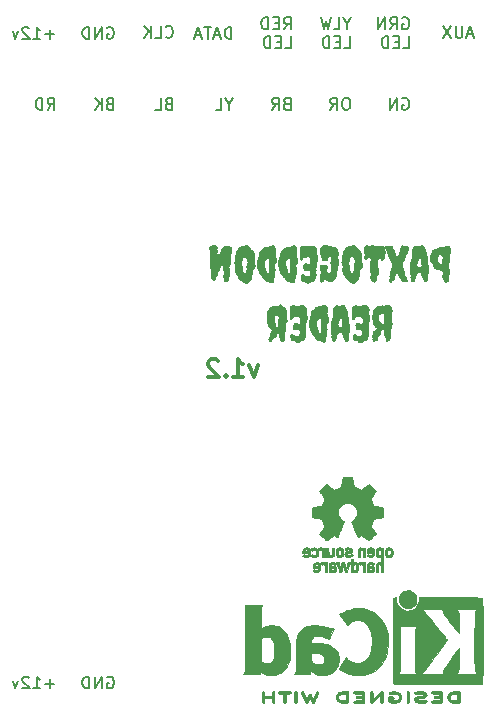
<source format=gbo>
G04 #@! TF.GenerationSoftware,KiCad,Pcbnew,9.0.0*
G04 #@! TF.CreationDate,2025-03-14T10:33:54+00:00*
G04 #@! TF.ProjectId,paxtogeddon-pcb,70617874-6f67-4656-9464-6f6e2d706362,rev?*
G04 #@! TF.SameCoordinates,Original*
G04 #@! TF.FileFunction,Legend,Bot*
G04 #@! TF.FilePolarity,Positive*
%FSLAX46Y46*%
G04 Gerber Fmt 4.6, Leading zero omitted, Abs format (unit mm)*
G04 Created by KiCad (PCBNEW 9.0.0) date 2025-03-14 10:33:54*
%MOMM*%
%LPD*%
G01*
G04 APERTURE LIST*
%ADD10C,0.150000*%
%ADD11C,0.100000*%
%ADD12C,0.300000*%
%ADD13C,0.010000*%
%ADD14R,3.000000X3.000000*%
%ADD15C,3.000000*%
%ADD16R,1.508000X1.508000*%
%ADD17C,1.508000*%
%ADD18O,1.700000X1.700000*%
%ADD19R,1.700000X1.700000*%
G04 APERTURE END LIST*
D10*
X66139411Y-22107494D02*
X66234649Y-22059875D01*
X66234649Y-22059875D02*
X66377506Y-22059875D01*
X66377506Y-22059875D02*
X66520363Y-22107494D01*
X66520363Y-22107494D02*
X66615601Y-22202732D01*
X66615601Y-22202732D02*
X66663220Y-22297970D01*
X66663220Y-22297970D02*
X66710839Y-22488446D01*
X66710839Y-22488446D02*
X66710839Y-22631303D01*
X66710839Y-22631303D02*
X66663220Y-22821779D01*
X66663220Y-22821779D02*
X66615601Y-22917017D01*
X66615601Y-22917017D02*
X66520363Y-23012256D01*
X66520363Y-23012256D02*
X66377506Y-23059875D01*
X66377506Y-23059875D02*
X66282268Y-23059875D01*
X66282268Y-23059875D02*
X66139411Y-23012256D01*
X66139411Y-23012256D02*
X66091792Y-22964636D01*
X66091792Y-22964636D02*
X66091792Y-22631303D01*
X66091792Y-22631303D02*
X66282268Y-22631303D01*
X65091792Y-23059875D02*
X65425125Y-22583684D01*
X65663220Y-23059875D02*
X65663220Y-22059875D01*
X65663220Y-22059875D02*
X65282268Y-22059875D01*
X65282268Y-22059875D02*
X65187030Y-22107494D01*
X65187030Y-22107494D02*
X65139411Y-22155113D01*
X65139411Y-22155113D02*
X65091792Y-22250351D01*
X65091792Y-22250351D02*
X65091792Y-22393208D01*
X65091792Y-22393208D02*
X65139411Y-22488446D01*
X65139411Y-22488446D02*
X65187030Y-22536065D01*
X65187030Y-22536065D02*
X65282268Y-22583684D01*
X65282268Y-22583684D02*
X65663220Y-22583684D01*
X64663220Y-23059875D02*
X64663220Y-22059875D01*
X64663220Y-22059875D02*
X64091792Y-23059875D01*
X64091792Y-23059875D02*
X64091792Y-22059875D01*
X66187030Y-24669819D02*
X66663220Y-24669819D01*
X66663220Y-24669819D02*
X66663220Y-23669819D01*
X65853696Y-24146009D02*
X65520363Y-24146009D01*
X65377506Y-24669819D02*
X65853696Y-24669819D01*
X65853696Y-24669819D02*
X65853696Y-23669819D01*
X65853696Y-23669819D02*
X65377506Y-23669819D01*
X64948934Y-24669819D02*
X64948934Y-23669819D01*
X64948934Y-23669819D02*
X64710839Y-23669819D01*
X64710839Y-23669819D02*
X64567982Y-23717438D01*
X64567982Y-23717438D02*
X64472744Y-23812676D01*
X64472744Y-23812676D02*
X64425125Y-23907914D01*
X64425125Y-23907914D02*
X64377506Y-24098390D01*
X64377506Y-24098390D02*
X64377506Y-24241247D01*
X64377506Y-24241247D02*
X64425125Y-24431723D01*
X64425125Y-24431723D02*
X64472744Y-24526961D01*
X64472744Y-24526961D02*
X64567982Y-24622200D01*
X64567982Y-24622200D02*
X64710839Y-24669819D01*
X64710839Y-24669819D02*
X64948934Y-24669819D01*
X46329887Y-29346009D02*
X46187030Y-29393628D01*
X46187030Y-29393628D02*
X46139411Y-29441247D01*
X46139411Y-29441247D02*
X46091792Y-29536485D01*
X46091792Y-29536485D02*
X46091792Y-29679342D01*
X46091792Y-29679342D02*
X46139411Y-29774580D01*
X46139411Y-29774580D02*
X46187030Y-29822200D01*
X46187030Y-29822200D02*
X46282268Y-29869819D01*
X46282268Y-29869819D02*
X46663220Y-29869819D01*
X46663220Y-29869819D02*
X46663220Y-28869819D01*
X46663220Y-28869819D02*
X46329887Y-28869819D01*
X46329887Y-28869819D02*
X46234649Y-28917438D01*
X46234649Y-28917438D02*
X46187030Y-28965057D01*
X46187030Y-28965057D02*
X46139411Y-29060295D01*
X46139411Y-29060295D02*
X46139411Y-29155533D01*
X46139411Y-29155533D02*
X46187030Y-29250771D01*
X46187030Y-29250771D02*
X46234649Y-29298390D01*
X46234649Y-29298390D02*
X46329887Y-29346009D01*
X46329887Y-29346009D02*
X46663220Y-29346009D01*
X45187030Y-29869819D02*
X45663220Y-29869819D01*
X45663220Y-29869819D02*
X45663220Y-28869819D01*
X61472744Y-22583684D02*
X61472744Y-23059875D01*
X61806077Y-22059875D02*
X61472744Y-22583684D01*
X61472744Y-22583684D02*
X61139411Y-22059875D01*
X60329887Y-23059875D02*
X60806077Y-23059875D01*
X60806077Y-23059875D02*
X60806077Y-22059875D01*
X60091791Y-22059875D02*
X59853696Y-23059875D01*
X59853696Y-23059875D02*
X59663220Y-22345589D01*
X59663220Y-22345589D02*
X59472744Y-23059875D01*
X59472744Y-23059875D02*
X59234649Y-22059875D01*
X61187030Y-24669819D02*
X61663220Y-24669819D01*
X61663220Y-24669819D02*
X61663220Y-23669819D01*
X60853696Y-24146009D02*
X60520363Y-24146009D01*
X60377506Y-24669819D02*
X60853696Y-24669819D01*
X60853696Y-24669819D02*
X60853696Y-23669819D01*
X60853696Y-23669819D02*
X60377506Y-23669819D01*
X59948934Y-24669819D02*
X59948934Y-23669819D01*
X59948934Y-23669819D02*
X59710839Y-23669819D01*
X59710839Y-23669819D02*
X59567982Y-23717438D01*
X59567982Y-23717438D02*
X59472744Y-23812676D01*
X59472744Y-23812676D02*
X59425125Y-23907914D01*
X59425125Y-23907914D02*
X59377506Y-24098390D01*
X59377506Y-24098390D02*
X59377506Y-24241247D01*
X59377506Y-24241247D02*
X59425125Y-24431723D01*
X59425125Y-24431723D02*
X59472744Y-24526961D01*
X59472744Y-24526961D02*
X59567982Y-24622200D01*
X59567982Y-24622200D02*
X59710839Y-24669819D01*
X59710839Y-24669819D02*
X59948934Y-24669819D01*
X56091792Y-23059875D02*
X56425125Y-22583684D01*
X56663220Y-23059875D02*
X56663220Y-22059875D01*
X56663220Y-22059875D02*
X56282268Y-22059875D01*
X56282268Y-22059875D02*
X56187030Y-22107494D01*
X56187030Y-22107494D02*
X56139411Y-22155113D01*
X56139411Y-22155113D02*
X56091792Y-22250351D01*
X56091792Y-22250351D02*
X56091792Y-22393208D01*
X56091792Y-22393208D02*
X56139411Y-22488446D01*
X56139411Y-22488446D02*
X56187030Y-22536065D01*
X56187030Y-22536065D02*
X56282268Y-22583684D01*
X56282268Y-22583684D02*
X56663220Y-22583684D01*
X55663220Y-22536065D02*
X55329887Y-22536065D01*
X55187030Y-23059875D02*
X55663220Y-23059875D01*
X55663220Y-23059875D02*
X55663220Y-22059875D01*
X55663220Y-22059875D02*
X55187030Y-22059875D01*
X54758458Y-23059875D02*
X54758458Y-22059875D01*
X54758458Y-22059875D02*
X54520363Y-22059875D01*
X54520363Y-22059875D02*
X54377506Y-22107494D01*
X54377506Y-22107494D02*
X54282268Y-22202732D01*
X54282268Y-22202732D02*
X54234649Y-22297970D01*
X54234649Y-22297970D02*
X54187030Y-22488446D01*
X54187030Y-22488446D02*
X54187030Y-22631303D01*
X54187030Y-22631303D02*
X54234649Y-22821779D01*
X54234649Y-22821779D02*
X54282268Y-22917017D01*
X54282268Y-22917017D02*
X54377506Y-23012256D01*
X54377506Y-23012256D02*
X54520363Y-23059875D01*
X54520363Y-23059875D02*
X54758458Y-23059875D01*
X56187030Y-24669819D02*
X56663220Y-24669819D01*
X56663220Y-24669819D02*
X56663220Y-23669819D01*
X55853696Y-24146009D02*
X55520363Y-24146009D01*
X55377506Y-24669819D02*
X55853696Y-24669819D01*
X55853696Y-24669819D02*
X55853696Y-23669819D01*
X55853696Y-23669819D02*
X55377506Y-23669819D01*
X54948934Y-24669819D02*
X54948934Y-23669819D01*
X54948934Y-23669819D02*
X54710839Y-23669819D01*
X54710839Y-23669819D02*
X54567982Y-23717438D01*
X54567982Y-23717438D02*
X54472744Y-23812676D01*
X54472744Y-23812676D02*
X54425125Y-23907914D01*
X54425125Y-23907914D02*
X54377506Y-24098390D01*
X54377506Y-24098390D02*
X54377506Y-24241247D01*
X54377506Y-24241247D02*
X54425125Y-24431723D01*
X54425125Y-24431723D02*
X54472744Y-24526961D01*
X54472744Y-24526961D02*
X54567982Y-24622200D01*
X54567982Y-24622200D02*
X54710839Y-24669819D01*
X54710839Y-24669819D02*
X54948934Y-24669819D01*
X46091792Y-23674580D02*
X46139411Y-23722200D01*
X46139411Y-23722200D02*
X46282268Y-23769819D01*
X46282268Y-23769819D02*
X46377506Y-23769819D01*
X46377506Y-23769819D02*
X46520363Y-23722200D01*
X46520363Y-23722200D02*
X46615601Y-23626961D01*
X46615601Y-23626961D02*
X46663220Y-23531723D01*
X46663220Y-23531723D02*
X46710839Y-23341247D01*
X46710839Y-23341247D02*
X46710839Y-23198390D01*
X46710839Y-23198390D02*
X46663220Y-23007914D01*
X46663220Y-23007914D02*
X46615601Y-22912676D01*
X46615601Y-22912676D02*
X46520363Y-22817438D01*
X46520363Y-22817438D02*
X46377506Y-22769819D01*
X46377506Y-22769819D02*
X46282268Y-22769819D01*
X46282268Y-22769819D02*
X46139411Y-22817438D01*
X46139411Y-22817438D02*
X46091792Y-22865057D01*
X45187030Y-23769819D02*
X45663220Y-23769819D01*
X45663220Y-23769819D02*
X45663220Y-22769819D01*
X44853696Y-23769819D02*
X44853696Y-22769819D01*
X44282268Y-23769819D02*
X44710839Y-23198390D01*
X44282268Y-22769819D02*
X44853696Y-23341247D01*
X36663220Y-23488866D02*
X35901316Y-23488866D01*
X36282268Y-23869819D02*
X36282268Y-23107914D01*
X34901316Y-23869819D02*
X35472744Y-23869819D01*
X35187030Y-23869819D02*
X35187030Y-22869819D01*
X35187030Y-22869819D02*
X35282268Y-23012676D01*
X35282268Y-23012676D02*
X35377506Y-23107914D01*
X35377506Y-23107914D02*
X35472744Y-23155533D01*
X34520363Y-22965057D02*
X34472744Y-22917438D01*
X34472744Y-22917438D02*
X34377506Y-22869819D01*
X34377506Y-22869819D02*
X34139411Y-22869819D01*
X34139411Y-22869819D02*
X34044173Y-22917438D01*
X34044173Y-22917438D02*
X33996554Y-22965057D01*
X33996554Y-22965057D02*
X33948935Y-23060295D01*
X33948935Y-23060295D02*
X33948935Y-23155533D01*
X33948935Y-23155533D02*
X33996554Y-23298390D01*
X33996554Y-23298390D02*
X34567982Y-23869819D01*
X34567982Y-23869819D02*
X33948935Y-23869819D01*
X33615601Y-23203152D02*
X33377506Y-23869819D01*
X33377506Y-23869819D02*
X33139411Y-23203152D01*
D11*
G36*
X70092602Y-41408443D02*
G01*
X70133635Y-41437020D01*
X70197382Y-41490509D01*
X70233618Y-41612153D01*
X70230355Y-41766748D01*
X70229110Y-41803404D01*
X70226692Y-41952128D01*
X70205442Y-42294312D01*
X70198197Y-42422887D01*
X70172470Y-42570551D01*
X70169436Y-42610178D01*
X70176866Y-42760327D01*
X70176866Y-42784508D01*
X70175710Y-42803982D01*
X70102860Y-42933251D01*
X70098819Y-42937123D01*
X70053035Y-43081263D01*
X70078680Y-43162595D01*
X70107257Y-43228541D01*
X70115317Y-43275436D01*
X70133635Y-43358234D01*
X70154151Y-43498185D01*
X70154016Y-43503037D01*
X70151953Y-43650593D01*
X70140361Y-43774421D01*
X70115317Y-43926831D01*
X70086008Y-44066782D01*
X70073551Y-44206734D01*
X70059629Y-44353279D01*
X69987089Y-44458060D01*
X69933600Y-44491032D01*
X69907740Y-44523436D01*
X69760676Y-44528401D01*
X69686671Y-44403105D01*
X69673298Y-44357218D01*
X69595812Y-44227250D01*
X69576089Y-44201389D01*
X69512247Y-44058754D01*
X69504954Y-43905582D01*
X69536461Y-43766364D01*
X69539615Y-43756031D01*
X69552581Y-43605163D01*
X69551857Y-43600308D01*
X69447068Y-43493789D01*
X69359141Y-43475471D01*
X69270481Y-43448360D01*
X69241475Y-43456345D01*
X69093160Y-43427843D01*
X69018422Y-43389009D01*
X68961269Y-43351639D01*
X68909978Y-43324528D01*
X68837438Y-43254919D01*
X68815760Y-43229116D01*
X68748778Y-43092254D01*
X68747844Y-43087232D01*
X68701151Y-42947906D01*
X68616887Y-42838729D01*
X68588036Y-42807495D01*
X68514305Y-42676064D01*
X68489968Y-42611387D01*
X68472539Y-42461374D01*
X68473799Y-42449404D01*
X68476300Y-42421265D01*
X69157113Y-42421265D01*
X69162770Y-42570551D01*
X69192059Y-42641082D01*
X69264179Y-42780113D01*
X69348150Y-42900279D01*
X69373074Y-42930870D01*
X69496894Y-43011653D01*
X69506385Y-43005585D01*
X69529867Y-42859246D01*
X69519608Y-42742009D01*
X69519608Y-42620376D01*
X69532065Y-42531716D01*
X69546719Y-42481891D01*
X69559176Y-42448918D01*
X69565038Y-42399825D01*
X69544521Y-42298709D01*
X69445603Y-42197592D01*
X69421324Y-42188372D01*
X69274144Y-42199790D01*
X69237508Y-42226901D01*
X69216259Y-42248883D01*
X69216259Y-42269399D01*
X69217873Y-42281912D01*
X69159106Y-42418143D01*
X69157113Y-42421265D01*
X68476300Y-42421265D01*
X68487194Y-42298709D01*
X68497452Y-42183670D01*
X68557536Y-42080355D01*
X68578553Y-42053723D01*
X68614689Y-41911095D01*
X68631541Y-41840753D01*
X68679169Y-41774808D01*
X68742916Y-41721318D01*
X68816922Y-41680286D01*
X68907780Y-41641451D01*
X69020620Y-41626796D01*
X69101220Y-41600418D01*
X69146650Y-41546196D01*
X69214793Y-41515422D01*
X69299057Y-41498569D01*
X69351081Y-41490509D01*
X69439741Y-41492707D01*
X69544521Y-41492707D01*
X69653698Y-41482449D01*
X69750418Y-41445812D01*
X69773364Y-41434007D01*
X69921144Y-41408443D01*
X70022260Y-41406245D01*
X70092602Y-41408443D01*
G37*
G36*
X67936182Y-41391591D02*
G01*
X67958439Y-41414763D01*
X68041695Y-41538136D01*
X68083357Y-41612502D01*
X68150872Y-41750628D01*
X68174493Y-41829299D01*
X68202434Y-41978518D01*
X68224877Y-42133845D01*
X68229148Y-42163543D01*
X68262246Y-42311165D01*
X68297417Y-42414480D01*
X68321597Y-42537578D01*
X68327265Y-42595297D01*
X68330390Y-42743475D01*
X68330358Y-42768713D01*
X68343020Y-42920502D01*
X68369225Y-43065143D01*
X68370777Y-43072410D01*
X68395860Y-43219599D01*
X68414654Y-43374354D01*
X68417319Y-43509935D01*
X68399229Y-43661289D01*
X68323795Y-43794940D01*
X68287231Y-43857050D01*
X68270306Y-44004501D01*
X68270311Y-44009175D01*
X68274703Y-44157641D01*
X68272504Y-44303454D01*
X68245394Y-44423621D01*
X68173586Y-44493230D01*
X68080530Y-44499825D01*
X67992053Y-44436810D01*
X67940578Y-44297592D01*
X67906140Y-44221388D01*
X67848255Y-44153244D01*
X67790369Y-44062386D01*
X67757396Y-43940753D01*
X67738345Y-43831577D01*
X67676793Y-43728220D01*
X67532449Y-43687229D01*
X67456189Y-43716457D01*
X67359525Y-43827913D01*
X67318492Y-43930495D01*
X67312630Y-44036008D01*
X67314096Y-44155443D01*
X67243754Y-44231646D01*
X67192463Y-44268283D01*
X67167550Y-44343021D01*
X67143370Y-44423621D01*
X67077424Y-44482972D01*
X66968248Y-44450000D01*
X66892044Y-44330565D01*
X66859071Y-44227983D01*
X66828297Y-44130530D01*
X66820606Y-44079785D01*
X66827564Y-43930495D01*
X66820299Y-43807285D01*
X66790927Y-43663049D01*
X66768213Y-43534822D01*
X66768213Y-43413189D01*
X66772609Y-43331123D01*
X66762351Y-43271039D01*
X66760153Y-43186775D01*
X66780669Y-43049023D01*
X66781803Y-43043592D01*
X66786544Y-43013852D01*
X67409350Y-43013852D01*
X67432065Y-43120830D01*
X67485554Y-43186775D01*
X67627703Y-43205094D01*
X67734682Y-43126692D01*
X67754737Y-43064677D01*
X67753615Y-42914771D01*
X67714165Y-42772784D01*
X67703449Y-42743326D01*
X67673407Y-42593208D01*
X67664340Y-42446720D01*
X67650418Y-42333879D01*
X67598394Y-42289916D01*
X67563533Y-42309397D01*
X67524389Y-42454780D01*
X67523810Y-42464145D01*
X67508269Y-42610118D01*
X67506623Y-42620064D01*
X67460641Y-42760327D01*
X67421807Y-42885624D01*
X67409350Y-43013852D01*
X66786544Y-43013852D01*
X66805582Y-42894417D01*
X66821702Y-42766922D01*
X66846615Y-42646755D01*
X66851681Y-42626995D01*
X66903768Y-42486287D01*
X66927209Y-42421873D01*
X66953593Y-42271598D01*
X66950682Y-42121803D01*
X66935275Y-41974842D01*
X66923714Y-41826760D01*
X66938939Y-41672226D01*
X66996824Y-41542533D01*
X66999422Y-41538794D01*
X67112595Y-41439218D01*
X67246685Y-41393789D01*
X67270847Y-41393634D01*
X67419608Y-41408443D01*
X67514435Y-41411383D01*
X67664340Y-41379134D01*
X67785687Y-41354095D01*
X67936182Y-41391591D01*
G37*
G36*
X64668213Y-41585764D02*
G01*
X64718496Y-41726173D01*
X64740020Y-41777739D01*
X64801672Y-41913580D01*
X64843335Y-41999755D01*
X64900574Y-42136283D01*
X64934193Y-42248883D01*
X64971565Y-42393176D01*
X64983286Y-42434263D01*
X65054864Y-42570276D01*
X65090997Y-42626238D01*
X65170624Y-42749600D01*
X65201639Y-42801360D01*
X65266055Y-42935956D01*
X65288101Y-43019713D01*
X65247801Y-43150139D01*
X65200174Y-43292500D01*
X65189183Y-43328925D01*
X65149552Y-43482317D01*
X65125080Y-43630695D01*
X65119574Y-43728995D01*
X65058479Y-43867669D01*
X65037508Y-43978122D01*
X65053628Y-44115875D01*
X65004031Y-44258483D01*
X64995742Y-44297592D01*
X65041295Y-44438284D01*
X65049232Y-44447801D01*
X65168666Y-44505687D01*
X65234612Y-44417027D01*
X65284438Y-44345219D01*
X65348185Y-44345219D01*
X65430983Y-44315910D01*
X65502791Y-44200872D01*
X65537581Y-44056464D01*
X65546022Y-44021353D01*
X65582855Y-43873215D01*
X65593649Y-43831577D01*
X65640272Y-43684983D01*
X65696231Y-43605163D01*
X65729936Y-43630076D01*
X65746056Y-43704082D01*
X65785786Y-43851094D01*
X65857514Y-43986695D01*
X65890404Y-44029413D01*
X65971437Y-44152716D01*
X65974668Y-44159839D01*
X65995917Y-44256559D01*
X66063328Y-44373796D01*
X66187159Y-44436078D01*
X66269225Y-44441939D01*
X66302197Y-44441939D01*
X66360083Y-44466120D01*
X66434821Y-44487369D01*
X66516887Y-44433879D01*
X66572574Y-44356943D01*
X66578436Y-44312247D01*
X66557920Y-44260223D01*
X66486822Y-44118314D01*
X66433602Y-43981297D01*
X66390583Y-43835469D01*
X66374738Y-43767829D01*
X66337471Y-43611080D01*
X66293508Y-43461328D01*
X66257501Y-43368492D01*
X66203931Y-43227377D01*
X66193754Y-43172854D01*
X66178366Y-43036566D01*
X66186332Y-42885850D01*
X66209874Y-42811618D01*
X66278155Y-42681513D01*
X66299999Y-42661409D01*
X66355687Y-42609385D01*
X66376936Y-42558094D01*
X66388659Y-42496545D01*
X66425685Y-42351685D01*
X66459001Y-42261339D01*
X66519419Y-42116662D01*
X66580986Y-41982040D01*
X66619469Y-41903035D01*
X66682879Y-41761583D01*
X66725514Y-41615364D01*
X66730844Y-41556454D01*
X66639985Y-41441416D01*
X66547662Y-41434822D01*
X66453140Y-41439218D01*
X66370341Y-41425296D01*
X66291939Y-41392323D01*
X66203279Y-41366678D01*
X66056100Y-41386753D01*
X66053070Y-41389392D01*
X65979064Y-41515422D01*
X65937911Y-41661355D01*
X65929239Y-41698604D01*
X65896586Y-41846230D01*
X65883809Y-41905233D01*
X65848129Y-42048663D01*
X65832518Y-42100872D01*
X65768505Y-42234429D01*
X65667655Y-42289916D01*
X65601709Y-42222505D01*
X65577309Y-42073507D01*
X65576796Y-42067899D01*
X65551963Y-41914255D01*
X65502745Y-41775540D01*
X65461758Y-41713258D01*
X65376271Y-41593751D01*
X65358443Y-41543998D01*
X65337927Y-41449476D01*
X65294696Y-41393789D01*
X65222888Y-41366678D01*
X65148883Y-41379134D01*
X65082937Y-41412107D01*
X65033112Y-41445080D01*
X64876150Y-41415507D01*
X64725351Y-41415358D01*
X64670411Y-41449476D01*
X64668213Y-41585764D01*
G37*
G36*
X64528994Y-41424563D02*
G01*
X64382414Y-41431375D01*
X64364130Y-41431158D01*
X64215616Y-41431158D01*
X64147976Y-41432623D01*
X63999873Y-41434347D01*
X63851495Y-41414651D01*
X63809455Y-41399651D01*
X63669252Y-41348165D01*
X63516295Y-41358698D01*
X63484123Y-41375471D01*
X63372749Y-41416503D01*
X63232529Y-41373656D01*
X63220341Y-41366678D01*
X63075996Y-41339326D01*
X63043754Y-41346894D01*
X62940439Y-41408443D01*
X62897208Y-41538136D01*
X62890957Y-41687195D01*
X62892812Y-41721318D01*
X62908119Y-41870784D01*
X62911130Y-41890579D01*
X62926292Y-42037619D01*
X62930181Y-42166817D01*
X62913328Y-42303105D01*
X62907466Y-42438660D01*
X62957851Y-42579877D01*
X63039357Y-42619644D01*
X63171248Y-42576413D01*
X63239392Y-42453314D01*
X63292881Y-42331681D01*
X63369085Y-42292847D01*
X63430634Y-42399825D01*
X63440213Y-42549953D01*
X63439427Y-42618178D01*
X63431365Y-42770068D01*
X63422574Y-42877564D01*
X63410438Y-43029147D01*
X63406454Y-43104710D01*
X63398343Y-43256671D01*
X63396196Y-43292288D01*
X63389762Y-43442926D01*
X63389601Y-43468876D01*
X63401875Y-43618353D01*
X63438694Y-43712142D01*
X63463607Y-43790544D01*
X63453349Y-43885799D01*
X63430634Y-43984717D01*
X63418178Y-44103419D01*
X63460157Y-44250669D01*
X63566922Y-44334228D01*
X63665840Y-44417027D01*
X63733251Y-44493230D01*
X63787473Y-44505687D01*
X63832902Y-44477110D01*
X63859280Y-44429483D01*
X63929622Y-44343021D01*
X63993370Y-44252163D01*
X64005826Y-44114410D01*
X64016084Y-43967864D01*
X64069574Y-43827913D01*
X64143579Y-43759769D01*
X64180948Y-43689427D01*
X64178750Y-43576587D01*
X64151639Y-43448360D01*
X64121105Y-43300291D01*
X64102212Y-43148023D01*
X64098150Y-43069539D01*
X64093479Y-42918551D01*
X64092019Y-42768843D01*
X64098150Y-42632100D01*
X64128604Y-42485841D01*
X64213921Y-42418143D01*
X64283530Y-42461374D01*
X64328959Y-42553698D01*
X64445641Y-42647374D01*
X64539253Y-42628436D01*
X64607396Y-42550034D01*
X64624249Y-42424738D01*
X64627776Y-42276627D01*
X64627913Y-42271598D01*
X64655552Y-42123687D01*
X64657222Y-42119190D01*
X64708513Y-41981437D01*
X64729029Y-41849546D01*
X64698255Y-41722051D01*
X64681402Y-41598220D01*
X64657222Y-41476587D01*
X64528994Y-41424563D01*
G37*
G36*
X62199650Y-41428960D02*
G01*
X62286112Y-41517620D01*
X62364514Y-41606280D01*
X62390944Y-41627893D01*
X62506664Y-41725715D01*
X62519825Y-41737262D01*
X62615840Y-41849546D01*
X62651423Y-41926803D01*
X62693813Y-42075592D01*
X62714759Y-42223970D01*
X62720987Y-42356594D01*
X62714759Y-42506803D01*
X62712555Y-42637856D01*
X62735275Y-42784508D01*
X62739051Y-42797111D01*
X62768248Y-42943510D01*
X62773423Y-42990633D01*
X62776308Y-43139148D01*
X62768374Y-43218334D01*
X62694242Y-43349441D01*
X62625560Y-43391055D01*
X62578471Y-43534822D01*
X62549895Y-43658653D01*
X62548354Y-43662790D01*
X62516922Y-43806664D01*
X62511060Y-43942951D01*
X62504465Y-44049930D01*
X62465416Y-44172127D01*
X62364514Y-44285136D01*
X62287464Y-44349060D01*
X62199650Y-44466852D01*
X62138101Y-44573831D01*
X62078132Y-44614016D01*
X61931472Y-44639776D01*
X61795917Y-44573831D01*
X61754884Y-44515945D01*
X61686740Y-44455861D01*
X61677488Y-44449872D01*
X61554849Y-44369399D01*
X61497280Y-44327218D01*
X61392183Y-44225052D01*
X61325444Y-44130180D01*
X61266154Y-43994242D01*
X61247804Y-43944929D01*
X61156978Y-43823517D01*
X61130599Y-43803000D01*
X61082972Y-43726796D01*
X61070300Y-43689125D01*
X61054951Y-43542518D01*
X61053663Y-43394870D01*
X61056768Y-43328009D01*
X61066119Y-43180914D01*
X61045603Y-43036566D01*
X61016752Y-42987107D01*
X60986252Y-42865108D01*
X61655233Y-42865108D01*
X61655381Y-42904274D01*
X61659446Y-43058365D01*
X61672086Y-43213154D01*
X61681986Y-43301543D01*
X61705960Y-43452239D01*
X61746581Y-43599071D01*
X61849406Y-43707745D01*
X61888149Y-43699777D01*
X61976901Y-43580251D01*
X62001814Y-43463014D01*
X62009874Y-43318667D01*
X62009816Y-43298391D01*
X62006210Y-43149406D01*
X62005553Y-43132911D01*
X62016468Y-42986741D01*
X62061897Y-42877564D01*
X62102930Y-42785240D01*
X62092323Y-42688788D01*
X62047243Y-42545638D01*
X61999344Y-42439378D01*
X61882379Y-42344138D01*
X61804641Y-42373730D01*
X61721179Y-42498743D01*
X61695483Y-42568868D01*
X61664507Y-42713982D01*
X61655233Y-42865108D01*
X60986252Y-42865108D01*
X60979657Y-42838729D01*
X60979786Y-42828929D01*
X61012630Y-42681926D01*
X61039741Y-42624040D01*
X61060257Y-42536113D01*
X61061030Y-42472057D01*
X61047801Y-42323621D01*
X61043362Y-42225783D01*
X61082972Y-42080355D01*
X61107152Y-41981437D01*
X61119817Y-41912701D01*
X61170059Y-41771019D01*
X61251500Y-41639253D01*
X61264242Y-41622892D01*
X61369469Y-41515422D01*
X61437663Y-41475283D01*
X61585624Y-41441416D01*
X61613634Y-41437825D01*
X61761410Y-41406923D01*
X61910955Y-41358618D01*
X62064325Y-41354020D01*
X62199650Y-41428960D01*
G37*
G36*
X59522260Y-44462456D02*
G01*
X59526657Y-44390648D01*
X59516398Y-44252163D01*
X59559629Y-44161304D01*
X59623377Y-44241905D01*
X59695184Y-44345219D01*
X59783844Y-44378192D01*
X59870306Y-44398709D01*
X59942846Y-44437543D01*
X60033705Y-44497627D01*
X60178052Y-44480774D01*
X60289427Y-44396510D01*
X60332658Y-44326168D01*
X60363433Y-44269016D01*
X60416922Y-44235310D01*
X60520145Y-44128721D01*
X60528297Y-44101953D01*
X60564303Y-43953690D01*
X60586182Y-43858688D01*
X60614747Y-43708593D01*
X60625017Y-43630076D01*
X60642387Y-43480436D01*
X60647731Y-43440300D01*
X60674457Y-43291790D01*
X60726133Y-43178715D01*
X60783286Y-43057083D01*
X60797311Y-42905714D01*
X60803802Y-42774982D01*
X60772845Y-42629123D01*
X60756908Y-42593265D01*
X60712257Y-42448185D01*
X60709280Y-42399825D01*
X60723935Y-42251081D01*
X60746650Y-42169016D01*
X60754710Y-42100872D01*
X60734282Y-41950176D01*
X60721737Y-41903035D01*
X60688764Y-41773342D01*
X60663851Y-41667829D01*
X60583434Y-41544181D01*
X60433042Y-41502965D01*
X60375156Y-41502965D01*
X60228221Y-41466627D01*
X60177320Y-41432623D01*
X60087194Y-41387927D01*
X60004396Y-41390125D01*
X59914270Y-41402581D01*
X59792637Y-41357152D01*
X59652417Y-41305504D01*
X59641695Y-41303663D01*
X59490052Y-41305537D01*
X59460711Y-41311723D01*
X59331167Y-41384570D01*
X59328820Y-41387927D01*
X59268736Y-41456071D01*
X59225505Y-41482449D01*
X59149425Y-41614909D01*
X59130983Y-41729378D01*
X59133795Y-41876801D01*
X59168737Y-42025888D01*
X59172016Y-42034926D01*
X59200592Y-42125785D01*
X59252616Y-42255478D01*
X59283391Y-42382972D01*
X59289985Y-42496545D01*
X59324424Y-42595464D01*
X59446449Y-42682738D01*
X59600662Y-42698046D01*
X59750601Y-42681916D01*
X59819015Y-42640893D01*
X59841730Y-42566154D01*
X59850523Y-42443056D01*
X59894887Y-42302842D01*
X59897417Y-42298709D01*
X60008792Y-42265736D01*
X60070672Y-42407051D01*
X60074738Y-42432798D01*
X60083715Y-42584452D01*
X60070341Y-42719295D01*
X60048535Y-42867826D01*
X60047627Y-42894417D01*
X60057885Y-42953768D01*
X60084009Y-43105806D01*
X60089541Y-43258537D01*
X60082488Y-43415707D01*
X60074738Y-43501849D01*
X60046362Y-43652368D01*
X59964445Y-43776531D01*
X59946510Y-43782484D01*
X59813474Y-43713081D01*
X59798499Y-43687229D01*
X59775601Y-43529876D01*
X59788639Y-43375902D01*
X59806559Y-43262979D01*
X59818374Y-43108076D01*
X59724493Y-42999197D01*
X59577948Y-42995533D01*
X59429742Y-42983083D01*
X59421144Y-42980879D01*
X59276796Y-42980879D01*
X59151500Y-43052686D01*
X59136318Y-43204908D01*
X59151500Y-43258583D01*
X59190884Y-43406411D01*
X59211105Y-43560894D01*
X59203664Y-43717858D01*
X59188136Y-43790544D01*
X59163956Y-43893859D01*
X59134647Y-44040404D01*
X59119291Y-44187571D01*
X59118527Y-44203070D01*
X59130983Y-44351081D01*
X59204771Y-44482056D01*
X59285589Y-44503489D01*
X59435301Y-44498569D01*
X59460711Y-44495429D01*
X59522260Y-44462456D01*
G37*
G36*
X58860606Y-43674773D02*
G01*
X58864270Y-43465212D01*
X58860606Y-43357501D01*
X58868666Y-43225610D01*
X58885812Y-43078619D01*
X58886985Y-43026308D01*
X58886985Y-42922993D01*
X58897243Y-42850453D01*
X58951511Y-42707528D01*
X58957327Y-42694382D01*
X58999326Y-42546384D01*
X59004954Y-42463572D01*
X58979326Y-42316855D01*
X58950732Y-42265736D01*
X58912779Y-42123025D01*
X58914096Y-42113328D01*
X58931859Y-41962800D01*
X58933147Y-41946266D01*
X58935735Y-41794044D01*
X58934612Y-41765282D01*
X58906184Y-41618419D01*
X58893579Y-41585764D01*
X58799985Y-41458750D01*
X58655488Y-41393148D01*
X58530879Y-41383531D01*
X58382340Y-41392965D01*
X58238520Y-41416503D01*
X58089868Y-41441233D01*
X58056803Y-41441416D01*
X57908380Y-41408478D01*
X57879483Y-41399651D01*
X57732662Y-41368739D01*
X57603244Y-41408443D01*
X57548290Y-41439218D01*
X57499929Y-41469993D01*
X57452686Y-41616850D01*
X57454402Y-41764347D01*
X57458897Y-41812177D01*
X57474653Y-41959180D01*
X57475749Y-41968981D01*
X57485968Y-42122006D01*
X57475749Y-42245219D01*
X57453608Y-42390519D01*
X57453035Y-42403489D01*
X57458897Y-42525122D01*
X57545536Y-42644090D01*
X57554151Y-42644556D01*
X57642812Y-42605722D01*
X57686043Y-42527320D01*
X57721214Y-42448918D01*
X57801081Y-42413747D01*
X57952389Y-42404038D01*
X58042881Y-42374912D01*
X58147662Y-42329483D01*
X58234123Y-42339741D01*
X58330454Y-42452261D01*
X58335240Y-42476029D01*
X58351952Y-42625218D01*
X58353558Y-42648953D01*
X58353558Y-42784508D01*
X58319212Y-42930549D01*
X58297871Y-42947906D01*
X58217271Y-42952302D01*
X58151325Y-42916399D01*
X58012542Y-42857932D01*
X57947627Y-42852651D01*
X57811963Y-42909432D01*
X57790823Y-42937648D01*
X57746602Y-43081577D01*
X57747592Y-43095917D01*
X57761833Y-43242187D01*
X57762246Y-43246859D01*
X57780565Y-43386810D01*
X57841289Y-43520247D01*
X57997292Y-43503632D01*
X58019434Y-43485729D01*
X58170903Y-43485866D01*
X58308734Y-43538345D01*
X58312525Y-43542882D01*
X58336705Y-43630076D01*
X58341102Y-43770027D01*
X58290151Y-43911611D01*
X58155722Y-43975924D01*
X58005558Y-43962872D01*
X57960083Y-43947348D01*
X57842114Y-43864549D01*
X57780565Y-43809595D01*
X57714619Y-43797138D01*
X57657466Y-43790544D01*
X57598848Y-43798604D01*
X57510920Y-43914375D01*
X57523475Y-44065090D01*
X57529239Y-44079239D01*
X57572470Y-44213328D01*
X57590788Y-44301988D01*
X57638415Y-44373796D01*
X57699964Y-44446336D01*
X57772504Y-44433147D01*
X57921744Y-44447778D01*
X57990858Y-44515945D01*
X58061200Y-44581891D01*
X58176238Y-44598743D01*
X58300069Y-44556978D01*
X58382135Y-44482972D01*
X58518224Y-44421371D01*
X58596824Y-44425087D01*
X58733698Y-44362813D01*
X58744835Y-44346685D01*
X58763886Y-44301256D01*
X58777808Y-44227250D01*
X58829832Y-44089497D01*
X58854012Y-44009630D01*
X58865003Y-43904117D01*
X58877459Y-43822051D01*
X58870865Y-43757571D01*
X58860606Y-43674773D01*
G37*
G36*
X57013398Y-41358618D02*
G01*
X57112316Y-41414305D01*
X57184123Y-41490509D01*
X57229553Y-41628995D01*
X57232665Y-41662583D01*
X57222911Y-41815265D01*
X57198778Y-41960188D01*
X57192088Y-42029675D01*
X57200388Y-42183033D01*
X57232575Y-42337452D01*
X57280844Y-42487752D01*
X57310153Y-42578611D01*
X57322609Y-42677529D01*
X57316747Y-42755931D01*
X57285240Y-42824075D01*
X57262525Y-42879762D01*
X57219294Y-42900279D01*
X57172995Y-42955062D01*
X57163790Y-43107320D01*
X57178262Y-43262979D01*
X57181142Y-43289649D01*
X57194382Y-43435903D01*
X57181925Y-43487927D01*
X57179738Y-43493762D01*
X57173865Y-43641800D01*
X57176030Y-43745966D01*
X57161409Y-43893859D01*
X57112316Y-44025750D01*
X57094600Y-44078126D01*
X57079343Y-44227250D01*
X57079343Y-44348883D01*
X57061025Y-44450000D01*
X56982623Y-44528401D01*
X56869050Y-44561374D01*
X56854387Y-44560873D01*
X56714265Y-44516169D01*
X56588415Y-44433147D01*
X56482765Y-44436204D01*
X56345149Y-44384054D01*
X56315139Y-44356891D01*
X56234507Y-44231646D01*
X56158304Y-44128332D01*
X56152879Y-44115967D01*
X56065247Y-43996441D01*
X56004715Y-43932584D01*
X55898368Y-43813258D01*
X55809525Y-43691625D01*
X55764096Y-43590509D01*
X55723063Y-43458618D01*
X55686426Y-43333321D01*
X55659315Y-43244661D01*
X55626343Y-43112770D01*
X55620604Y-43083958D01*
X55636601Y-42937648D01*
X55628541Y-42920795D01*
X55625068Y-42902477D01*
X56279936Y-42902477D01*
X56296056Y-42978681D01*
X56310711Y-43016050D01*
X56320969Y-43046824D01*
X56324633Y-43116434D01*
X56330286Y-43157893D01*
X56382518Y-43295952D01*
X56423551Y-43419783D01*
X56440338Y-43502029D01*
X56485833Y-43646196D01*
X56535659Y-43734856D01*
X56597208Y-43765631D01*
X56638241Y-43650593D01*
X56627983Y-43565596D01*
X56638241Y-43481332D01*
X56646301Y-43374354D01*
X56644989Y-43361738D01*
X56652895Y-43213886D01*
X56656405Y-43184388D01*
X56646301Y-43034368D01*
X56639612Y-43002005D01*
X56633844Y-42850453D01*
X56646301Y-42615980D01*
X56644995Y-42574642D01*
X56592812Y-42434263D01*
X56514410Y-42467236D01*
X56468980Y-42533914D01*
X56380320Y-42624040D01*
X56368728Y-42634346D01*
X56293858Y-42762526D01*
X56279936Y-42902477D01*
X55625068Y-42902477D01*
X55612280Y-42835034D01*
X55630335Y-42679026D01*
X55677634Y-42533182D01*
X55726851Y-42391636D01*
X55764096Y-42248883D01*
X55785345Y-42146301D01*
X55805861Y-42022470D01*
X55826287Y-41950308D01*
X55900383Y-41820237D01*
X55962665Y-41752826D01*
X56008094Y-41684682D01*
X56106280Y-41606280D01*
X56174424Y-41575505D01*
X56255024Y-41523482D01*
X56331044Y-41495638D01*
X56477040Y-41478053D01*
X56625784Y-41458269D01*
X56665901Y-41447049D01*
X56797243Y-41379867D01*
X56864438Y-41349256D01*
X57013398Y-41358618D01*
G37*
G36*
X55219678Y-41358618D02*
G01*
X55318597Y-41414305D01*
X55390404Y-41490509D01*
X55435833Y-41628995D01*
X55438946Y-41662583D01*
X55429191Y-41815265D01*
X55405059Y-41960188D01*
X55398368Y-42029675D01*
X55406669Y-42183033D01*
X55438856Y-42337452D01*
X55487124Y-42487752D01*
X55516433Y-42578611D01*
X55528890Y-42677529D01*
X55523028Y-42755931D01*
X55491521Y-42824075D01*
X55468806Y-42879762D01*
X55425575Y-42900279D01*
X55379276Y-42955062D01*
X55370071Y-43107320D01*
X55384542Y-43262979D01*
X55387423Y-43289649D01*
X55400662Y-43435903D01*
X55388206Y-43487927D01*
X55386018Y-43493762D01*
X55380146Y-43641800D01*
X55382310Y-43745966D01*
X55367689Y-43893859D01*
X55318597Y-44025750D01*
X55300880Y-44078126D01*
X55285624Y-44227250D01*
X55285624Y-44348883D01*
X55267306Y-44450000D01*
X55188904Y-44528401D01*
X55075331Y-44561374D01*
X55060668Y-44560873D01*
X54920545Y-44516169D01*
X54794696Y-44433147D01*
X54689045Y-44436204D01*
X54551430Y-44384054D01*
X54521419Y-44356891D01*
X54440788Y-44231646D01*
X54364584Y-44128332D01*
X54359159Y-44115967D01*
X54271528Y-43996441D01*
X54210995Y-43932584D01*
X54104649Y-43813258D01*
X54015805Y-43691625D01*
X53970376Y-43590509D01*
X53929343Y-43458618D01*
X53892707Y-43333321D01*
X53865596Y-43244661D01*
X53832623Y-43112770D01*
X53826884Y-43083958D01*
X53842881Y-42937648D01*
X53834821Y-42920795D01*
X53831348Y-42902477D01*
X54486217Y-42902477D01*
X54502337Y-42978681D01*
X54516992Y-43016050D01*
X54527250Y-43046824D01*
X54530913Y-43116434D01*
X54536566Y-43157893D01*
X54588799Y-43295952D01*
X54629832Y-43419783D01*
X54646619Y-43502029D01*
X54692114Y-43646196D01*
X54741939Y-43734856D01*
X54803488Y-43765631D01*
X54844521Y-43650593D01*
X54834263Y-43565596D01*
X54844521Y-43481332D01*
X54852581Y-43374354D01*
X54851270Y-43361738D01*
X54859176Y-43213886D01*
X54862686Y-43184388D01*
X54852581Y-43034368D01*
X54845892Y-43002005D01*
X54840125Y-42850453D01*
X54852581Y-42615980D01*
X54851275Y-42574642D01*
X54799092Y-42434263D01*
X54720690Y-42467236D01*
X54675261Y-42533914D01*
X54586601Y-42624040D01*
X54575009Y-42634346D01*
X54500139Y-42762526D01*
X54486217Y-42902477D01*
X53831348Y-42902477D01*
X53818560Y-42835034D01*
X53836616Y-42679026D01*
X53883914Y-42533182D01*
X53933131Y-42391636D01*
X53970376Y-42248883D01*
X53991625Y-42146301D01*
X54012142Y-42022470D01*
X54032567Y-41950308D01*
X54106664Y-41820237D01*
X54168946Y-41752826D01*
X54214375Y-41684682D01*
X54312560Y-41606280D01*
X54380704Y-41575505D01*
X54461304Y-41523482D01*
X54537325Y-41495638D01*
X54683321Y-41478053D01*
X54832065Y-41458269D01*
X54872182Y-41447049D01*
X55003523Y-41379867D01*
X55070719Y-41349256D01*
X55219678Y-41358618D01*
G37*
G36*
X53128471Y-41428960D02*
G01*
X53214933Y-41517620D01*
X53293335Y-41606280D01*
X53319765Y-41627893D01*
X53435484Y-41725715D01*
X53448645Y-41737262D01*
X53544661Y-41849546D01*
X53580244Y-41926803D01*
X53622634Y-42075592D01*
X53643579Y-42223970D01*
X53649807Y-42356594D01*
X53643579Y-42506803D01*
X53641375Y-42637856D01*
X53664096Y-42784508D01*
X53667872Y-42797111D01*
X53697068Y-42943510D01*
X53702243Y-42990633D01*
X53705128Y-43139148D01*
X53697194Y-43218334D01*
X53623063Y-43349441D01*
X53554381Y-43391055D01*
X53507292Y-43534822D01*
X53478715Y-43658653D01*
X53477175Y-43662790D01*
X53445742Y-43806664D01*
X53439881Y-43942951D01*
X53433286Y-44049930D01*
X53394237Y-44172127D01*
X53293335Y-44285136D01*
X53216285Y-44349060D01*
X53128471Y-44466852D01*
X53066922Y-44573831D01*
X53006953Y-44614016D01*
X52860292Y-44639776D01*
X52724738Y-44573831D01*
X52683705Y-44515945D01*
X52615561Y-44455861D01*
X52606309Y-44449872D01*
X52483670Y-44369399D01*
X52426101Y-44327218D01*
X52321004Y-44225052D01*
X52254264Y-44130180D01*
X52194975Y-43994242D01*
X52176625Y-43944929D01*
X52085798Y-43823517D01*
X52059420Y-43803000D01*
X52011793Y-43726796D01*
X51999120Y-43689125D01*
X51983772Y-43542518D01*
X51982484Y-43394870D01*
X51985589Y-43328009D01*
X51994940Y-43180914D01*
X51974424Y-43036566D01*
X51945572Y-42987107D01*
X51915073Y-42865108D01*
X52584054Y-42865108D01*
X52584202Y-42904274D01*
X52588267Y-43058365D01*
X52600906Y-43213154D01*
X52610807Y-43301543D01*
X52634781Y-43452239D01*
X52675401Y-43599071D01*
X52778227Y-43707745D01*
X52816970Y-43699777D01*
X52905722Y-43580251D01*
X52930634Y-43463014D01*
X52938694Y-43318667D01*
X52938637Y-43298391D01*
X52935031Y-43149406D01*
X52934374Y-43132911D01*
X52945289Y-42986741D01*
X52990718Y-42877564D01*
X53031751Y-42785240D01*
X53021143Y-42688788D01*
X52976063Y-42545638D01*
X52928164Y-42439378D01*
X52811200Y-42344138D01*
X52733462Y-42373730D01*
X52649999Y-42498743D01*
X52624304Y-42568868D01*
X52593327Y-42713982D01*
X52584054Y-42865108D01*
X51915073Y-42865108D01*
X51908478Y-42838729D01*
X51908607Y-42828929D01*
X51941451Y-42681926D01*
X51968562Y-42624040D01*
X51989078Y-42536113D01*
X51989850Y-42472057D01*
X51976622Y-42323621D01*
X51972182Y-42225783D01*
X52011793Y-42080355D01*
X52035973Y-41981437D01*
X52048638Y-41912701D01*
X52098879Y-41771019D01*
X52180320Y-41639253D01*
X52193063Y-41622892D01*
X52298290Y-41515422D01*
X52366484Y-41475283D01*
X52514444Y-41441416D01*
X52542454Y-41437825D01*
X52690231Y-41406923D01*
X52839776Y-41358618D01*
X52993145Y-41354020D01*
X53128471Y-41428960D01*
G37*
G36*
X51316433Y-41441416D02*
G01*
X51172598Y-41397438D01*
X51094417Y-41424563D01*
X50951089Y-41471482D01*
X50941276Y-41486845D01*
X50878262Y-41606280D01*
X50808964Y-41736437D01*
X50774947Y-41799720D01*
X50704697Y-41929956D01*
X50670167Y-41993893D01*
X50604221Y-42115526D01*
X50562456Y-42150697D01*
X50512630Y-42137508D01*
X50481856Y-42014410D01*
X50503105Y-41884717D01*
X50492114Y-41795324D01*
X50478925Y-41648320D01*
X50484786Y-41610676D01*
X50500906Y-41478053D01*
X50396433Y-41364691D01*
X50298673Y-41354954D01*
X50204151Y-41357152D01*
X50056117Y-41349596D01*
X50042951Y-41348360D01*
X49897733Y-41377073D01*
X49856105Y-41406245D01*
X49797336Y-41540809D01*
X49804082Y-41647313D01*
X49826235Y-41801976D01*
X49837441Y-41952440D01*
X49837054Y-41963119D01*
X49832658Y-42113328D01*
X49846671Y-42263904D01*
X49857571Y-42331681D01*
X49879524Y-42476667D01*
X49888620Y-42631321D01*
X49882484Y-42694382D01*
X49865631Y-42834333D01*
X49865631Y-42900279D01*
X49857571Y-42953768D01*
X49861967Y-43038032D01*
X49866364Y-43131088D01*
X49886880Y-43244661D01*
X49913258Y-43384612D01*
X49923516Y-43523098D01*
X49911060Y-43666713D01*
X49904949Y-43815797D01*
X49932355Y-43967452D01*
X49973342Y-44115875D01*
X50024633Y-44216992D01*
X50076657Y-44252163D01*
X50100837Y-44305652D01*
X50187299Y-44379658D01*
X50298444Y-44277717D01*
X50327250Y-44206734D01*
X50379182Y-44065844D01*
X50447417Y-43947348D01*
X50514828Y-43844033D01*
X50554396Y-43707745D01*
X50589429Y-43565373D01*
X50620341Y-43508443D01*
X50673830Y-43402930D01*
X50714863Y-43291556D01*
X50754431Y-43217550D01*
X50793265Y-43135484D01*
X50896580Y-43044626D01*
X50935414Y-43116434D01*
X50953227Y-43265387D01*
X50953733Y-43271039D01*
X50972523Y-43421449D01*
X51006579Y-43573763D01*
X51036531Y-43650593D01*
X50992655Y-43794911D01*
X50980844Y-43846231D01*
X50978920Y-43997769D01*
X50989636Y-44056524D01*
X51021404Y-44201258D01*
X51032867Y-44252163D01*
X51067306Y-44381856D01*
X51110537Y-44466120D01*
X51172819Y-44488834D01*
X51221911Y-44466120D01*
X51246824Y-44433147D01*
X51345742Y-44355478D01*
X51444661Y-44293928D01*
X51482030Y-44207466D01*
X51492288Y-44099755D01*
X51520865Y-43973726D01*
X51547243Y-43860886D01*
X51539183Y-43780286D01*
X51523063Y-43709944D01*
X51539183Y-43600767D01*
X51555933Y-43453930D01*
X51510606Y-43349441D01*
X51460781Y-43209490D01*
X51523704Y-43076500D01*
X51556036Y-43052686D01*
X51589008Y-43003593D01*
X51607327Y-42910537D01*
X51609525Y-42830669D01*
X51613188Y-42747871D01*
X51623447Y-42663607D01*
X51639246Y-42517565D01*
X51644696Y-42457711D01*
X51656932Y-42309436D01*
X51667410Y-42185136D01*
X51677799Y-42032533D01*
X51683530Y-41903035D01*
X51689584Y-41747206D01*
X51687686Y-41594771D01*
X51677668Y-41535938D01*
X51607327Y-41457536D01*
X51506210Y-41424563D01*
X51356321Y-41429372D01*
X51316433Y-41441416D01*
G37*
G36*
X65053628Y-46415471D02*
G01*
X65112979Y-46456503D01*
X65168666Y-46487278D01*
X65208233Y-46505596D01*
X65270344Y-46606074D01*
X65293413Y-46752205D01*
X65299092Y-46913726D01*
X65298399Y-46991248D01*
X65293230Y-47144535D01*
X65289180Y-47217823D01*
X65280774Y-47369483D01*
X65278326Y-47408080D01*
X65268317Y-47559260D01*
X65267087Y-47575046D01*
X65255861Y-47726322D01*
X65282239Y-47869937D01*
X65307152Y-47917564D01*
X65319608Y-47989371D01*
X65319000Y-48015443D01*
X65294695Y-48163028D01*
X65285602Y-48193296D01*
X65243404Y-48335952D01*
X65238582Y-48352647D01*
X65208860Y-48501254D01*
X65195777Y-48653224D01*
X65197975Y-48768995D01*
X65200173Y-48896489D01*
X65197565Y-48952769D01*
X65167201Y-49102386D01*
X65146684Y-49172728D01*
X65144486Y-49259190D01*
X65126168Y-49322937D01*
X65082937Y-49335394D01*
X65055826Y-49341256D01*
X64969364Y-49452630D01*
X64952311Y-49480176D01*
X64808164Y-49518576D01*
X64713642Y-49448967D01*
X64706611Y-49302385D01*
X64688729Y-49155875D01*
X64628302Y-49091461D01*
X64606663Y-48945582D01*
X64618387Y-48747745D01*
X64616038Y-48691946D01*
X64569294Y-48549909D01*
X64495289Y-48508876D01*
X64412490Y-48525729D01*
X64351003Y-48575328D01*
X64305512Y-48719169D01*
X64297452Y-48843000D01*
X64286919Y-48887697D01*
X64181681Y-48991011D01*
X64142111Y-49023598D01*
X64082762Y-49160272D01*
X64079399Y-49176791D01*
X64039760Y-49326578D01*
X63955268Y-49448967D01*
X63916433Y-49459225D01*
X63884926Y-49467285D01*
X63851953Y-49491465D01*
X63802860Y-49522972D01*
X63740578Y-49526636D01*
X63650453Y-49457027D01*
X63636886Y-49441056D01*
X63592567Y-49296559D01*
X63608687Y-49188848D01*
X63602825Y-49122903D01*
X63605023Y-49010062D01*
X63621143Y-48880369D01*
X63621143Y-48760202D01*
X63632134Y-48674473D01*
X63687089Y-48599734D01*
X63765491Y-48571158D01*
X63810920Y-48550642D01*
X63871004Y-48480300D01*
X63938415Y-48400432D01*
X63963328Y-48352072D01*
X63930355Y-48315436D01*
X63856349Y-48298583D01*
X63781624Y-48250369D01*
X63703942Y-48125659D01*
X63654116Y-48004759D01*
X63647154Y-47984820D01*
X63637996Y-47836964D01*
X63621143Y-47709469D01*
X63598429Y-47645722D01*
X63580111Y-47519692D01*
X63578971Y-47496176D01*
X64141232Y-47496176D01*
X64165561Y-47643524D01*
X64221248Y-47773217D01*
X64307710Y-47876531D01*
X64412490Y-47965191D01*
X64531925Y-48022344D01*
X64545114Y-47903642D01*
X64546580Y-47761493D01*
X64554640Y-47637662D01*
X64559036Y-47567320D01*
X64565630Y-47510167D01*
X64583949Y-47400990D01*
X64590907Y-47323559D01*
X64585414Y-47173845D01*
X64564898Y-47089581D01*
X64523865Y-47058073D01*
X64462316Y-47128415D01*
X64386112Y-47206817D01*
X64249824Y-47239790D01*
X64167759Y-47274961D01*
X64142846Y-47414912D01*
X64141232Y-47496176D01*
X63578971Y-47496176D01*
X63578162Y-47479486D01*
X63596963Y-47328450D01*
X63604090Y-47297352D01*
X63627738Y-47146734D01*
X63629180Y-47126492D01*
X63637996Y-46979672D01*
X63647874Y-46917285D01*
X63707605Y-46781835D01*
X63758363Y-46708018D01*
X63865505Y-46598950D01*
X63992934Y-46520485D01*
X64140648Y-46472623D01*
X64173303Y-46465522D01*
X64320166Y-46448443D01*
X64343064Y-46447447D01*
X64493090Y-46446245D01*
X64616921Y-46450642D01*
X64693125Y-46446245D01*
X64759071Y-46429392D01*
X64868247Y-46388360D01*
X64997940Y-46382498D01*
X65053628Y-46415471D01*
G37*
G36*
X63277494Y-48714773D02*
G01*
X63281157Y-48505212D01*
X63277494Y-48397501D01*
X63285554Y-48265610D01*
X63302699Y-48118619D01*
X63303872Y-48066308D01*
X63303872Y-47962993D01*
X63314130Y-47890453D01*
X63368398Y-47747528D01*
X63374214Y-47734382D01*
X63416213Y-47586384D01*
X63421841Y-47503572D01*
X63396213Y-47356855D01*
X63367619Y-47305736D01*
X63329666Y-47163025D01*
X63330983Y-47153328D01*
X63348746Y-47002800D01*
X63350034Y-46986266D01*
X63352623Y-46834044D01*
X63351499Y-46805282D01*
X63323072Y-46658419D01*
X63310466Y-46625764D01*
X63216872Y-46498750D01*
X63072375Y-46433148D01*
X62947766Y-46423531D01*
X62799227Y-46432965D01*
X62655407Y-46456503D01*
X62506755Y-46481233D01*
X62473690Y-46481416D01*
X62325267Y-46448478D01*
X62296370Y-46439651D01*
X62149549Y-46408739D01*
X62020132Y-46448443D01*
X61965177Y-46479218D01*
X61916817Y-46509993D01*
X61869573Y-46656850D01*
X61871289Y-46804347D01*
X61875784Y-46852177D01*
X61891541Y-46999180D01*
X61892637Y-47008981D01*
X61902855Y-47162006D01*
X61892637Y-47285219D01*
X61870495Y-47430519D01*
X61869922Y-47443489D01*
X61875784Y-47565122D01*
X61962423Y-47684090D01*
X61971039Y-47684556D01*
X62059699Y-47645722D01*
X62102930Y-47567320D01*
X62138101Y-47488918D01*
X62217968Y-47453747D01*
X62369277Y-47444038D01*
X62459769Y-47414912D01*
X62564549Y-47369483D01*
X62651011Y-47379741D01*
X62747342Y-47492261D01*
X62752127Y-47516029D01*
X62768839Y-47665218D01*
X62770446Y-47688953D01*
X62770446Y-47824508D01*
X62736099Y-47970549D01*
X62714758Y-47987906D01*
X62634158Y-47992302D01*
X62568212Y-47956399D01*
X62429429Y-47897932D01*
X62364514Y-47892651D01*
X62228850Y-47949432D01*
X62207710Y-47977648D01*
X62163489Y-48121577D01*
X62164479Y-48135917D01*
X62178720Y-48282187D01*
X62179134Y-48286859D01*
X62197452Y-48426810D01*
X62258177Y-48560247D01*
X62414179Y-48543632D01*
X62436321Y-48525729D01*
X62587790Y-48525866D01*
X62725622Y-48578345D01*
X62729413Y-48582882D01*
X62753593Y-48670076D01*
X62757989Y-48810027D01*
X62707038Y-48951611D01*
X62572609Y-49015924D01*
X62422445Y-49002872D01*
X62376970Y-48987348D01*
X62259001Y-48904549D01*
X62197452Y-48849595D01*
X62131506Y-48837138D01*
X62074353Y-48830544D01*
X62015735Y-48838604D01*
X61927808Y-48954375D01*
X61940362Y-49105090D01*
X61946126Y-49119239D01*
X61989357Y-49253328D01*
X62007675Y-49341988D01*
X62055302Y-49413796D01*
X62116852Y-49486336D01*
X62189392Y-49473147D01*
X62338631Y-49487778D01*
X62407745Y-49555945D01*
X62478087Y-49621891D01*
X62593125Y-49638743D01*
X62716956Y-49596978D01*
X62799022Y-49522972D01*
X62935111Y-49461371D01*
X63013711Y-49465087D01*
X63150586Y-49402813D01*
X63161723Y-49386685D01*
X63180774Y-49341256D01*
X63194695Y-49267250D01*
X63246719Y-49129497D01*
X63270899Y-49049630D01*
X63281890Y-48944117D01*
X63294346Y-48862051D01*
X63287752Y-48797571D01*
X63277494Y-48714773D01*
G37*
G36*
X61244905Y-46431591D02*
G01*
X61267161Y-46454763D01*
X61350418Y-46578136D01*
X61392079Y-46652502D01*
X61459594Y-46790628D01*
X61483215Y-46869299D01*
X61511156Y-47018518D01*
X61533600Y-47173845D01*
X61537870Y-47203543D01*
X61570969Y-47351165D01*
X61606140Y-47454480D01*
X61630320Y-47577578D01*
X61635987Y-47635297D01*
X61639113Y-47783475D01*
X61639080Y-47808713D01*
X61651743Y-47960502D01*
X61677947Y-48105143D01*
X61679500Y-48112410D01*
X61704583Y-48259599D01*
X61723376Y-48414354D01*
X61726041Y-48549935D01*
X61707952Y-48701289D01*
X61632518Y-48834940D01*
X61595953Y-48897050D01*
X61579029Y-49044501D01*
X61579033Y-49049175D01*
X61583425Y-49197641D01*
X61581227Y-49343454D01*
X61554116Y-49463621D01*
X61482309Y-49533230D01*
X61389252Y-49539825D01*
X61300775Y-49476810D01*
X61249301Y-49337592D01*
X61214863Y-49261388D01*
X61156977Y-49193244D01*
X61099092Y-49102386D01*
X61066119Y-48980753D01*
X61047068Y-48871577D01*
X60985515Y-48768220D01*
X60841171Y-48727229D01*
X60764912Y-48756457D01*
X60668247Y-48867913D01*
X60627215Y-48970495D01*
X60621353Y-49076008D01*
X60622818Y-49195443D01*
X60552476Y-49271646D01*
X60501185Y-49308283D01*
X60476272Y-49383021D01*
X60452092Y-49463621D01*
X60386147Y-49522972D01*
X60276970Y-49490000D01*
X60200767Y-49370565D01*
X60167794Y-49267983D01*
X60137019Y-49170530D01*
X60129329Y-49119785D01*
X60136286Y-48970495D01*
X60129022Y-48847285D01*
X60099650Y-48703049D01*
X60076935Y-48574822D01*
X60076935Y-48453189D01*
X60081332Y-48371123D01*
X60071074Y-48311039D01*
X60068875Y-48226775D01*
X60089392Y-48089023D01*
X60090525Y-48083592D01*
X60095266Y-48053852D01*
X60718073Y-48053852D01*
X60740787Y-48160830D01*
X60794277Y-48226775D01*
X60936426Y-48245094D01*
X61043404Y-48166692D01*
X61063460Y-48104677D01*
X61062338Y-47954771D01*
X61022888Y-47812784D01*
X61012172Y-47783326D01*
X60982130Y-47633208D01*
X60973062Y-47486720D01*
X60959141Y-47373879D01*
X60907117Y-47329916D01*
X60872256Y-47349397D01*
X60833111Y-47494780D01*
X60832533Y-47504145D01*
X60816991Y-47650118D01*
X60815345Y-47660064D01*
X60769364Y-47800327D01*
X60730529Y-47925624D01*
X60718073Y-48053852D01*
X60095266Y-48053852D01*
X60114305Y-47934417D01*
X60130425Y-47806922D01*
X60155337Y-47686755D01*
X60160404Y-47666995D01*
X60212490Y-47526287D01*
X60235932Y-47461873D01*
X60262316Y-47311598D01*
X60259405Y-47161803D01*
X60243998Y-47014842D01*
X60232437Y-46866760D01*
X60247661Y-46712226D01*
X60305547Y-46582533D01*
X60308144Y-46578794D01*
X60421318Y-46479218D01*
X60555407Y-46433789D01*
X60579570Y-46433634D01*
X60728331Y-46448443D01*
X60823158Y-46451383D01*
X60973062Y-46419134D01*
X61094409Y-46394095D01*
X61244905Y-46431591D01*
G37*
G36*
X59616049Y-46398618D02*
G01*
X59714968Y-46454305D01*
X59786775Y-46530509D01*
X59832204Y-46668995D01*
X59835317Y-46702583D01*
X59825562Y-46855265D01*
X59801429Y-47000188D01*
X59794739Y-47069675D01*
X59803039Y-47223033D01*
X59835227Y-47377452D01*
X59883495Y-47527752D01*
X59912804Y-47618611D01*
X59925261Y-47717529D01*
X59919399Y-47795931D01*
X59887891Y-47864075D01*
X59865177Y-47919762D01*
X59821946Y-47940279D01*
X59775647Y-47995062D01*
X59766442Y-48147320D01*
X59780913Y-48302979D01*
X59783794Y-48329649D01*
X59797033Y-48475903D01*
X59784577Y-48527927D01*
X59782389Y-48533762D01*
X59776517Y-48681800D01*
X59778681Y-48785966D01*
X59764060Y-48933859D01*
X59714968Y-49065750D01*
X59697251Y-49118126D01*
X59681995Y-49267250D01*
X59681995Y-49388883D01*
X59663677Y-49490000D01*
X59585275Y-49568401D01*
X59471702Y-49601374D01*
X59457038Y-49600873D01*
X59316916Y-49556169D01*
X59191067Y-49473147D01*
X59085416Y-49476204D01*
X58947801Y-49424054D01*
X58917790Y-49396891D01*
X58837159Y-49271646D01*
X58760955Y-49168332D01*
X58755530Y-49155967D01*
X58667898Y-49036441D01*
X58607366Y-48972584D01*
X58501020Y-48853258D01*
X58412176Y-48731625D01*
X58366747Y-48630509D01*
X58325714Y-48498618D01*
X58289078Y-48373321D01*
X58261967Y-48284661D01*
X58228994Y-48152770D01*
X58223255Y-48123958D01*
X58239252Y-47977648D01*
X58231192Y-47960795D01*
X58227719Y-47942477D01*
X58882588Y-47942477D01*
X58898708Y-48018681D01*
X58913362Y-48056050D01*
X58923621Y-48086824D01*
X58927284Y-48156434D01*
X58932937Y-48197893D01*
X58985170Y-48335952D01*
X59026203Y-48459783D01*
X59042990Y-48542029D01*
X59088485Y-48686196D01*
X59138310Y-48774856D01*
X59199859Y-48805631D01*
X59240892Y-48690593D01*
X59230634Y-48605596D01*
X59240892Y-48521332D01*
X59248952Y-48414354D01*
X59247641Y-48401738D01*
X59255547Y-48253886D01*
X59259057Y-48224388D01*
X59248952Y-48074368D01*
X59242263Y-48042005D01*
X59236496Y-47890453D01*
X59248952Y-47655980D01*
X59247646Y-47614642D01*
X59195463Y-47474263D01*
X59117061Y-47507236D01*
X59071632Y-47573914D01*
X58982972Y-47664040D01*
X58971380Y-47674346D01*
X58896510Y-47802526D01*
X58882588Y-47942477D01*
X58227719Y-47942477D01*
X58214931Y-47875034D01*
X58232987Y-47719026D01*
X58280285Y-47573182D01*
X58329502Y-47431636D01*
X58366747Y-47288883D01*
X58387996Y-47186301D01*
X58408513Y-47062470D01*
X58428938Y-46990308D01*
X58503035Y-46860237D01*
X58565316Y-46792826D01*
X58610746Y-46724682D01*
X58708931Y-46646280D01*
X58777075Y-46615505D01*
X58857675Y-46563482D01*
X58933696Y-46535638D01*
X59079692Y-46518053D01*
X59228436Y-46498269D01*
X59268553Y-46487049D01*
X59399894Y-46419867D01*
X59467090Y-46389256D01*
X59616049Y-46398618D01*
G37*
G36*
X57987194Y-48714773D02*
G01*
X57990857Y-48505212D01*
X57987194Y-48397501D01*
X57995254Y-48265610D01*
X58012399Y-48118619D01*
X58013572Y-48066308D01*
X58013572Y-47962993D01*
X58023830Y-47890453D01*
X58078098Y-47747528D01*
X58083914Y-47734382D01*
X58125913Y-47586384D01*
X58131541Y-47503572D01*
X58105913Y-47356855D01*
X58077319Y-47305736D01*
X58039366Y-47163025D01*
X58040683Y-47153328D01*
X58058446Y-47002800D01*
X58059734Y-46986266D01*
X58062323Y-46834044D01*
X58061199Y-46805282D01*
X58032772Y-46658419D01*
X58020166Y-46625764D01*
X57926572Y-46498750D01*
X57782075Y-46433148D01*
X57657466Y-46423531D01*
X57508927Y-46432965D01*
X57365107Y-46456503D01*
X57216455Y-46481233D01*
X57183390Y-46481416D01*
X57034967Y-46448478D01*
X57006070Y-46439651D01*
X56859249Y-46408739D01*
X56729831Y-46448443D01*
X56674877Y-46479218D01*
X56626517Y-46509993D01*
X56579273Y-46656850D01*
X56580989Y-46804347D01*
X56585484Y-46852177D01*
X56601240Y-46999180D01*
X56602337Y-47008981D01*
X56612555Y-47162006D01*
X56602337Y-47285219D01*
X56580195Y-47430519D01*
X56579622Y-47443489D01*
X56585484Y-47565122D01*
X56672123Y-47684090D01*
X56680739Y-47684556D01*
X56769399Y-47645722D01*
X56812630Y-47567320D01*
X56847801Y-47488918D01*
X56927668Y-47453747D01*
X57078977Y-47444038D01*
X57169469Y-47414912D01*
X57274249Y-47369483D01*
X57360711Y-47379741D01*
X57457042Y-47492261D01*
X57461827Y-47516029D01*
X57478539Y-47665218D01*
X57480145Y-47688953D01*
X57480145Y-47824508D01*
X57445799Y-47970549D01*
X57424458Y-47987906D01*
X57343858Y-47992302D01*
X57277912Y-47956399D01*
X57139129Y-47897932D01*
X57074214Y-47892651D01*
X56938550Y-47949432D01*
X56917410Y-47977648D01*
X56873189Y-48121577D01*
X56874179Y-48135917D01*
X56888420Y-48282187D01*
X56888834Y-48286859D01*
X56907152Y-48426810D01*
X56967877Y-48560247D01*
X57123879Y-48543632D01*
X57146021Y-48525729D01*
X57297490Y-48525866D01*
X57435322Y-48578345D01*
X57439113Y-48582882D01*
X57463293Y-48670076D01*
X57467689Y-48810027D01*
X57416738Y-48951611D01*
X57282309Y-49015924D01*
X57132145Y-49002872D01*
X57086670Y-48987348D01*
X56968701Y-48904549D01*
X56907152Y-48849595D01*
X56841206Y-48837138D01*
X56784053Y-48830544D01*
X56725435Y-48838604D01*
X56637508Y-48954375D01*
X56650062Y-49105090D01*
X56655826Y-49119239D01*
X56699057Y-49253328D01*
X56717375Y-49341988D01*
X56765002Y-49413796D01*
X56826552Y-49486336D01*
X56899092Y-49473147D01*
X57048331Y-49487778D01*
X57117445Y-49555945D01*
X57187787Y-49621891D01*
X57302825Y-49638743D01*
X57426656Y-49596978D01*
X57508722Y-49522972D01*
X57644811Y-49461371D01*
X57723411Y-49465087D01*
X57860286Y-49402813D01*
X57871423Y-49386685D01*
X57890473Y-49341256D01*
X57904395Y-49267250D01*
X57956419Y-49129497D01*
X57980599Y-49049630D01*
X57991590Y-48944117D01*
X58004046Y-48862051D01*
X57997452Y-48797571D01*
X57987194Y-48714773D01*
G37*
G36*
X55905512Y-46373705D02*
G01*
X55975854Y-46413272D01*
X56041799Y-46471158D01*
X56121667Y-46532707D01*
X56210327Y-46580334D01*
X56272609Y-46629427D01*
X56311443Y-46743000D01*
X56326098Y-46862435D01*
X56334158Y-46996524D01*
X56334158Y-47111563D01*
X56331960Y-47154794D01*
X56334158Y-47202421D01*
X56348813Y-47293279D01*
X56371527Y-47435429D01*
X56372259Y-47440189D01*
X56394242Y-47585638D01*
X56412560Y-47709469D01*
X56412560Y-47798129D01*
X56348813Y-47864075D01*
X56298452Y-47950783D01*
X56276272Y-48097083D01*
X56272455Y-48165530D01*
X56257954Y-48315436D01*
X56252092Y-48374787D01*
X56252092Y-48522065D01*
X56260152Y-48624647D01*
X56222783Y-48659818D01*
X56175156Y-48725764D01*
X56194207Y-48816622D01*
X56222783Y-48871577D01*
X56218387Y-48978555D01*
X56217880Y-48989815D01*
X56198603Y-49135359D01*
X56179552Y-49240872D01*
X56181750Y-49309016D01*
X56187612Y-49362505D01*
X56186147Y-49413796D01*
X56156838Y-49491465D01*
X56029343Y-49564005D01*
X55946545Y-49566203D01*
X55864479Y-49531032D01*
X55859327Y-49527137D01*
X55798533Y-49391081D01*
X55780215Y-49284103D01*
X55740648Y-49201304D01*
X55709873Y-49164668D01*
X55687159Y-49110446D01*
X55689357Y-49028381D01*
X55699615Y-48935324D01*
X55689357Y-48857655D01*
X55658582Y-48801967D01*
X55594102Y-48791709D01*
X55591410Y-48792457D01*
X55517898Y-48921402D01*
X55489322Y-49023984D01*
X55464409Y-49110446D01*
X55444093Y-49158780D01*
X55312002Y-49234277D01*
X55235798Y-49240872D01*
X55207222Y-49300223D01*
X55172051Y-49352247D01*
X55134681Y-49385219D01*
X55120760Y-49446769D01*
X55085589Y-49514912D01*
X54965421Y-49539825D01*
X54893614Y-49525170D01*
X54827668Y-49484138D01*
X54817210Y-49468793D01*
X54796894Y-49320739D01*
X54813746Y-49210097D01*
X54859175Y-49133161D01*
X54902406Y-49102386D01*
X54924388Y-49078206D01*
X54939043Y-49030579D01*
X54944905Y-48931660D01*
X54955143Y-48855906D01*
X54998394Y-48711109D01*
X55050418Y-48589476D01*
X55097312Y-48480300D01*
X54982165Y-48413865D01*
X54867877Y-48315665D01*
X54776377Y-48187208D01*
X54736426Y-48093642D01*
X54695777Y-47952735D01*
X54671935Y-47834044D01*
X54650348Y-47683091D01*
X54648648Y-47666716D01*
X54654101Y-47529951D01*
X55312002Y-47529951D01*
X55322260Y-47672100D01*
X55329966Y-47693316D01*
X55392602Y-47828904D01*
X55454151Y-47950537D01*
X55435833Y-48022344D01*
X55468806Y-48154235D01*
X55514235Y-48239232D01*
X55580180Y-48261946D01*
X55624877Y-48187208D01*
X55617550Y-48123461D01*
X55613153Y-48051653D01*
X55637333Y-47676496D01*
X55640218Y-47622984D01*
X55657850Y-47474263D01*
X55658582Y-47386336D01*
X55617550Y-47310132D01*
X55551604Y-47270565D01*
X55489322Y-47283021D01*
X55418980Y-47288883D01*
X55398464Y-47291081D01*
X55355233Y-47320390D01*
X55324458Y-47379741D01*
X55324458Y-47425170D01*
X55312002Y-47529951D01*
X54654101Y-47529951D01*
X54654744Y-47513831D01*
X54673062Y-47435429D01*
X54660606Y-47348967D01*
X54646684Y-47237592D01*
X54644486Y-47095443D01*
X54675261Y-46988464D01*
X54706035Y-46899804D01*
X54749266Y-46803084D01*
X54817410Y-46722484D01*
X54873097Y-46646280D01*
X54963956Y-46563482D01*
X55014284Y-46537617D01*
X55163258Y-46518053D01*
X55295149Y-46526845D01*
X55339113Y-46512191D01*
X55443893Y-46489476D01*
X55516433Y-46479218D01*
X55590439Y-46448443D01*
X55649790Y-46407411D01*
X55730390Y-46367843D01*
X55757803Y-46361863D01*
X55905512Y-46373705D01*
G37*
D10*
X41139411Y-77917438D02*
X41234649Y-77869819D01*
X41234649Y-77869819D02*
X41377506Y-77869819D01*
X41377506Y-77869819D02*
X41520363Y-77917438D01*
X41520363Y-77917438D02*
X41615601Y-78012676D01*
X41615601Y-78012676D02*
X41663220Y-78107914D01*
X41663220Y-78107914D02*
X41710839Y-78298390D01*
X41710839Y-78298390D02*
X41710839Y-78441247D01*
X41710839Y-78441247D02*
X41663220Y-78631723D01*
X41663220Y-78631723D02*
X41615601Y-78726961D01*
X41615601Y-78726961D02*
X41520363Y-78822200D01*
X41520363Y-78822200D02*
X41377506Y-78869819D01*
X41377506Y-78869819D02*
X41282268Y-78869819D01*
X41282268Y-78869819D02*
X41139411Y-78822200D01*
X41139411Y-78822200D02*
X41091792Y-78774580D01*
X41091792Y-78774580D02*
X41091792Y-78441247D01*
X41091792Y-78441247D02*
X41282268Y-78441247D01*
X40663220Y-78869819D02*
X40663220Y-77869819D01*
X40663220Y-77869819D02*
X40091792Y-78869819D01*
X40091792Y-78869819D02*
X40091792Y-77869819D01*
X39615601Y-78869819D02*
X39615601Y-77869819D01*
X39615601Y-77869819D02*
X39377506Y-77869819D01*
X39377506Y-77869819D02*
X39234649Y-77917438D01*
X39234649Y-77917438D02*
X39139411Y-78012676D01*
X39139411Y-78012676D02*
X39091792Y-78107914D01*
X39091792Y-78107914D02*
X39044173Y-78298390D01*
X39044173Y-78298390D02*
X39044173Y-78441247D01*
X39044173Y-78441247D02*
X39091792Y-78631723D01*
X39091792Y-78631723D02*
X39139411Y-78726961D01*
X39139411Y-78726961D02*
X39234649Y-78822200D01*
X39234649Y-78822200D02*
X39377506Y-78869819D01*
X39377506Y-78869819D02*
X39615601Y-78869819D01*
X41139411Y-22917438D02*
X41234649Y-22869819D01*
X41234649Y-22869819D02*
X41377506Y-22869819D01*
X41377506Y-22869819D02*
X41520363Y-22917438D01*
X41520363Y-22917438D02*
X41615601Y-23012676D01*
X41615601Y-23012676D02*
X41663220Y-23107914D01*
X41663220Y-23107914D02*
X41710839Y-23298390D01*
X41710839Y-23298390D02*
X41710839Y-23441247D01*
X41710839Y-23441247D02*
X41663220Y-23631723D01*
X41663220Y-23631723D02*
X41615601Y-23726961D01*
X41615601Y-23726961D02*
X41520363Y-23822200D01*
X41520363Y-23822200D02*
X41377506Y-23869819D01*
X41377506Y-23869819D02*
X41282268Y-23869819D01*
X41282268Y-23869819D02*
X41139411Y-23822200D01*
X41139411Y-23822200D02*
X41091792Y-23774580D01*
X41091792Y-23774580D02*
X41091792Y-23441247D01*
X41091792Y-23441247D02*
X41282268Y-23441247D01*
X40663220Y-23869819D02*
X40663220Y-22869819D01*
X40663220Y-22869819D02*
X40091792Y-23869819D01*
X40091792Y-23869819D02*
X40091792Y-22869819D01*
X39615601Y-23869819D02*
X39615601Y-22869819D01*
X39615601Y-22869819D02*
X39377506Y-22869819D01*
X39377506Y-22869819D02*
X39234649Y-22917438D01*
X39234649Y-22917438D02*
X39139411Y-23012676D01*
X39139411Y-23012676D02*
X39091792Y-23107914D01*
X39091792Y-23107914D02*
X39044173Y-23298390D01*
X39044173Y-23298390D02*
X39044173Y-23441247D01*
X39044173Y-23441247D02*
X39091792Y-23631723D01*
X39091792Y-23631723D02*
X39139411Y-23726961D01*
X39139411Y-23726961D02*
X39234649Y-23822200D01*
X39234649Y-23822200D02*
X39377506Y-23869819D01*
X39377506Y-23869819D02*
X39615601Y-23869819D01*
X41329887Y-29346009D02*
X41187030Y-29393628D01*
X41187030Y-29393628D02*
X41139411Y-29441247D01*
X41139411Y-29441247D02*
X41091792Y-29536485D01*
X41091792Y-29536485D02*
X41091792Y-29679342D01*
X41091792Y-29679342D02*
X41139411Y-29774580D01*
X41139411Y-29774580D02*
X41187030Y-29822200D01*
X41187030Y-29822200D02*
X41282268Y-29869819D01*
X41282268Y-29869819D02*
X41663220Y-29869819D01*
X41663220Y-29869819D02*
X41663220Y-28869819D01*
X41663220Y-28869819D02*
X41329887Y-28869819D01*
X41329887Y-28869819D02*
X41234649Y-28917438D01*
X41234649Y-28917438D02*
X41187030Y-28965057D01*
X41187030Y-28965057D02*
X41139411Y-29060295D01*
X41139411Y-29060295D02*
X41139411Y-29155533D01*
X41139411Y-29155533D02*
X41187030Y-29250771D01*
X41187030Y-29250771D02*
X41234649Y-29298390D01*
X41234649Y-29298390D02*
X41329887Y-29346009D01*
X41329887Y-29346009D02*
X41663220Y-29346009D01*
X40663220Y-29869819D02*
X40663220Y-28869819D01*
X40091792Y-29869819D02*
X40520363Y-29298390D01*
X40091792Y-28869819D02*
X40663220Y-29441247D01*
X61472744Y-28869819D02*
X61282268Y-28869819D01*
X61282268Y-28869819D02*
X61187030Y-28917438D01*
X61187030Y-28917438D02*
X61091792Y-29012676D01*
X61091792Y-29012676D02*
X61044173Y-29203152D01*
X61044173Y-29203152D02*
X61044173Y-29536485D01*
X61044173Y-29536485D02*
X61091792Y-29726961D01*
X61091792Y-29726961D02*
X61187030Y-29822200D01*
X61187030Y-29822200D02*
X61282268Y-29869819D01*
X61282268Y-29869819D02*
X61472744Y-29869819D01*
X61472744Y-29869819D02*
X61567982Y-29822200D01*
X61567982Y-29822200D02*
X61663220Y-29726961D01*
X61663220Y-29726961D02*
X61710839Y-29536485D01*
X61710839Y-29536485D02*
X61710839Y-29203152D01*
X61710839Y-29203152D02*
X61663220Y-29012676D01*
X61663220Y-29012676D02*
X61567982Y-28917438D01*
X61567982Y-28917438D02*
X61472744Y-28869819D01*
X60044173Y-29869819D02*
X60377506Y-29393628D01*
X60615601Y-29869819D02*
X60615601Y-28869819D01*
X60615601Y-28869819D02*
X60234649Y-28869819D01*
X60234649Y-28869819D02*
X60139411Y-28917438D01*
X60139411Y-28917438D02*
X60091792Y-28965057D01*
X60091792Y-28965057D02*
X60044173Y-29060295D01*
X60044173Y-29060295D02*
X60044173Y-29203152D01*
X60044173Y-29203152D02*
X60091792Y-29298390D01*
X60091792Y-29298390D02*
X60139411Y-29346009D01*
X60139411Y-29346009D02*
X60234649Y-29393628D01*
X60234649Y-29393628D02*
X60615601Y-29393628D01*
X36091792Y-29869819D02*
X36425125Y-29393628D01*
X36663220Y-29869819D02*
X36663220Y-28869819D01*
X36663220Y-28869819D02*
X36282268Y-28869819D01*
X36282268Y-28869819D02*
X36187030Y-28917438D01*
X36187030Y-28917438D02*
X36139411Y-28965057D01*
X36139411Y-28965057D02*
X36091792Y-29060295D01*
X36091792Y-29060295D02*
X36091792Y-29203152D01*
X36091792Y-29203152D02*
X36139411Y-29298390D01*
X36139411Y-29298390D02*
X36187030Y-29346009D01*
X36187030Y-29346009D02*
X36282268Y-29393628D01*
X36282268Y-29393628D02*
X36663220Y-29393628D01*
X35663220Y-29869819D02*
X35663220Y-28869819D01*
X35663220Y-28869819D02*
X35425125Y-28869819D01*
X35425125Y-28869819D02*
X35282268Y-28917438D01*
X35282268Y-28917438D02*
X35187030Y-29012676D01*
X35187030Y-29012676D02*
X35139411Y-29107914D01*
X35139411Y-29107914D02*
X35091792Y-29298390D01*
X35091792Y-29298390D02*
X35091792Y-29441247D01*
X35091792Y-29441247D02*
X35139411Y-29631723D01*
X35139411Y-29631723D02*
X35187030Y-29726961D01*
X35187030Y-29726961D02*
X35282268Y-29822200D01*
X35282268Y-29822200D02*
X35425125Y-29869819D01*
X35425125Y-29869819D02*
X35663220Y-29869819D01*
X56329887Y-29346009D02*
X56187030Y-29393628D01*
X56187030Y-29393628D02*
X56139411Y-29441247D01*
X56139411Y-29441247D02*
X56091792Y-29536485D01*
X56091792Y-29536485D02*
X56091792Y-29679342D01*
X56091792Y-29679342D02*
X56139411Y-29774580D01*
X56139411Y-29774580D02*
X56187030Y-29822200D01*
X56187030Y-29822200D02*
X56282268Y-29869819D01*
X56282268Y-29869819D02*
X56663220Y-29869819D01*
X56663220Y-29869819D02*
X56663220Y-28869819D01*
X56663220Y-28869819D02*
X56329887Y-28869819D01*
X56329887Y-28869819D02*
X56234649Y-28917438D01*
X56234649Y-28917438D02*
X56187030Y-28965057D01*
X56187030Y-28965057D02*
X56139411Y-29060295D01*
X56139411Y-29060295D02*
X56139411Y-29155533D01*
X56139411Y-29155533D02*
X56187030Y-29250771D01*
X56187030Y-29250771D02*
X56234649Y-29298390D01*
X56234649Y-29298390D02*
X56329887Y-29346009D01*
X56329887Y-29346009D02*
X56663220Y-29346009D01*
X55091792Y-29869819D02*
X55425125Y-29393628D01*
X55663220Y-29869819D02*
X55663220Y-28869819D01*
X55663220Y-28869819D02*
X55282268Y-28869819D01*
X55282268Y-28869819D02*
X55187030Y-28917438D01*
X55187030Y-28917438D02*
X55139411Y-28965057D01*
X55139411Y-28965057D02*
X55091792Y-29060295D01*
X55091792Y-29060295D02*
X55091792Y-29203152D01*
X55091792Y-29203152D02*
X55139411Y-29298390D01*
X55139411Y-29298390D02*
X55187030Y-29346009D01*
X55187030Y-29346009D02*
X55282268Y-29393628D01*
X55282268Y-29393628D02*
X55663220Y-29393628D01*
X66139411Y-28917438D02*
X66234649Y-28869819D01*
X66234649Y-28869819D02*
X66377506Y-28869819D01*
X66377506Y-28869819D02*
X66520363Y-28917438D01*
X66520363Y-28917438D02*
X66615601Y-29012676D01*
X66615601Y-29012676D02*
X66663220Y-29107914D01*
X66663220Y-29107914D02*
X66710839Y-29298390D01*
X66710839Y-29298390D02*
X66710839Y-29441247D01*
X66710839Y-29441247D02*
X66663220Y-29631723D01*
X66663220Y-29631723D02*
X66615601Y-29726961D01*
X66615601Y-29726961D02*
X66520363Y-29822200D01*
X66520363Y-29822200D02*
X66377506Y-29869819D01*
X66377506Y-29869819D02*
X66282268Y-29869819D01*
X66282268Y-29869819D02*
X66139411Y-29822200D01*
X66139411Y-29822200D02*
X66091792Y-29774580D01*
X66091792Y-29774580D02*
X66091792Y-29441247D01*
X66091792Y-29441247D02*
X66282268Y-29441247D01*
X65663220Y-29869819D02*
X65663220Y-28869819D01*
X65663220Y-28869819D02*
X65091792Y-29869819D01*
X65091792Y-29869819D02*
X65091792Y-28869819D01*
X72110839Y-23484104D02*
X71634649Y-23484104D01*
X72206077Y-23769819D02*
X71872744Y-22769819D01*
X71872744Y-22769819D02*
X71539411Y-23769819D01*
X71206077Y-22769819D02*
X71206077Y-23579342D01*
X71206077Y-23579342D02*
X71158458Y-23674580D01*
X71158458Y-23674580D02*
X71110839Y-23722200D01*
X71110839Y-23722200D02*
X71015601Y-23769819D01*
X71015601Y-23769819D02*
X70825125Y-23769819D01*
X70825125Y-23769819D02*
X70729887Y-23722200D01*
X70729887Y-23722200D02*
X70682268Y-23674580D01*
X70682268Y-23674580D02*
X70634649Y-23579342D01*
X70634649Y-23579342D02*
X70634649Y-22769819D01*
X70253696Y-22769819D02*
X69587030Y-23769819D01*
X69587030Y-22769819D02*
X70253696Y-23769819D01*
D12*
X53888346Y-51500828D02*
X53531203Y-52500828D01*
X53531203Y-52500828D02*
X53174060Y-51500828D01*
X51816917Y-52500828D02*
X52674060Y-52500828D01*
X52245489Y-52500828D02*
X52245489Y-51000828D01*
X52245489Y-51000828D02*
X52388346Y-51215114D01*
X52388346Y-51215114D02*
X52531203Y-51357971D01*
X52531203Y-51357971D02*
X52674060Y-51429400D01*
X51174061Y-52357971D02*
X51102632Y-52429400D01*
X51102632Y-52429400D02*
X51174061Y-52500828D01*
X51174061Y-52500828D02*
X51245489Y-52429400D01*
X51245489Y-52429400D02*
X51174061Y-52357971D01*
X51174061Y-52357971D02*
X51174061Y-52500828D01*
X50531203Y-51143685D02*
X50459775Y-51072257D01*
X50459775Y-51072257D02*
X50316918Y-51000828D01*
X50316918Y-51000828D02*
X49959775Y-51000828D01*
X49959775Y-51000828D02*
X49816918Y-51072257D01*
X49816918Y-51072257D02*
X49745489Y-51143685D01*
X49745489Y-51143685D02*
X49674060Y-51286542D01*
X49674060Y-51286542D02*
X49674060Y-51429400D01*
X49674060Y-51429400D02*
X49745489Y-51643685D01*
X49745489Y-51643685D02*
X50602632Y-52500828D01*
X50602632Y-52500828D02*
X49674060Y-52500828D01*
D10*
X51472744Y-29393628D02*
X51472744Y-29869819D01*
X51806077Y-28869819D02*
X51472744Y-29393628D01*
X51472744Y-29393628D02*
X51139411Y-28869819D01*
X50329887Y-29869819D02*
X50806077Y-29869819D01*
X50806077Y-29869819D02*
X50806077Y-28869819D01*
X36663220Y-78488866D02*
X35901316Y-78488866D01*
X36282268Y-78869819D02*
X36282268Y-78107914D01*
X34901316Y-78869819D02*
X35472744Y-78869819D01*
X35187030Y-78869819D02*
X35187030Y-77869819D01*
X35187030Y-77869819D02*
X35282268Y-78012676D01*
X35282268Y-78012676D02*
X35377506Y-78107914D01*
X35377506Y-78107914D02*
X35472744Y-78155533D01*
X34520363Y-77965057D02*
X34472744Y-77917438D01*
X34472744Y-77917438D02*
X34377506Y-77869819D01*
X34377506Y-77869819D02*
X34139411Y-77869819D01*
X34139411Y-77869819D02*
X34044173Y-77917438D01*
X34044173Y-77917438D02*
X33996554Y-77965057D01*
X33996554Y-77965057D02*
X33948935Y-78060295D01*
X33948935Y-78060295D02*
X33948935Y-78155533D01*
X33948935Y-78155533D02*
X33996554Y-78298390D01*
X33996554Y-78298390D02*
X34567982Y-78869819D01*
X34567982Y-78869819D02*
X33948935Y-78869819D01*
X33615601Y-78203152D02*
X33377506Y-78869819D01*
X33377506Y-78869819D02*
X33139411Y-78203152D01*
X51663220Y-23869819D02*
X51663220Y-22869819D01*
X51663220Y-22869819D02*
X51425125Y-22869819D01*
X51425125Y-22869819D02*
X51282268Y-22917438D01*
X51282268Y-22917438D02*
X51187030Y-23012676D01*
X51187030Y-23012676D02*
X51139411Y-23107914D01*
X51139411Y-23107914D02*
X51091792Y-23298390D01*
X51091792Y-23298390D02*
X51091792Y-23441247D01*
X51091792Y-23441247D02*
X51139411Y-23631723D01*
X51139411Y-23631723D02*
X51187030Y-23726961D01*
X51187030Y-23726961D02*
X51282268Y-23822200D01*
X51282268Y-23822200D02*
X51425125Y-23869819D01*
X51425125Y-23869819D02*
X51663220Y-23869819D01*
X50710839Y-23584104D02*
X50234649Y-23584104D01*
X50806077Y-23869819D02*
X50472744Y-22869819D01*
X50472744Y-22869819D02*
X50139411Y-23869819D01*
X49948934Y-22869819D02*
X49377506Y-22869819D01*
X49663220Y-23869819D02*
X49663220Y-22869819D01*
X49091791Y-23584104D02*
X48615601Y-23584104D01*
X49187029Y-23869819D02*
X48853696Y-22869819D01*
X48853696Y-22869819D02*
X48520363Y-23869819D01*
D13*
X59223684Y-66932216D02*
X59264650Y-66945005D01*
X59315099Y-66966261D01*
X59339526Y-66977684D01*
X59357155Y-66979749D01*
X59361053Y-66963916D01*
X59361057Y-66963468D01*
X59369312Y-66948351D01*
X59397781Y-66940603D01*
X59452961Y-66938421D01*
X59544869Y-66938421D01*
X59544869Y-67740526D01*
X59361053Y-67740526D01*
X59361053Y-67187483D01*
X59315358Y-67145134D01*
X59301082Y-67133098D01*
X59258558Y-67112534D01*
X59206192Y-67111710D01*
X59134889Y-67129856D01*
X59110852Y-67131005D01*
X59082656Y-67113402D01*
X59045126Y-67071562D01*
X59026921Y-67048419D01*
X59005391Y-67015742D01*
X59002073Y-66994942D01*
X59014128Y-66977395D01*
X59051135Y-66955206D01*
X59108612Y-66937645D01*
X59170972Y-66928938D01*
X59223684Y-66932216D01*
G36*
X59223684Y-66932216D02*
G01*
X59264650Y-66945005D01*
X59315099Y-66966261D01*
X59339526Y-66977684D01*
X59357155Y-66979749D01*
X59361053Y-66963916D01*
X59361057Y-66963468D01*
X59369312Y-66948351D01*
X59397781Y-66940603D01*
X59452961Y-66938421D01*
X59544869Y-66938421D01*
X59544869Y-67740526D01*
X59361053Y-67740526D01*
X59361053Y-67187483D01*
X59315358Y-67145134D01*
X59301082Y-67133098D01*
X59258558Y-67112534D01*
X59206192Y-67111710D01*
X59134889Y-67129856D01*
X59110852Y-67131005D01*
X59082656Y-67113402D01*
X59045126Y-67071562D01*
X59026921Y-67048419D01*
X59005391Y-67015742D01*
X59002073Y-66994942D01*
X59014128Y-66977395D01*
X59051135Y-66955206D01*
X59108612Y-66937645D01*
X59170972Y-66928938D01*
X59223684Y-66932216D01*
G37*
X59467063Y-68202716D02*
X59517550Y-68226344D01*
X59561579Y-68260978D01*
X59561579Y-68226344D01*
X59562676Y-68213194D01*
X59572885Y-68199252D01*
X59600493Y-68193094D01*
X59653487Y-68191710D01*
X59745395Y-68191710D01*
X59745395Y-69010526D01*
X59561579Y-69010526D01*
X59561579Y-68743944D01*
X59561557Y-68728640D01*
X59559989Y-68621060D01*
X59556141Y-68533427D01*
X59550287Y-68470224D01*
X59542701Y-68435929D01*
X59535736Y-68422982D01*
X59492860Y-68382378D01*
X59434458Y-68364404D01*
X59370686Y-68372789D01*
X59355044Y-68378472D01*
X59321721Y-68388517D01*
X59298947Y-68385398D01*
X59276031Y-68364979D01*
X59242283Y-68323127D01*
X59187547Y-68254017D01*
X59226020Y-68222864D01*
X59262592Y-68204112D01*
X59326833Y-68191447D01*
X59399240Y-68191033D01*
X59467063Y-68202716D01*
G36*
X59467063Y-68202716D02*
G01*
X59517550Y-68226344D01*
X59561579Y-68260978D01*
X59561579Y-68226344D01*
X59562676Y-68213194D01*
X59572885Y-68199252D01*
X59600493Y-68193094D01*
X59653487Y-68191710D01*
X59745395Y-68191710D01*
X59745395Y-69010526D01*
X59561579Y-69010526D01*
X59561579Y-68743944D01*
X59561557Y-68728640D01*
X59559989Y-68621060D01*
X59556141Y-68533427D01*
X59550287Y-68470224D01*
X59542701Y-68435929D01*
X59535736Y-68422982D01*
X59492860Y-68382378D01*
X59434458Y-68364404D01*
X59370686Y-68372789D01*
X59355044Y-68378472D01*
X59321721Y-68388517D01*
X59298947Y-68385398D01*
X59276031Y-68364979D01*
X59242283Y-68323127D01*
X59187547Y-68254017D01*
X59226020Y-68222864D01*
X59262592Y-68204112D01*
X59326833Y-68191447D01*
X59399240Y-68191033D01*
X59467063Y-68202716D01*
G37*
X62953816Y-69010526D02*
X62786711Y-69010526D01*
X62786711Y-68752601D01*
X62786526Y-68692605D01*
X62784626Y-68593237D01*
X62779816Y-68519673D01*
X62771052Y-68466827D01*
X62757290Y-68429614D01*
X62737487Y-68402949D01*
X62710600Y-68381746D01*
X62681248Y-68365947D01*
X62646491Y-68361467D01*
X62597058Y-68371429D01*
X62581173Y-68375576D01*
X62541520Y-68381818D01*
X62513167Y-68372875D01*
X62480306Y-68345195D01*
X62474070Y-68339175D01*
X62439594Y-68301937D01*
X62417361Y-68271660D01*
X62414311Y-68264366D01*
X62420354Y-68237432D01*
X62450998Y-68215898D01*
X62499363Y-68200786D01*
X62558566Y-68193114D01*
X62621728Y-68193904D01*
X62681967Y-68204175D01*
X62732402Y-68224948D01*
X62748388Y-68234648D01*
X62775302Y-68248845D01*
X62785264Y-68245594D01*
X62786711Y-68224886D01*
X62787050Y-68217451D01*
X62795112Y-68200982D01*
X62820119Y-68193486D01*
X62870264Y-68191710D01*
X62953816Y-68191710D01*
X62953816Y-69010526D01*
G36*
X62953816Y-69010526D02*
G01*
X62786711Y-69010526D01*
X62786711Y-68752601D01*
X62786526Y-68692605D01*
X62784626Y-68593237D01*
X62779816Y-68519673D01*
X62771052Y-68466827D01*
X62757290Y-68429614D01*
X62737487Y-68402949D01*
X62710600Y-68381746D01*
X62681248Y-68365947D01*
X62646491Y-68361467D01*
X62597058Y-68371429D01*
X62581173Y-68375576D01*
X62541520Y-68381818D01*
X62513167Y-68372875D01*
X62480306Y-68345195D01*
X62474070Y-68339175D01*
X62439594Y-68301937D01*
X62417361Y-68271660D01*
X62414311Y-68264366D01*
X62420354Y-68237432D01*
X62450998Y-68215898D01*
X62499363Y-68200786D01*
X62558566Y-68193114D01*
X62621728Y-68193904D01*
X62681967Y-68204175D01*
X62732402Y-68224948D01*
X62748388Y-68234648D01*
X62775302Y-68248845D01*
X62785264Y-68245594D01*
X62786711Y-68224886D01*
X62787050Y-68217451D01*
X62795112Y-68200982D01*
X62820119Y-68193486D01*
X62870264Y-68191710D01*
X62953816Y-68191710D01*
X62953816Y-69010526D01*
G37*
X59879079Y-67198533D02*
X59880489Y-67315550D01*
X59886007Y-67410058D01*
X59897185Y-67478751D01*
X59915572Y-67525478D01*
X59942717Y-67554089D01*
X59980168Y-67568432D01*
X60029474Y-67572358D01*
X60076552Y-67568854D01*
X60114574Y-67555139D01*
X60142210Y-67527355D01*
X60161009Y-67481651D01*
X60172519Y-67414179D01*
X60178290Y-67321089D01*
X60179869Y-67198533D01*
X60179869Y-66938421D01*
X60346974Y-66938421D01*
X60346974Y-67252004D01*
X60346688Y-67335705D01*
X60344459Y-67443943D01*
X60338869Y-67526489D01*
X60328561Y-67588068D01*
X60312183Y-67633405D01*
X60288379Y-67667226D01*
X60255796Y-67694257D01*
X60213079Y-67719221D01*
X60123377Y-67750825D01*
X60029761Y-67752887D01*
X59941496Y-67723783D01*
X59902986Y-67704917D01*
X59883880Y-67702097D01*
X59879079Y-67715428D01*
X59871109Y-67730396D01*
X59842578Y-67738281D01*
X59787172Y-67740526D01*
X59695264Y-67740526D01*
X59695264Y-66938421D01*
X59879079Y-66938421D01*
X59879079Y-67198533D01*
G36*
X59879079Y-67198533D02*
G01*
X59880489Y-67315550D01*
X59886007Y-67410058D01*
X59897185Y-67478751D01*
X59915572Y-67525478D01*
X59942717Y-67554089D01*
X59980168Y-67568432D01*
X60029474Y-67572358D01*
X60076552Y-67568854D01*
X60114574Y-67555139D01*
X60142210Y-67527355D01*
X60161009Y-67481651D01*
X60172519Y-67414179D01*
X60178290Y-67321089D01*
X60179869Y-67198533D01*
X60179869Y-66938421D01*
X60346974Y-66938421D01*
X60346974Y-67252004D01*
X60346688Y-67335705D01*
X60344459Y-67443943D01*
X60338869Y-67526489D01*
X60328561Y-67588068D01*
X60312183Y-67633405D01*
X60288379Y-67667226D01*
X60255796Y-67694257D01*
X60213079Y-67719221D01*
X60123377Y-67750825D01*
X60029761Y-67752887D01*
X59941496Y-67723783D01*
X59902986Y-67704917D01*
X59883880Y-67702097D01*
X59879079Y-67715428D01*
X59871109Y-67730396D01*
X59842578Y-67738281D01*
X59787172Y-67740526D01*
X59695264Y-67740526D01*
X59695264Y-66938421D01*
X59879079Y-66938421D01*
X59879079Y-67198533D01*
G37*
X62672937Y-66936840D02*
X62749112Y-66960773D01*
X62782699Y-66977040D01*
X62799592Y-66978720D01*
X62803422Y-66963916D01*
X62803425Y-66963468D01*
X62811680Y-66948351D01*
X62840149Y-66940603D01*
X62895329Y-66938421D01*
X62987237Y-66938421D01*
X62987237Y-67740526D01*
X62803422Y-67740526D01*
X62803422Y-67464043D01*
X62803296Y-67370680D01*
X62802436Y-67293988D01*
X62800137Y-67240322D01*
X62795690Y-67204212D01*
X62788390Y-67180191D01*
X62777530Y-67162791D01*
X62762405Y-67146543D01*
X62741801Y-67129261D01*
X62682555Y-67106042D01*
X62620366Y-67112857D01*
X62563398Y-67149581D01*
X62547115Y-67166673D01*
X62535426Y-67183971D01*
X62527586Y-67206990D01*
X62522827Y-67241271D01*
X62520379Y-67292353D01*
X62519473Y-67365777D01*
X62519343Y-67467081D01*
X62519343Y-67740526D01*
X62335527Y-67740526D01*
X62335894Y-67443914D01*
X62335919Y-67430702D01*
X62337513Y-67304535D01*
X62342408Y-67206528D01*
X62351864Y-67131915D01*
X62367139Y-67075931D01*
X62389490Y-67033809D01*
X62420175Y-67000784D01*
X62460454Y-66972090D01*
X62502043Y-66952226D01*
X62585800Y-66934178D01*
X62672937Y-66936840D01*
G36*
X62672937Y-66936840D02*
G01*
X62749112Y-66960773D01*
X62782699Y-66977040D01*
X62799592Y-66978720D01*
X62803422Y-66963916D01*
X62803425Y-66963468D01*
X62811680Y-66948351D01*
X62840149Y-66940603D01*
X62895329Y-66938421D01*
X62987237Y-66938421D01*
X62987237Y-67740526D01*
X62803422Y-67740526D01*
X62803422Y-67464043D01*
X62803296Y-67370680D01*
X62802436Y-67293988D01*
X62800137Y-67240322D01*
X62795690Y-67204212D01*
X62788390Y-67180191D01*
X62777530Y-67162791D01*
X62762405Y-67146543D01*
X62741801Y-67129261D01*
X62682555Y-67106042D01*
X62620366Y-67112857D01*
X62563398Y-67149581D01*
X62547115Y-67166673D01*
X62535426Y-67183971D01*
X62527586Y-67206990D01*
X62522827Y-67241271D01*
X62520379Y-67292353D01*
X62519473Y-67365777D01*
X62519343Y-67467081D01*
X62519343Y-67740526D01*
X62335527Y-67740526D01*
X62335894Y-67443914D01*
X62335919Y-67430702D01*
X62337513Y-67304535D01*
X62342408Y-67206528D01*
X62351864Y-67131915D01*
X62367139Y-67075931D01*
X62389490Y-67033809D01*
X62420175Y-67000784D01*
X62460454Y-66972090D01*
X62502043Y-66952226D01*
X62585800Y-66934178D01*
X62672937Y-66936840D01*
G37*
X58753610Y-66942247D02*
X58844791Y-66977771D01*
X58921907Y-67036413D01*
X58978864Y-67116956D01*
X58982710Y-67125169D01*
X59007130Y-67205267D01*
X59019330Y-67300948D01*
X59019234Y-67400569D01*
X59006764Y-67492488D01*
X58981843Y-67565066D01*
X58951073Y-67615650D01*
X58883344Y-67687310D01*
X58798657Y-67732862D01*
X58726202Y-67751282D01*
X58615875Y-67753293D01*
X58510302Y-67725513D01*
X58416682Y-67669142D01*
X58356088Y-67619196D01*
X58410664Y-67562887D01*
X58445144Y-67529530D01*
X58476332Y-67510958D01*
X58505250Y-67515047D01*
X58542237Y-67540000D01*
X58556985Y-67549768D01*
X58619291Y-67569762D01*
X58690903Y-67569749D01*
X58757950Y-67549143D01*
X58783196Y-67532595D01*
X58820228Y-67483730D01*
X58838792Y-67411958D01*
X58839987Y-67314136D01*
X58839983Y-67314081D01*
X58826171Y-67226562D01*
X58795744Y-67165881D01*
X58745676Y-67128345D01*
X58672941Y-67110261D01*
X58627137Y-67107829D01*
X58587116Y-67117789D01*
X58546070Y-67146642D01*
X58492954Y-67191336D01*
X58425688Y-67137279D01*
X58401113Y-67116570D01*
X58370416Y-67086899D01*
X58358422Y-67069413D01*
X58362669Y-67061533D01*
X58387135Y-67037340D01*
X58426110Y-67006571D01*
X58456605Y-66986549D01*
X58553424Y-66945419D01*
X58654457Y-66931057D01*
X58753610Y-66942247D01*
G36*
X58753610Y-66942247D02*
G01*
X58844791Y-66977771D01*
X58921907Y-67036413D01*
X58978864Y-67116956D01*
X58982710Y-67125169D01*
X59007130Y-67205267D01*
X59019330Y-67300948D01*
X59019234Y-67400569D01*
X59006764Y-67492488D01*
X58981843Y-67565066D01*
X58951073Y-67615650D01*
X58883344Y-67687310D01*
X58798657Y-67732862D01*
X58726202Y-67751282D01*
X58615875Y-67753293D01*
X58510302Y-67725513D01*
X58416682Y-67669142D01*
X58356088Y-67619196D01*
X58410664Y-67562887D01*
X58445144Y-67529530D01*
X58476332Y-67510958D01*
X58505250Y-67515047D01*
X58542237Y-67540000D01*
X58556985Y-67549768D01*
X58619291Y-67569762D01*
X58690903Y-67569749D01*
X58757950Y-67549143D01*
X58783196Y-67532595D01*
X58820228Y-67483730D01*
X58838792Y-67411958D01*
X58839987Y-67314136D01*
X58839983Y-67314081D01*
X58826171Y-67226562D01*
X58795744Y-67165881D01*
X58745676Y-67128345D01*
X58672941Y-67110261D01*
X58627137Y-67107829D01*
X58587116Y-67117789D01*
X58546070Y-67146642D01*
X58492954Y-67191336D01*
X58425688Y-67137279D01*
X58401113Y-67116570D01*
X58370416Y-67086899D01*
X58358422Y-67069413D01*
X58362669Y-67061533D01*
X58387135Y-67037340D01*
X58426110Y-67006571D01*
X58456605Y-66986549D01*
X58553424Y-66945419D01*
X58654457Y-66931057D01*
X58753610Y-66942247D01*
G37*
X61144982Y-67397116D02*
X61140320Y-67450001D01*
X61119714Y-67550965D01*
X61082857Y-67628007D01*
X61026761Y-67686201D01*
X60948434Y-67730617D01*
X60918023Y-67741188D01*
X60839263Y-67754377D01*
X60756384Y-67754018D01*
X60686450Y-67739531D01*
X60685076Y-67739005D01*
X60628718Y-67705852D01*
X60571780Y-67654530D01*
X60524535Y-67595840D01*
X60497255Y-67540584D01*
X60489169Y-67500193D01*
X60482246Y-67424569D01*
X60481085Y-67357161D01*
X60649442Y-67357161D01*
X60659507Y-67438014D01*
X60683151Y-67504451D01*
X60718973Y-67547862D01*
X60732551Y-67555316D01*
X60784327Y-67568864D01*
X60844213Y-67571651D01*
X60894596Y-67562237D01*
X60914260Y-67548736D01*
X60941862Y-67501523D01*
X60959230Y-67427630D01*
X60965264Y-67330663D01*
X60965167Y-67302750D01*
X60963071Y-67246190D01*
X60956100Y-67209294D01*
X60941475Y-67182031D01*
X60916418Y-67154372D01*
X60868736Y-67120849D01*
X60806663Y-67107143D01*
X60746689Y-67120197D01*
X60696891Y-67157951D01*
X60665345Y-67218349D01*
X60654358Y-67270502D01*
X60649442Y-67357161D01*
X60481085Y-67357161D01*
X60480763Y-67338442D01*
X60484478Y-67252719D01*
X60493145Y-67178305D01*
X60506522Y-67126106D01*
X60537679Y-67067006D01*
X60603808Y-66994340D01*
X60688331Y-66948310D01*
X60788734Y-66930090D01*
X60902505Y-66940858D01*
X60921435Y-66945445D01*
X61009595Y-66985000D01*
X61076028Y-67049941D01*
X61120735Y-67140271D01*
X61143718Y-67255994D01*
X61144387Y-67330663D01*
X61144982Y-67397116D01*
G36*
X61144982Y-67397116D02*
G01*
X61140320Y-67450001D01*
X61119714Y-67550965D01*
X61082857Y-67628007D01*
X61026761Y-67686201D01*
X60948434Y-67730617D01*
X60918023Y-67741188D01*
X60839263Y-67754377D01*
X60756384Y-67754018D01*
X60686450Y-67739531D01*
X60685076Y-67739005D01*
X60628718Y-67705852D01*
X60571780Y-67654530D01*
X60524535Y-67595840D01*
X60497255Y-67540584D01*
X60489169Y-67500193D01*
X60482246Y-67424569D01*
X60481085Y-67357161D01*
X60649442Y-67357161D01*
X60659507Y-67438014D01*
X60683151Y-67504451D01*
X60718973Y-67547862D01*
X60732551Y-67555316D01*
X60784327Y-67568864D01*
X60844213Y-67571651D01*
X60894596Y-67562237D01*
X60914260Y-67548736D01*
X60941862Y-67501523D01*
X60959230Y-67427630D01*
X60965264Y-67330663D01*
X60965167Y-67302750D01*
X60963071Y-67246190D01*
X60956100Y-67209294D01*
X60941475Y-67182031D01*
X60916418Y-67154372D01*
X60868736Y-67120849D01*
X60806663Y-67107143D01*
X60746689Y-67120197D01*
X60696891Y-67157951D01*
X60665345Y-67218349D01*
X60654358Y-67270502D01*
X60649442Y-67357161D01*
X60481085Y-67357161D01*
X60480763Y-67338442D01*
X60484478Y-67252719D01*
X60493145Y-67178305D01*
X60506522Y-67126106D01*
X60537679Y-67067006D01*
X60603808Y-66994340D01*
X60688331Y-66948310D01*
X60788734Y-66930090D01*
X60902505Y-66940858D01*
X60921435Y-66945445D01*
X61009595Y-66985000D01*
X61076028Y-67049941D01*
X61120735Y-67140271D01*
X61143718Y-67255994D01*
X61144387Y-67330663D01*
X61144982Y-67397116D01*
G37*
X61278063Y-68454107D02*
X61300655Y-68521510D01*
X61327379Y-68596127D01*
X61349696Y-68652654D01*
X61365759Y-68686486D01*
X61373724Y-68693016D01*
X61375646Y-68687337D01*
X61386049Y-68652507D01*
X61402619Y-68594335D01*
X61423516Y-68519333D01*
X61446900Y-68434013D01*
X61510518Y-68200066D01*
X61607655Y-68194990D01*
X61615854Y-68194584D01*
X61668235Y-68194046D01*
X61693406Y-68199423D01*
X61696612Y-68211701D01*
X61692562Y-68223692D01*
X61679241Y-68264734D01*
X61658384Y-68329736D01*
X61631479Y-68414048D01*
X61600012Y-68513022D01*
X61565469Y-68622006D01*
X61442505Y-69010526D01*
X61288689Y-69010526D01*
X61216213Y-68764046D01*
X61202830Y-68718785D01*
X61178096Y-68636502D01*
X61156962Y-68567940D01*
X61141329Y-68519225D01*
X61133102Y-68496483D01*
X61130758Y-68494787D01*
X61119351Y-68509456D01*
X61103065Y-68548248D01*
X61084606Y-68605102D01*
X61083631Y-68608441D01*
X61058917Y-68692347D01*
X61030641Y-68787351D01*
X61004730Y-68873528D01*
X60962714Y-69012253D01*
X60807750Y-69002171D01*
X60735987Y-68776579D01*
X60704480Y-68677454D01*
X60669187Y-68566281D01*
X60635393Y-68459704D01*
X60607418Y-68371349D01*
X60550613Y-68191710D01*
X60740656Y-68191710D01*
X60786720Y-68362993D01*
X60798965Y-68408251D01*
X60822125Y-68492625D01*
X60843572Y-68569384D01*
X60859876Y-68626184D01*
X60886969Y-68718092D01*
X60973374Y-68459079D01*
X61059780Y-68200066D01*
X61125870Y-68195104D01*
X61191959Y-68190143D01*
X61278063Y-68454107D01*
G36*
X61278063Y-68454107D02*
G01*
X61300655Y-68521510D01*
X61327379Y-68596127D01*
X61349696Y-68652654D01*
X61365759Y-68686486D01*
X61373724Y-68693016D01*
X61375646Y-68687337D01*
X61386049Y-68652507D01*
X61402619Y-68594335D01*
X61423516Y-68519333D01*
X61446900Y-68434013D01*
X61510518Y-68200066D01*
X61607655Y-68194990D01*
X61615854Y-68194584D01*
X61668235Y-68194046D01*
X61693406Y-68199423D01*
X61696612Y-68211701D01*
X61692562Y-68223692D01*
X61679241Y-68264734D01*
X61658384Y-68329736D01*
X61631479Y-68414048D01*
X61600012Y-68513022D01*
X61565469Y-68622006D01*
X61442505Y-69010526D01*
X61288689Y-69010526D01*
X61216213Y-68764046D01*
X61202830Y-68718785D01*
X61178096Y-68636502D01*
X61156962Y-68567940D01*
X61141329Y-68519225D01*
X61133102Y-68496483D01*
X61130758Y-68494787D01*
X61119351Y-68509456D01*
X61103065Y-68548248D01*
X61084606Y-68605102D01*
X61083631Y-68608441D01*
X61058917Y-68692347D01*
X61030641Y-68787351D01*
X61004730Y-68873528D01*
X60962714Y-69012253D01*
X60807750Y-69002171D01*
X60735987Y-68776579D01*
X60704480Y-68677454D01*
X60669187Y-68566281D01*
X60635393Y-68459704D01*
X60607418Y-68371349D01*
X60550613Y-68191710D01*
X60740656Y-68191710D01*
X60786720Y-68362993D01*
X60798965Y-68408251D01*
X60822125Y-68492625D01*
X60843572Y-68569384D01*
X60859876Y-68626184D01*
X60886969Y-68718092D01*
X60973374Y-68459079D01*
X61059780Y-68200066D01*
X61125870Y-68195104D01*
X61191959Y-68190143D01*
X61278063Y-68454107D01*
G37*
X65307431Y-67385368D02*
X65305273Y-67437701D01*
X65300376Y-67501519D01*
X65292033Y-67546752D01*
X65278256Y-67582593D01*
X65257057Y-67618236D01*
X65256154Y-67619587D01*
X65203953Y-67677335D01*
X65140083Y-67721380D01*
X65065813Y-67747517D01*
X64968110Y-67756003D01*
X64872350Y-67739316D01*
X64786755Y-67699106D01*
X64719545Y-67637022D01*
X64700250Y-67607688D01*
X64664216Y-67516496D01*
X64646344Y-67403984D01*
X64646650Y-67375524D01*
X64826249Y-67375524D01*
X64826588Y-67428750D01*
X64832231Y-67464284D01*
X64845089Y-67491589D01*
X64867072Y-67520124D01*
X64897579Y-67548440D01*
X64958592Y-67573710D01*
X65024106Y-67569016D01*
X65086719Y-67533896D01*
X65104381Y-67517122D01*
X65123239Y-67488407D01*
X65133696Y-67448046D01*
X65139624Y-67385154D01*
X65141257Y-67337910D01*
X65132311Y-67241428D01*
X65104860Y-67172352D01*
X65058781Y-67130301D01*
X65004766Y-67110165D01*
X64940349Y-67111860D01*
X64880637Y-67145855D01*
X64866361Y-67158797D01*
X64848347Y-67181440D01*
X64837659Y-67211064D01*
X64831729Y-67256482D01*
X64827988Y-67326506D01*
X64826249Y-67375524D01*
X64646650Y-67375524D01*
X64647723Y-67275624D01*
X64649482Y-67257418D01*
X64674024Y-67140812D01*
X64719430Y-67050290D01*
X64785795Y-66985754D01*
X64873216Y-66947104D01*
X64981791Y-66934243D01*
X65022811Y-66935450D01*
X65106934Y-66950220D01*
X65175722Y-66985474D01*
X65239854Y-67045828D01*
X65250110Y-67057942D01*
X65277774Y-67098737D01*
X65295955Y-67144930D01*
X65306036Y-67203468D01*
X65309401Y-67281299D01*
X65308329Y-67337910D01*
X65307431Y-67385368D01*
G36*
X65307431Y-67385368D02*
G01*
X65305273Y-67437701D01*
X65300376Y-67501519D01*
X65292033Y-67546752D01*
X65278256Y-67582593D01*
X65257057Y-67618236D01*
X65256154Y-67619587D01*
X65203953Y-67677335D01*
X65140083Y-67721380D01*
X65065813Y-67747517D01*
X64968110Y-67756003D01*
X64872350Y-67739316D01*
X64786755Y-67699106D01*
X64719545Y-67637022D01*
X64700250Y-67607688D01*
X64664216Y-67516496D01*
X64646344Y-67403984D01*
X64646650Y-67375524D01*
X64826249Y-67375524D01*
X64826588Y-67428750D01*
X64832231Y-67464284D01*
X64845089Y-67491589D01*
X64867072Y-67520124D01*
X64897579Y-67548440D01*
X64958592Y-67573710D01*
X65024106Y-67569016D01*
X65086719Y-67533896D01*
X65104381Y-67517122D01*
X65123239Y-67488407D01*
X65133696Y-67448046D01*
X65139624Y-67385154D01*
X65141257Y-67337910D01*
X65132311Y-67241428D01*
X65104860Y-67172352D01*
X65058781Y-67130301D01*
X65004766Y-67110165D01*
X64940349Y-67111860D01*
X64880637Y-67145855D01*
X64866361Y-67158797D01*
X64848347Y-67181440D01*
X64837659Y-67211064D01*
X64831729Y-67256482D01*
X64827988Y-67326506D01*
X64826249Y-67375524D01*
X64646650Y-67375524D01*
X64647723Y-67275624D01*
X64649482Y-67257418D01*
X64674024Y-67140812D01*
X64719430Y-67050290D01*
X64785795Y-66985754D01*
X64873216Y-66947104D01*
X64981791Y-66934243D01*
X65022811Y-66935450D01*
X65106934Y-66950220D01*
X65175722Y-66985474D01*
X65239854Y-67045828D01*
X65250110Y-67057942D01*
X65277774Y-67098737D01*
X65295955Y-67144930D01*
X65306036Y-67203468D01*
X65309401Y-67281299D01*
X65308329Y-67337910D01*
X65307431Y-67385368D01*
G37*
X62417986Y-68663659D02*
X62415868Y-68735101D01*
X62411608Y-68784866D01*
X62410878Y-68789427D01*
X62382206Y-68871004D01*
X62329846Y-68940165D01*
X62261158Y-68987021D01*
X62187396Y-69006416D01*
X62096668Y-69004911D01*
X62013205Y-68978906D01*
X61991465Y-68967932D01*
X61963510Y-68956174D01*
X61952872Y-68959832D01*
X61951185Y-68978906D01*
X61950410Y-68988418D01*
X61940407Y-69002485D01*
X61912623Y-69008962D01*
X61859277Y-69010526D01*
X61767369Y-69010526D01*
X61767369Y-68609328D01*
X61951185Y-68609328D01*
X61952502Y-68678832D01*
X61957848Y-68725106D01*
X61969262Y-68756807D01*
X61988783Y-68783373D01*
X62040329Y-68822873D01*
X62100650Y-68836115D01*
X62159144Y-68819740D01*
X62208410Y-68774060D01*
X62221432Y-68740634D01*
X62231051Y-68681441D01*
X62235280Y-68609626D01*
X62233948Y-68535967D01*
X62226884Y-68471239D01*
X62213917Y-68426222D01*
X62209774Y-68418840D01*
X62169840Y-68381738D01*
X62115722Y-68365301D01*
X62057600Y-68369124D01*
X62005653Y-68392802D01*
X61970063Y-68435929D01*
X61968592Y-68439556D01*
X61959767Y-68480026D01*
X61953542Y-68540499D01*
X61951185Y-68609328D01*
X61767369Y-68609328D01*
X61767369Y-67874210D01*
X61951185Y-67874210D01*
X61951185Y-68263732D01*
X61985232Y-68232920D01*
X62018014Y-68213769D01*
X62080059Y-68197760D01*
X62152589Y-68192602D01*
X62223419Y-68198935D01*
X62280368Y-68217400D01*
X62321128Y-68243666D01*
X62363113Y-68288412D01*
X62391370Y-68348588D01*
X62408355Y-68429988D01*
X62416528Y-68538405D01*
X62417729Y-68582230D01*
X62417816Y-68609626D01*
X62417986Y-68663659D01*
G36*
X62417986Y-68663659D02*
G01*
X62415868Y-68735101D01*
X62411608Y-68784866D01*
X62410878Y-68789427D01*
X62382206Y-68871004D01*
X62329846Y-68940165D01*
X62261158Y-68987021D01*
X62187396Y-69006416D01*
X62096668Y-69004911D01*
X62013205Y-68978906D01*
X61991465Y-68967932D01*
X61963510Y-68956174D01*
X61952872Y-68959832D01*
X61951185Y-68978906D01*
X61950410Y-68988418D01*
X61940407Y-69002485D01*
X61912623Y-69008962D01*
X61859277Y-69010526D01*
X61767369Y-69010526D01*
X61767369Y-68609328D01*
X61951185Y-68609328D01*
X61952502Y-68678832D01*
X61957848Y-68725106D01*
X61969262Y-68756807D01*
X61988783Y-68783373D01*
X62040329Y-68822873D01*
X62100650Y-68836115D01*
X62159144Y-68819740D01*
X62208410Y-68774060D01*
X62221432Y-68740634D01*
X62231051Y-68681441D01*
X62235280Y-68609626D01*
X62233948Y-68535967D01*
X62226884Y-68471239D01*
X62213917Y-68426222D01*
X62209774Y-68418840D01*
X62169840Y-68381738D01*
X62115722Y-68365301D01*
X62057600Y-68369124D01*
X62005653Y-68392802D01*
X61970063Y-68435929D01*
X61968592Y-68439556D01*
X61959767Y-68480026D01*
X61953542Y-68540499D01*
X61951185Y-68609328D01*
X61767369Y-68609328D01*
X61767369Y-67874210D01*
X61951185Y-67874210D01*
X61951185Y-68263732D01*
X61985232Y-68232920D01*
X62018014Y-68213769D01*
X62080059Y-68197760D01*
X62152589Y-68192602D01*
X62223419Y-68198935D01*
X62280368Y-68217400D01*
X62321128Y-68243666D01*
X62363113Y-68288412D01*
X62391370Y-68348588D01*
X62408355Y-68429988D01*
X62416528Y-68538405D01*
X62417729Y-68582230D01*
X62417816Y-68609626D01*
X62417986Y-68663659D01*
G37*
X58336367Y-67285627D02*
X58334216Y-67413529D01*
X58333936Y-67416044D01*
X58309909Y-67533405D01*
X58266499Y-67624652D01*
X58202353Y-67691791D01*
X58116119Y-67736824D01*
X58100289Y-67741974D01*
X58002173Y-67757151D01*
X57900698Y-67748688D01*
X57806359Y-67718445D01*
X57729649Y-67668285D01*
X57672190Y-67615197D01*
X57733266Y-67566904D01*
X57794341Y-67518611D01*
X57867947Y-67554371D01*
X57953115Y-67583347D01*
X58028301Y-67584215D01*
X58089816Y-67557592D01*
X58134083Y-67504155D01*
X58149952Y-67472136D01*
X58158811Y-67444771D01*
X58153685Y-67426285D01*
X58130687Y-67414938D01*
X58085931Y-67408987D01*
X58015529Y-67406693D01*
X57915593Y-67406316D01*
X57673290Y-67406316D01*
X57673290Y-67290430D01*
X57675100Y-67239555D01*
X57845706Y-67239555D01*
X57853900Y-67248912D01*
X57878160Y-67253783D01*
X57924272Y-67255630D01*
X57998019Y-67255921D01*
X58037566Y-67255457D01*
X58099971Y-67252388D01*
X58142303Y-67247013D01*
X58157895Y-67239997D01*
X58153906Y-67214108D01*
X58125788Y-67164570D01*
X58078932Y-67123875D01*
X58023074Y-67099295D01*
X57967951Y-67098105D01*
X57926458Y-67117815D01*
X57879440Y-67162668D01*
X57849545Y-67218322D01*
X57847794Y-67224245D01*
X57845706Y-67239555D01*
X57675100Y-67239555D01*
X57675471Y-67229138D01*
X57681876Y-67168496D01*
X57691025Y-67127502D01*
X57697695Y-67111852D01*
X57746243Y-67042149D01*
X57816391Y-66984013D01*
X57898426Y-66945949D01*
X57941216Y-66935554D01*
X58043170Y-66930822D01*
X58134015Y-66954893D01*
X58211253Y-67005088D01*
X58272389Y-67078727D01*
X58314926Y-67173133D01*
X58327671Y-67239997D01*
X58336367Y-67285627D01*
G36*
X58336367Y-67285627D02*
G01*
X58334216Y-67413529D01*
X58333936Y-67416044D01*
X58309909Y-67533405D01*
X58266499Y-67624652D01*
X58202353Y-67691791D01*
X58116119Y-67736824D01*
X58100289Y-67741974D01*
X58002173Y-67757151D01*
X57900698Y-67748688D01*
X57806359Y-67718445D01*
X57729649Y-67668285D01*
X57672190Y-67615197D01*
X57733266Y-67566904D01*
X57794341Y-67518611D01*
X57867947Y-67554371D01*
X57953115Y-67583347D01*
X58028301Y-67584215D01*
X58089816Y-67557592D01*
X58134083Y-67504155D01*
X58149952Y-67472136D01*
X58158811Y-67444771D01*
X58153685Y-67426285D01*
X58130687Y-67414938D01*
X58085931Y-67408987D01*
X58015529Y-67406693D01*
X57915593Y-67406316D01*
X57673290Y-67406316D01*
X57673290Y-67290430D01*
X57675100Y-67239555D01*
X57845706Y-67239555D01*
X57853900Y-67248912D01*
X57878160Y-67253783D01*
X57924272Y-67255630D01*
X57998019Y-67255921D01*
X58037566Y-67255457D01*
X58099971Y-67252388D01*
X58142303Y-67247013D01*
X58157895Y-67239997D01*
X58153906Y-67214108D01*
X58125788Y-67164570D01*
X58078932Y-67123875D01*
X58023074Y-67099295D01*
X57967951Y-67098105D01*
X57926458Y-67117815D01*
X57879440Y-67162668D01*
X57849545Y-67218322D01*
X57847794Y-67224245D01*
X57845706Y-67239555D01*
X57675100Y-67239555D01*
X57675471Y-67229138D01*
X57681876Y-67168496D01*
X57691025Y-67127502D01*
X57697695Y-67111852D01*
X57746243Y-67042149D01*
X57816391Y-66984013D01*
X57898426Y-66945949D01*
X57941216Y-66935554D01*
X58043170Y-66930822D01*
X58134015Y-66954893D01*
X58211253Y-67005088D01*
X58272389Y-67078727D01*
X58314926Y-67173133D01*
X58327671Y-67239997D01*
X58336367Y-67285627D01*
G37*
X61631399Y-66937879D02*
X61727909Y-66962068D01*
X61798411Y-67006902D01*
X61843307Y-67072681D01*
X61862999Y-67159707D01*
X61859012Y-67243023D01*
X61830235Y-67313297D01*
X61775048Y-67365254D01*
X61692348Y-67399910D01*
X61581026Y-67418279D01*
X61508692Y-67427906D01*
X61442670Y-67448737D01*
X61408583Y-67478904D01*
X61406526Y-67518352D01*
X61420243Y-67542949D01*
X61462726Y-67572101D01*
X61523117Y-67585889D01*
X61593889Y-67584004D01*
X61667512Y-67566133D01*
X61736457Y-67531967D01*
X61805197Y-67486477D01*
X61926119Y-67608835D01*
X61875987Y-67649755D01*
X61856494Y-67663973D01*
X61801650Y-67696275D01*
X61742303Y-67724109D01*
X61695335Y-67740083D01*
X61626562Y-67751654D01*
X61541777Y-67751807D01*
X61437806Y-67739067D01*
X61344145Y-67706777D01*
X61277849Y-67655486D01*
X61238760Y-67585065D01*
X61226722Y-67495387D01*
X61235436Y-67416497D01*
X61263408Y-67351907D01*
X61313768Y-67305651D01*
X61389703Y-67274888D01*
X61494400Y-67256778D01*
X61506425Y-67255467D01*
X61571611Y-67247106D01*
X61624490Y-67238357D01*
X61654573Y-67230913D01*
X61664612Y-67224920D01*
X61681584Y-67194013D01*
X61678828Y-67154450D01*
X61656146Y-67120105D01*
X61644236Y-67112615D01*
X61594606Y-67100613D01*
X61530500Y-67101420D01*
X61463653Y-67114192D01*
X61405799Y-67138086D01*
X61345008Y-67173954D01*
X61297854Y-67118852D01*
X61286412Y-67104853D01*
X61260634Y-67067353D01*
X61250022Y-67041937D01*
X61261166Y-67026353D01*
X61295644Y-67002026D01*
X61345428Y-66975848D01*
X61352443Y-66972648D01*
X61418092Y-66947548D01*
X61481372Y-66935547D01*
X61559900Y-66933137D01*
X61631399Y-66937879D01*
G36*
X61631399Y-66937879D02*
G01*
X61727909Y-66962068D01*
X61798411Y-67006902D01*
X61843307Y-67072681D01*
X61862999Y-67159707D01*
X61859012Y-67243023D01*
X61830235Y-67313297D01*
X61775048Y-67365254D01*
X61692348Y-67399910D01*
X61581026Y-67418279D01*
X61508692Y-67427906D01*
X61442670Y-67448737D01*
X61408583Y-67478904D01*
X61406526Y-67518352D01*
X61420243Y-67542949D01*
X61462726Y-67572101D01*
X61523117Y-67585889D01*
X61593889Y-67584004D01*
X61667512Y-67566133D01*
X61736457Y-67531967D01*
X61805197Y-67486477D01*
X61926119Y-67608835D01*
X61875987Y-67649755D01*
X61856494Y-67663973D01*
X61801650Y-67696275D01*
X61742303Y-67724109D01*
X61695335Y-67740083D01*
X61626562Y-67751654D01*
X61541777Y-67751807D01*
X61437806Y-67739067D01*
X61344145Y-67706777D01*
X61277849Y-67655486D01*
X61238760Y-67585065D01*
X61226722Y-67495387D01*
X61235436Y-67416497D01*
X61263408Y-67351907D01*
X61313768Y-67305651D01*
X61389703Y-67274888D01*
X61494400Y-67256778D01*
X61506425Y-67255467D01*
X61571611Y-67247106D01*
X61624490Y-67238357D01*
X61654573Y-67230913D01*
X61664612Y-67224920D01*
X61681584Y-67194013D01*
X61678828Y-67154450D01*
X61656146Y-67120105D01*
X61644236Y-67112615D01*
X61594606Y-67100613D01*
X61530500Y-67101420D01*
X61463653Y-67114192D01*
X61405799Y-67138086D01*
X61345008Y-67173954D01*
X61297854Y-67118852D01*
X61286412Y-67104853D01*
X61260634Y-67067353D01*
X61250022Y-67041937D01*
X61261166Y-67026353D01*
X61295644Y-67002026D01*
X61345428Y-66975848D01*
X61352443Y-66972648D01*
X61418092Y-66947548D01*
X61481372Y-66935547D01*
X61559900Y-66933137D01*
X61631399Y-66937879D01*
G37*
X59193418Y-68601118D02*
X59191245Y-68663498D01*
X59171455Y-68782794D01*
X59130734Y-68876598D01*
X59068724Y-68945581D01*
X58985066Y-68990412D01*
X58958037Y-68998332D01*
X58861524Y-69009395D01*
X58759615Y-69000059D01*
X58667566Y-68971246D01*
X58635138Y-68954892D01*
X58588643Y-68926878D01*
X58560465Y-68903827D01*
X58556305Y-68898560D01*
X58548522Y-68879299D01*
X58559736Y-68858361D01*
X58593886Y-68826650D01*
X58610367Y-68812845D01*
X58642832Y-68787583D01*
X58659855Y-68777258D01*
X58664732Y-68778321D01*
X58692681Y-68789819D01*
X58734408Y-68810000D01*
X58748013Y-68816638D01*
X58828271Y-68841289D01*
X58897997Y-68834935D01*
X58959140Y-68797467D01*
X58966255Y-68790544D01*
X59000268Y-68747178D01*
X59019702Y-68705559D01*
X59030466Y-68659605D01*
X58525527Y-68659605D01*
X58525620Y-68571875D01*
X58525673Y-68563150D01*
X58532490Y-68492763D01*
X58709343Y-68492763D01*
X58711431Y-68507361D01*
X58722152Y-68517422D01*
X58747707Y-68523006D01*
X58794289Y-68525408D01*
X58868093Y-68525921D01*
X58909124Y-68525389D01*
X58969688Y-68522280D01*
X59011345Y-68517012D01*
X59026843Y-68510298D01*
X59013626Y-68455033D01*
X58974930Y-68403452D01*
X58919121Y-68367666D01*
X58854651Y-68355288D01*
X58807185Y-68369242D01*
X58759738Y-68403353D01*
X58723669Y-68447796D01*
X58709343Y-68492763D01*
X58532490Y-68492763D01*
X58536127Y-68455216D01*
X58566555Y-68367413D01*
X58619649Y-68291723D01*
X58652038Y-68259705D01*
X58718932Y-68216845D01*
X58798807Y-68196078D01*
X58899700Y-68194618D01*
X58948435Y-68200343D01*
X59038396Y-68230071D01*
X59107271Y-68284178D01*
X59155664Y-68363498D01*
X59184179Y-68468866D01*
X59187074Y-68510298D01*
X59193418Y-68601118D01*
G36*
X59193418Y-68601118D02*
G01*
X59191245Y-68663498D01*
X59171455Y-68782794D01*
X59130734Y-68876598D01*
X59068724Y-68945581D01*
X58985066Y-68990412D01*
X58958037Y-68998332D01*
X58861524Y-69009395D01*
X58759615Y-69000059D01*
X58667566Y-68971246D01*
X58635138Y-68954892D01*
X58588643Y-68926878D01*
X58560465Y-68903827D01*
X58556305Y-68898560D01*
X58548522Y-68879299D01*
X58559736Y-68858361D01*
X58593886Y-68826650D01*
X58610367Y-68812845D01*
X58642832Y-68787583D01*
X58659855Y-68777258D01*
X58664732Y-68778321D01*
X58692681Y-68789819D01*
X58734408Y-68810000D01*
X58748013Y-68816638D01*
X58828271Y-68841289D01*
X58897997Y-68834935D01*
X58959140Y-68797467D01*
X58966255Y-68790544D01*
X59000268Y-68747178D01*
X59019702Y-68705559D01*
X59030466Y-68659605D01*
X58525527Y-68659605D01*
X58525620Y-68571875D01*
X58525673Y-68563150D01*
X58532490Y-68492763D01*
X58709343Y-68492763D01*
X58711431Y-68507361D01*
X58722152Y-68517422D01*
X58747707Y-68523006D01*
X58794289Y-68525408D01*
X58868093Y-68525921D01*
X58909124Y-68525389D01*
X58969688Y-68522280D01*
X59011345Y-68517012D01*
X59026843Y-68510298D01*
X59013626Y-68455033D01*
X58974930Y-68403452D01*
X58919121Y-68367666D01*
X58854651Y-68355288D01*
X58807185Y-68369242D01*
X58759738Y-68403353D01*
X58723669Y-68447796D01*
X58709343Y-68492763D01*
X58532490Y-68492763D01*
X58536127Y-68455216D01*
X58566555Y-68367413D01*
X58619649Y-68291723D01*
X58652038Y-68259705D01*
X58718932Y-68216845D01*
X58798807Y-68196078D01*
X58899700Y-68194618D01*
X58948435Y-68200343D01*
X59038396Y-68230071D01*
X59107271Y-68284178D01*
X59155664Y-68363498D01*
X59184179Y-68468866D01*
X59187074Y-68510298D01*
X59193418Y-68601118D01*
G37*
X63768543Y-67239091D02*
X63774389Y-67356138D01*
X63772928Y-67407216D01*
X63756454Y-67518843D01*
X63720151Y-67606856D01*
X63662120Y-67674884D01*
X63580461Y-67726551D01*
X63501246Y-67750670D01*
X63401871Y-67755285D01*
X63301607Y-67737537D01*
X63212172Y-67698327D01*
X63179030Y-67676515D01*
X63142515Y-67648556D01*
X63125853Y-67630158D01*
X63126798Y-67622567D01*
X63145448Y-67596703D01*
X63180498Y-67565367D01*
X63241241Y-67519036D01*
X63312418Y-67554584D01*
X63331665Y-67563383D01*
X63388323Y-67582506D01*
X63435811Y-67590131D01*
X63470828Y-67583848D01*
X63525778Y-67553591D01*
X63571967Y-67506620D01*
X63598387Y-67452270D01*
X63609150Y-67406316D01*
X63104211Y-67406316D01*
X63104304Y-67318585D01*
X63105069Y-67290781D01*
X63110649Y-67231119D01*
X63288027Y-67231119D01*
X63288352Y-67234537D01*
X63297540Y-67245181D01*
X63323504Y-67251720D01*
X63371779Y-67255014D01*
X63447903Y-67255921D01*
X63472923Y-67255910D01*
X63537902Y-67255310D01*
X63576964Y-67252715D01*
X63595903Y-67246662D01*
X63600511Y-67235686D01*
X63596581Y-67218322D01*
X63595981Y-67216353D01*
X63562127Y-67155930D01*
X63508757Y-67114329D01*
X63445115Y-67098842D01*
X63421591Y-67100080D01*
X63377928Y-67114896D01*
X63336041Y-67152579D01*
X63324758Y-67165903D01*
X63298513Y-67203956D01*
X63288027Y-67231119D01*
X63110649Y-67231119D01*
X63111366Y-67223449D01*
X63121926Y-67167734D01*
X63133501Y-67136543D01*
X63174195Y-67068700D01*
X63228695Y-67007086D01*
X63286330Y-66964866D01*
X63302982Y-66957027D01*
X63399945Y-66931021D01*
X63498960Y-66933762D01*
X63592052Y-66964092D01*
X63671244Y-67020848D01*
X63714078Y-67073190D01*
X63749101Y-67146928D01*
X63767825Y-67235686D01*
X63768543Y-67239091D01*
G36*
X63768543Y-67239091D02*
G01*
X63774389Y-67356138D01*
X63772928Y-67407216D01*
X63756454Y-67518843D01*
X63720151Y-67606856D01*
X63662120Y-67674884D01*
X63580461Y-67726551D01*
X63501246Y-67750670D01*
X63401871Y-67755285D01*
X63301607Y-67737537D01*
X63212172Y-67698327D01*
X63179030Y-67676515D01*
X63142515Y-67648556D01*
X63125853Y-67630158D01*
X63126798Y-67622567D01*
X63145448Y-67596703D01*
X63180498Y-67565367D01*
X63241241Y-67519036D01*
X63312418Y-67554584D01*
X63331665Y-67563383D01*
X63388323Y-67582506D01*
X63435811Y-67590131D01*
X63470828Y-67583848D01*
X63525778Y-67553591D01*
X63571967Y-67506620D01*
X63598387Y-67452270D01*
X63609150Y-67406316D01*
X63104211Y-67406316D01*
X63104304Y-67318585D01*
X63105069Y-67290781D01*
X63110649Y-67231119D01*
X63288027Y-67231119D01*
X63288352Y-67234537D01*
X63297540Y-67245181D01*
X63323504Y-67251720D01*
X63371779Y-67255014D01*
X63447903Y-67255921D01*
X63472923Y-67255910D01*
X63537902Y-67255310D01*
X63576964Y-67252715D01*
X63595903Y-67246662D01*
X63600511Y-67235686D01*
X63596581Y-67218322D01*
X63595981Y-67216353D01*
X63562127Y-67155930D01*
X63508757Y-67114329D01*
X63445115Y-67098842D01*
X63421591Y-67100080D01*
X63377928Y-67114896D01*
X63336041Y-67152579D01*
X63324758Y-67165903D01*
X63298513Y-67203956D01*
X63288027Y-67231119D01*
X63110649Y-67231119D01*
X63111366Y-67223449D01*
X63121926Y-67167734D01*
X63133501Y-67136543D01*
X63174195Y-67068700D01*
X63228695Y-67007086D01*
X63286330Y-66964866D01*
X63302982Y-66957027D01*
X63399945Y-66931021D01*
X63498960Y-66933762D01*
X63592052Y-66964092D01*
X63671244Y-67020848D01*
X63714078Y-67073190D01*
X63749101Y-67146928D01*
X63767825Y-67235686D01*
X63768543Y-67239091D01*
G37*
X60555668Y-68790600D02*
X60535509Y-68866464D01*
X60491698Y-68931365D01*
X60425241Y-68978051D01*
X60418719Y-68980889D01*
X60346005Y-69001330D01*
X60264071Y-69009299D01*
X60186172Y-69004427D01*
X60125560Y-68986348D01*
X60101348Y-68974554D01*
X60083580Y-68971741D01*
X60079606Y-68986451D01*
X60072078Y-69000055D01*
X60042953Y-69008156D01*
X59986420Y-69010526D01*
X59893235Y-69010526D01*
X59898690Y-68688849D01*
X59899273Y-68659605D01*
X60079606Y-68659605D01*
X60079606Y-68718092D01*
X60085900Y-68761806D01*
X60113027Y-68810000D01*
X60123040Y-68818858D01*
X60164081Y-68837494D01*
X60225823Y-68842290D01*
X60262871Y-68840417D01*
X60332195Y-68826309D01*
X60375163Y-68800024D01*
X60389655Y-68763344D01*
X60373551Y-68718052D01*
X60364154Y-68706200D01*
X60322187Y-68679613D01*
X60255766Y-68664432D01*
X60161070Y-68659605D01*
X60079606Y-68659605D01*
X59899273Y-68659605D01*
X59900172Y-68614462D01*
X59904076Y-68503099D01*
X59910657Y-68417946D01*
X59921214Y-68354360D01*
X59937048Y-68307699D01*
X59959459Y-68273321D01*
X59989747Y-68246583D01*
X60029213Y-68222844D01*
X60049573Y-68213780D01*
X60120008Y-68196673D01*
X60204959Y-68189600D01*
X60292788Y-68192432D01*
X60371857Y-68205041D01*
X60430527Y-68227297D01*
X60450935Y-68240219D01*
X60497921Y-68278519D01*
X60513824Y-68310589D01*
X60509962Y-68316786D01*
X60485894Y-68338432D01*
X60447039Y-68367308D01*
X60427174Y-68380824D01*
X60393346Y-68399974D01*
X60371363Y-68401803D01*
X60350953Y-68388585D01*
X60300086Y-68361816D01*
X60231640Y-68350808D01*
X60161694Y-68359236D01*
X60160370Y-68359618D01*
X60111036Y-68381052D01*
X60086616Y-68414603D01*
X60079862Y-68470091D01*
X60079606Y-68522879D01*
X60254010Y-68528577D01*
X60281796Y-68529515D01*
X60351848Y-68532775D01*
X60398809Y-68537897D01*
X60430552Y-68546798D01*
X60454948Y-68561397D01*
X60479869Y-68583612D01*
X60521015Y-68634995D01*
X60551171Y-68711026D01*
X60554128Y-68763344D01*
X60555668Y-68790600D01*
G36*
X60555668Y-68790600D02*
G01*
X60535509Y-68866464D01*
X60491698Y-68931365D01*
X60425241Y-68978051D01*
X60418719Y-68980889D01*
X60346005Y-69001330D01*
X60264071Y-69009299D01*
X60186172Y-69004427D01*
X60125560Y-68986348D01*
X60101348Y-68974554D01*
X60083580Y-68971741D01*
X60079606Y-68986451D01*
X60072078Y-69000055D01*
X60042953Y-69008156D01*
X59986420Y-69010526D01*
X59893235Y-69010526D01*
X59898690Y-68688849D01*
X59899273Y-68659605D01*
X60079606Y-68659605D01*
X60079606Y-68718092D01*
X60085900Y-68761806D01*
X60113027Y-68810000D01*
X60123040Y-68818858D01*
X60164081Y-68837494D01*
X60225823Y-68842290D01*
X60262871Y-68840417D01*
X60332195Y-68826309D01*
X60375163Y-68800024D01*
X60389655Y-68763344D01*
X60373551Y-68718052D01*
X60364154Y-68706200D01*
X60322187Y-68679613D01*
X60255766Y-68664432D01*
X60161070Y-68659605D01*
X60079606Y-68659605D01*
X59899273Y-68659605D01*
X59900172Y-68614462D01*
X59904076Y-68503099D01*
X59910657Y-68417946D01*
X59921214Y-68354360D01*
X59937048Y-68307699D01*
X59959459Y-68273321D01*
X59989747Y-68246583D01*
X60029213Y-68222844D01*
X60049573Y-68213780D01*
X60120008Y-68196673D01*
X60204959Y-68189600D01*
X60292788Y-68192432D01*
X60371857Y-68205041D01*
X60430527Y-68227297D01*
X60450935Y-68240219D01*
X60497921Y-68278519D01*
X60513824Y-68310589D01*
X60509962Y-68316786D01*
X60485894Y-68338432D01*
X60447039Y-68367308D01*
X60427174Y-68380824D01*
X60393346Y-68399974D01*
X60371363Y-68401803D01*
X60350953Y-68388585D01*
X60300086Y-68361816D01*
X60231640Y-68350808D01*
X60161694Y-68359236D01*
X60160370Y-68359618D01*
X60111036Y-68381052D01*
X60086616Y-68414603D01*
X60079862Y-68470091D01*
X60079606Y-68522879D01*
X60254010Y-68528577D01*
X60281796Y-68529515D01*
X60351848Y-68532775D01*
X60398809Y-68537897D01*
X60430552Y-68546798D01*
X60454948Y-68561397D01*
X60479869Y-68583612D01*
X60521015Y-68634995D01*
X60551171Y-68711026D01*
X60554128Y-68763344D01*
X60555668Y-68790600D01*
G37*
X63768912Y-68787796D02*
X63768722Y-68790000D01*
X63748360Y-68875846D01*
X63703067Y-68940412D01*
X63630593Y-68986937D01*
X63593140Y-68998256D01*
X63528990Y-69007078D01*
X63458840Y-69009185D01*
X63395548Y-69004330D01*
X63351976Y-68992268D01*
X63325512Y-68982606D01*
X63299601Y-68992268D01*
X63290123Y-68997866D01*
X63252294Y-69006943D01*
X63201132Y-69010526D01*
X63120922Y-69010526D01*
X63120922Y-68687142D01*
X63120928Y-68659605D01*
X63304737Y-68659605D01*
X63304737Y-68723857D01*
X63310915Y-68772753D01*
X63335297Y-68815765D01*
X63349249Y-68825074D01*
X63399051Y-68839583D01*
X63461225Y-68843205D01*
X63522196Y-68835845D01*
X63568388Y-68817408D01*
X63591399Y-68793030D01*
X63605527Y-68749713D01*
X63592998Y-68715376D01*
X63551582Y-68685520D01*
X63485005Y-68666366D01*
X63397182Y-68659605D01*
X63304737Y-68659605D01*
X63120928Y-68659605D01*
X63120928Y-68659176D01*
X63121232Y-68553767D01*
X63122376Y-68475401D01*
X63124877Y-68418871D01*
X63129256Y-68378970D01*
X63136032Y-68350492D01*
X63145725Y-68328230D01*
X63158853Y-68306978D01*
X63201084Y-68257180D01*
X63260930Y-68219160D01*
X63339543Y-68198184D01*
X63443136Y-68191736D01*
X63446503Y-68191743D01*
X63518513Y-68194995D01*
X63582966Y-68203103D01*
X63626952Y-68214470D01*
X63639010Y-68220166D01*
X63677391Y-68244289D01*
X63712124Y-68272960D01*
X63734977Y-68298760D01*
X63737716Y-68314273D01*
X63732370Y-68318465D01*
X63674127Y-68363218D01*
X63635181Y-68389613D01*
X63609431Y-68400262D01*
X63590772Y-68397780D01*
X63573101Y-68384782D01*
X63540490Y-68368556D01*
X63485533Y-68357737D01*
X63423420Y-68354931D01*
X63367217Y-68360642D01*
X63329984Y-68375376D01*
X63328025Y-68377169D01*
X63311294Y-68410850D01*
X63304737Y-68461125D01*
X63304737Y-68525921D01*
X63459310Y-68525983D01*
X63530314Y-68527107D01*
X63590082Y-68531996D01*
X63632837Y-68542055D01*
X63667380Y-68558665D01*
X63675419Y-68563767D01*
X63733576Y-68619847D01*
X63764510Y-68694004D01*
X63767125Y-68749713D01*
X63768912Y-68787796D01*
G36*
X63768912Y-68787796D02*
G01*
X63768722Y-68790000D01*
X63748360Y-68875846D01*
X63703067Y-68940412D01*
X63630593Y-68986937D01*
X63593140Y-68998256D01*
X63528990Y-69007078D01*
X63458840Y-69009185D01*
X63395548Y-69004330D01*
X63351976Y-68992268D01*
X63325512Y-68982606D01*
X63299601Y-68992268D01*
X63290123Y-68997866D01*
X63252294Y-69006943D01*
X63201132Y-69010526D01*
X63120922Y-69010526D01*
X63120922Y-68687142D01*
X63120928Y-68659605D01*
X63304737Y-68659605D01*
X63304737Y-68723857D01*
X63310915Y-68772753D01*
X63335297Y-68815765D01*
X63349249Y-68825074D01*
X63399051Y-68839583D01*
X63461225Y-68843205D01*
X63522196Y-68835845D01*
X63568388Y-68817408D01*
X63591399Y-68793030D01*
X63605527Y-68749713D01*
X63592998Y-68715376D01*
X63551582Y-68685520D01*
X63485005Y-68666366D01*
X63397182Y-68659605D01*
X63304737Y-68659605D01*
X63120928Y-68659605D01*
X63120928Y-68659176D01*
X63121232Y-68553767D01*
X63122376Y-68475401D01*
X63124877Y-68418871D01*
X63129256Y-68378970D01*
X63136032Y-68350492D01*
X63145725Y-68328230D01*
X63158853Y-68306978D01*
X63201084Y-68257180D01*
X63260930Y-68219160D01*
X63339543Y-68198184D01*
X63443136Y-68191736D01*
X63446503Y-68191743D01*
X63518513Y-68194995D01*
X63582966Y-68203103D01*
X63626952Y-68214470D01*
X63639010Y-68220166D01*
X63677391Y-68244289D01*
X63712124Y-68272960D01*
X63734977Y-68298760D01*
X63737716Y-68314273D01*
X63732370Y-68318465D01*
X63674127Y-68363218D01*
X63635181Y-68389613D01*
X63609431Y-68400262D01*
X63590772Y-68397780D01*
X63573101Y-68384782D01*
X63540490Y-68368556D01*
X63485533Y-68357737D01*
X63423420Y-68354931D01*
X63367217Y-68360642D01*
X63329984Y-68375376D01*
X63328025Y-68377169D01*
X63311294Y-68410850D01*
X63304737Y-68461125D01*
X63304737Y-68525921D01*
X63459310Y-68525983D01*
X63530314Y-68527107D01*
X63590082Y-68531996D01*
X63632837Y-68542055D01*
X63667380Y-68558665D01*
X63675419Y-68563767D01*
X63733576Y-68619847D01*
X63764510Y-68694004D01*
X63767125Y-68749713D01*
X63768912Y-68787796D01*
G37*
X64524606Y-69012273D02*
X64436875Y-69007222D01*
X64349145Y-69002171D01*
X64344974Y-68734802D01*
X64343740Y-68669788D01*
X64340237Y-68572111D01*
X64334224Y-68500434D01*
X64324597Y-68449940D01*
X64310249Y-68415810D01*
X64290075Y-68393227D01*
X64262970Y-68377372D01*
X64212112Y-68361180D01*
X64161534Y-68367472D01*
X64108125Y-68402077D01*
X64056711Y-68445339D01*
X64056711Y-69010526D01*
X63872895Y-69010526D01*
X63872895Y-68704010D01*
X63873072Y-68607935D01*
X63874049Y-68522562D01*
X63876399Y-68460071D01*
X63880691Y-68414794D01*
X63887495Y-68381068D01*
X63897378Y-68353227D01*
X63910910Y-68325605D01*
X63914119Y-68319741D01*
X63956792Y-68262627D01*
X64006735Y-68222714D01*
X64066948Y-68201756D01*
X64146680Y-68192427D01*
X64226527Y-68197480D01*
X64291488Y-68217205D01*
X64340790Y-68242700D01*
X64340790Y-67690931D01*
X64273237Y-67726142D01*
X64245019Y-67738934D01*
X64155950Y-67757023D01*
X64067434Y-67744521D01*
X63985381Y-67702952D01*
X63915704Y-67633843D01*
X63904789Y-67617600D01*
X63894298Y-67593790D01*
X63887455Y-67561418D01*
X63883504Y-67514271D01*
X63881688Y-67446135D01*
X63881362Y-67375142D01*
X64057891Y-67375142D01*
X64058040Y-67434431D01*
X64062573Y-67473969D01*
X64072760Y-67502189D01*
X64089872Y-67527519D01*
X64111610Y-67551069D01*
X64146372Y-67568892D01*
X64198750Y-67573421D01*
X64245020Y-67569480D01*
X64290817Y-67549759D01*
X64320312Y-67509809D01*
X64336104Y-67445600D01*
X64340790Y-67353101D01*
X64339578Y-67303894D01*
X64327481Y-67211006D01*
X64302523Y-67148196D01*
X64264844Y-67115906D01*
X64226789Y-67106822D01*
X64160513Y-67111081D01*
X64104516Y-67137452D01*
X64091114Y-67149545D01*
X64076913Y-67170467D01*
X64068133Y-67201611D01*
X64062919Y-67250710D01*
X64059416Y-67325498D01*
X64057891Y-67375142D01*
X63881362Y-67375142D01*
X63881250Y-67350797D01*
X63881400Y-67307296D01*
X63883962Y-67206111D01*
X63891097Y-67130522D01*
X63904606Y-67074817D01*
X63926294Y-67033283D01*
X63957960Y-67000206D01*
X64001408Y-66969874D01*
X64036640Y-66952468D01*
X64120173Y-66933271D01*
X64208222Y-66935887D01*
X64286481Y-66960772D01*
X64320067Y-66977039D01*
X64336960Y-66978720D01*
X64340790Y-66963916D01*
X64340794Y-66963468D01*
X64349048Y-66948351D01*
X64377517Y-66940603D01*
X64432698Y-66938421D01*
X64524606Y-66938421D01*
X64524606Y-67353101D01*
X64524606Y-69012273D01*
G36*
X64524606Y-69012273D02*
G01*
X64436875Y-69007222D01*
X64349145Y-69002171D01*
X64344974Y-68734802D01*
X64343740Y-68669788D01*
X64340237Y-68572111D01*
X64334224Y-68500434D01*
X64324597Y-68449940D01*
X64310249Y-68415810D01*
X64290075Y-68393227D01*
X64262970Y-68377372D01*
X64212112Y-68361180D01*
X64161534Y-68367472D01*
X64108125Y-68402077D01*
X64056711Y-68445339D01*
X64056711Y-69010526D01*
X63872895Y-69010526D01*
X63872895Y-68704010D01*
X63873072Y-68607935D01*
X63874049Y-68522562D01*
X63876399Y-68460071D01*
X63880691Y-68414794D01*
X63887495Y-68381068D01*
X63897378Y-68353227D01*
X63910910Y-68325605D01*
X63914119Y-68319741D01*
X63956792Y-68262627D01*
X64006735Y-68222714D01*
X64066948Y-68201756D01*
X64146680Y-68192427D01*
X64226527Y-68197480D01*
X64291488Y-68217205D01*
X64340790Y-68242700D01*
X64340790Y-67690931D01*
X64273237Y-67726142D01*
X64245019Y-67738934D01*
X64155950Y-67757023D01*
X64067434Y-67744521D01*
X63985381Y-67702952D01*
X63915704Y-67633843D01*
X63904789Y-67617600D01*
X63894298Y-67593790D01*
X63887455Y-67561418D01*
X63883504Y-67514271D01*
X63881688Y-67446135D01*
X63881362Y-67375142D01*
X64057891Y-67375142D01*
X64058040Y-67434431D01*
X64062573Y-67473969D01*
X64072760Y-67502189D01*
X64089872Y-67527519D01*
X64111610Y-67551069D01*
X64146372Y-67568892D01*
X64198750Y-67573421D01*
X64245020Y-67569480D01*
X64290817Y-67549759D01*
X64320312Y-67509809D01*
X64336104Y-67445600D01*
X64340790Y-67353101D01*
X64339578Y-67303894D01*
X64327481Y-67211006D01*
X64302523Y-67148196D01*
X64264844Y-67115906D01*
X64226789Y-67106822D01*
X64160513Y-67111081D01*
X64104516Y-67137452D01*
X64091114Y-67149545D01*
X64076913Y-67170467D01*
X64068133Y-67201611D01*
X64062919Y-67250710D01*
X64059416Y-67325498D01*
X64057891Y-67375142D01*
X63881362Y-67375142D01*
X63881250Y-67350797D01*
X63881400Y-67307296D01*
X63883962Y-67206111D01*
X63891097Y-67130522D01*
X63904606Y-67074817D01*
X63926294Y-67033283D01*
X63957960Y-67000206D01*
X64001408Y-66969874D01*
X64036640Y-66952468D01*
X64120173Y-66933271D01*
X64208222Y-66935887D01*
X64286481Y-66960772D01*
X64320067Y-66977039D01*
X64336960Y-66978720D01*
X64340790Y-66963916D01*
X64340794Y-66963468D01*
X64349048Y-66948351D01*
X64377517Y-66940603D01*
X64432698Y-66938421D01*
X64524606Y-66938421D01*
X64524606Y-67353101D01*
X64524606Y-69012273D01*
G37*
X61984254Y-61398576D02*
X62059803Y-61799322D01*
X62338567Y-61914238D01*
X62617332Y-62029154D01*
X62951756Y-61801748D01*
X63017946Y-61756917D01*
X63105693Y-61698071D01*
X63181663Y-61647810D01*
X63241911Y-61608715D01*
X63282491Y-61583365D01*
X63299457Y-61574342D01*
X63309877Y-61580759D01*
X63341025Y-61607647D01*
X63388161Y-61651774D01*
X63447293Y-61709087D01*
X63514426Y-61775535D01*
X63585566Y-61847065D01*
X63656719Y-61919626D01*
X63723892Y-61989167D01*
X63783090Y-62051635D01*
X63830319Y-62102978D01*
X63861586Y-62139145D01*
X63872895Y-62156083D01*
X63870264Y-62163361D01*
X63852048Y-62195824D01*
X63818782Y-62249249D01*
X63773164Y-62319449D01*
X63717890Y-62402236D01*
X63655658Y-62493421D01*
X63621506Y-62543152D01*
X63562757Y-62629731D01*
X63512388Y-62705291D01*
X63473086Y-62765733D01*
X63447535Y-62806961D01*
X63438422Y-62824876D01*
X63438571Y-62825869D01*
X63446611Y-62848580D01*
X63465054Y-62894955D01*
X63491331Y-62958937D01*
X63522871Y-63034468D01*
X63557102Y-63115489D01*
X63591454Y-63195943D01*
X63623355Y-63269772D01*
X63650235Y-63330918D01*
X63669522Y-63373322D01*
X63678646Y-63390926D01*
X63684045Y-63392488D01*
X63716846Y-63399531D01*
X63775306Y-63411199D01*
X63854746Y-63426580D01*
X63950486Y-63444760D01*
X64057846Y-63464830D01*
X64114431Y-63475471D01*
X64218289Y-63495773D01*
X64309097Y-63514522D01*
X64381891Y-63530642D01*
X64431708Y-63543056D01*
X64453586Y-63550686D01*
X64457516Y-63558250D01*
X64464034Y-63595209D01*
X64469156Y-63656765D01*
X64472884Y-63737127D01*
X64475223Y-63830503D01*
X64476177Y-63931101D01*
X64475749Y-64033128D01*
X64473945Y-64130793D01*
X64470766Y-64218304D01*
X64466219Y-64289869D01*
X64460306Y-64339696D01*
X64453031Y-64361993D01*
X64448617Y-64364508D01*
X64415694Y-64375296D01*
X64358582Y-64389569D01*
X64283882Y-64405764D01*
X64198196Y-64422319D01*
X64169285Y-64427592D01*
X64035755Y-64452113D01*
X63930813Y-64471821D01*
X63850820Y-64487531D01*
X63792139Y-64500062D01*
X63751132Y-64510229D01*
X63724161Y-64518851D01*
X63707588Y-64526745D01*
X63697775Y-64534727D01*
X63696635Y-64536067D01*
X63680588Y-64563997D01*
X63656843Y-64615104D01*
X63627701Y-64683392D01*
X63595463Y-64762866D01*
X63562430Y-64847529D01*
X63530904Y-64931387D01*
X63503186Y-65008444D01*
X63481577Y-65072704D01*
X63468379Y-65118172D01*
X63465893Y-65138852D01*
X63467555Y-65141535D01*
X63484765Y-65167484D01*
X63517130Y-65215345D01*
X63561650Y-65280710D01*
X63615323Y-65359170D01*
X63675149Y-65446315D01*
X63691567Y-65470292D01*
X63749303Y-65556295D01*
X63799200Y-65633211D01*
X63838409Y-65696477D01*
X63864083Y-65741532D01*
X63873374Y-65763815D01*
X63871372Y-65769673D01*
X63850503Y-65798541D01*
X63809331Y-65845680D01*
X63750803Y-65907920D01*
X63677867Y-65982087D01*
X63593473Y-66065008D01*
X63545234Y-66111421D01*
X63468962Y-66183708D01*
X63402205Y-66245624D01*
X63348546Y-66293911D01*
X63311570Y-66325307D01*
X63294863Y-66336554D01*
X63283385Y-66332384D01*
X63248045Y-66312663D01*
X63196723Y-66280410D01*
X63136113Y-66239711D01*
X63093020Y-66210011D01*
X63006987Y-66151030D01*
X62915179Y-66088390D01*
X62831323Y-66031469D01*
X62667053Y-65920359D01*
X62529160Y-65994916D01*
X62496690Y-66012125D01*
X62437642Y-66041560D01*
X62391979Y-66061883D01*
X62367574Y-66069460D01*
X62359588Y-66059730D01*
X62339756Y-66022679D01*
X62310462Y-65961593D01*
X62273338Y-65880349D01*
X62230013Y-65782823D01*
X62182118Y-65672891D01*
X62131281Y-65554432D01*
X62079133Y-65431321D01*
X62027304Y-65307435D01*
X61977424Y-65186650D01*
X61931123Y-65072844D01*
X61890031Y-64969893D01*
X61855778Y-64881673D01*
X61829993Y-64812062D01*
X61814308Y-64764936D01*
X61810351Y-64744172D01*
X61810619Y-64743565D01*
X61829050Y-64724370D01*
X61867602Y-64694306D01*
X61918316Y-64659609D01*
X61934324Y-64649014D01*
X62056125Y-64548498D01*
X62156929Y-64428777D01*
X62234351Y-64294834D01*
X62286004Y-64151653D01*
X62309500Y-64004216D01*
X62302454Y-63857507D01*
X62273910Y-63727020D01*
X62222659Y-63595257D01*
X62147945Y-63477706D01*
X62045414Y-63366042D01*
X62005127Y-63330369D01*
X61874889Y-63242480D01*
X61734197Y-63183288D01*
X61587127Y-63152265D01*
X61437758Y-63148879D01*
X61290167Y-63172602D01*
X61148429Y-63222904D01*
X61016623Y-63299255D01*
X60898826Y-63401125D01*
X60799114Y-63527984D01*
X60779943Y-63559400D01*
X60714783Y-63702992D01*
X60680177Y-63852517D01*
X60675218Y-64004105D01*
X60699001Y-64153882D01*
X60750619Y-64297976D01*
X60829166Y-64432515D01*
X60933736Y-64553625D01*
X61063422Y-64657434D01*
X61067634Y-64660232D01*
X61117810Y-64695590D01*
X61155417Y-64725653D01*
X61172594Y-64744172D01*
X61170426Y-64758690D01*
X61156951Y-64800965D01*
X61133058Y-64866486D01*
X61100375Y-64951377D01*
X61060533Y-65051759D01*
X61015160Y-65163757D01*
X60965887Y-65283491D01*
X60914341Y-65407084D01*
X60862154Y-65530659D01*
X60810953Y-65650339D01*
X60762368Y-65762245D01*
X60718030Y-65862500D01*
X60679566Y-65947227D01*
X60648606Y-66012547D01*
X60626779Y-66054584D01*
X60615716Y-66069460D01*
X60606516Y-66067446D01*
X60570371Y-66052966D01*
X60516951Y-66027578D01*
X60454131Y-65994916D01*
X60316238Y-65920359D01*
X60151968Y-66031469D01*
X60103436Y-66064370D01*
X60013166Y-66125845D01*
X59923171Y-66187418D01*
X59847177Y-66239711D01*
X59805237Y-66268209D01*
X59750726Y-66303616D01*
X59710309Y-66327855D01*
X59690568Y-66336842D01*
X59682087Y-66333026D01*
X59651429Y-66309656D01*
X59604168Y-66268510D01*
X59544416Y-66213635D01*
X59476288Y-66149077D01*
X59403896Y-66078885D01*
X59331356Y-66007106D01*
X59262780Y-65937786D01*
X59202282Y-65874973D01*
X59153976Y-65822714D01*
X59121976Y-65785057D01*
X59110395Y-65766048D01*
X59111063Y-65762431D01*
X59124847Y-65732993D01*
X59154292Y-65682062D01*
X59196553Y-65614238D01*
X59248785Y-65534123D01*
X59308142Y-65446315D01*
X59324789Y-65422096D01*
X59383244Y-65336868D01*
X59434733Y-65261521D01*
X59476256Y-65200463D01*
X59504811Y-65158104D01*
X59517398Y-65138852D01*
X59517707Y-65138027D01*
X59513993Y-65114473D01*
X59499807Y-65066759D01*
X59477451Y-65000879D01*
X59449227Y-64922830D01*
X59417435Y-64838607D01*
X59384378Y-64754205D01*
X59352356Y-64675621D01*
X59323671Y-64608850D01*
X59300623Y-64559886D01*
X59285515Y-64534727D01*
X59284002Y-64533165D01*
X59273185Y-64525263D01*
X59254915Y-64517294D01*
X59225556Y-64508441D01*
X59181470Y-64497887D01*
X59119018Y-64484815D01*
X59034564Y-64468408D01*
X58924469Y-64447848D01*
X58785095Y-64422319D01*
X58756187Y-64416946D01*
X58673377Y-64400337D01*
X58603718Y-64384600D01*
X58553812Y-64371298D01*
X58530259Y-64361993D01*
X58526319Y-64354230D01*
X58519750Y-64316942D01*
X58514544Y-64255125D01*
X58510706Y-64174572D01*
X58508239Y-64081075D01*
X58507147Y-63980426D01*
X58507435Y-63878417D01*
X58509107Y-63780839D01*
X58512165Y-63693485D01*
X58516615Y-63622147D01*
X58522460Y-63572617D01*
X58529704Y-63550686D01*
X58537101Y-63547446D01*
X58573896Y-63537233D01*
X58636091Y-63522789D01*
X58718723Y-63505189D01*
X58816828Y-63485510D01*
X58925444Y-63464830D01*
X58984750Y-63453781D01*
X59086398Y-63434621D01*
X59173890Y-63417844D01*
X59242549Y-63404361D01*
X59287693Y-63395084D01*
X59304644Y-63390926D01*
X59305281Y-63390069D01*
X59316077Y-63368293D01*
X59336657Y-63322671D01*
X59364449Y-63259258D01*
X59396882Y-63184107D01*
X59431382Y-63103270D01*
X59465378Y-63022799D01*
X59496297Y-62948749D01*
X59521566Y-62887172D01*
X59538615Y-62844121D01*
X59544869Y-62825650D01*
X59542110Y-62819150D01*
X59523750Y-62788222D01*
X59490446Y-62736163D01*
X59444874Y-62667059D01*
X59389711Y-62584993D01*
X59327632Y-62494052D01*
X59293573Y-62444248D01*
X59234797Y-62356931D01*
X59184403Y-62280298D01*
X59145080Y-62218531D01*
X59119514Y-62175806D01*
X59110395Y-62156305D01*
X59116732Y-62145727D01*
X59143237Y-62114119D01*
X59186720Y-62066283D01*
X59243189Y-62006273D01*
X59308653Y-61938142D01*
X59379121Y-61865945D01*
X59450601Y-61793733D01*
X59519100Y-61725562D01*
X59580629Y-61665483D01*
X59631194Y-61617551D01*
X59666805Y-61585820D01*
X59683470Y-61574342D01*
X59692720Y-61578805D01*
X59726689Y-61599502D01*
X59781505Y-61634727D01*
X59853218Y-61681896D01*
X59937878Y-61738431D01*
X60031535Y-61801748D01*
X60365959Y-62029154D01*
X60923487Y-61799322D01*
X60999036Y-61398576D01*
X61074585Y-60997829D01*
X61908706Y-60997829D01*
X61984254Y-61398576D01*
G36*
X61984254Y-61398576D02*
G01*
X62059803Y-61799322D01*
X62338567Y-61914238D01*
X62617332Y-62029154D01*
X62951756Y-61801748D01*
X63017946Y-61756917D01*
X63105693Y-61698071D01*
X63181663Y-61647810D01*
X63241911Y-61608715D01*
X63282491Y-61583365D01*
X63299457Y-61574342D01*
X63309877Y-61580759D01*
X63341025Y-61607647D01*
X63388161Y-61651774D01*
X63447293Y-61709087D01*
X63514426Y-61775535D01*
X63585566Y-61847065D01*
X63656719Y-61919626D01*
X63723892Y-61989167D01*
X63783090Y-62051635D01*
X63830319Y-62102978D01*
X63861586Y-62139145D01*
X63872895Y-62156083D01*
X63870264Y-62163361D01*
X63852048Y-62195824D01*
X63818782Y-62249249D01*
X63773164Y-62319449D01*
X63717890Y-62402236D01*
X63655658Y-62493421D01*
X63621506Y-62543152D01*
X63562757Y-62629731D01*
X63512388Y-62705291D01*
X63473086Y-62765733D01*
X63447535Y-62806961D01*
X63438422Y-62824876D01*
X63438571Y-62825869D01*
X63446611Y-62848580D01*
X63465054Y-62894955D01*
X63491331Y-62958937D01*
X63522871Y-63034468D01*
X63557102Y-63115489D01*
X63591454Y-63195943D01*
X63623355Y-63269772D01*
X63650235Y-63330918D01*
X63669522Y-63373322D01*
X63678646Y-63390926D01*
X63684045Y-63392488D01*
X63716846Y-63399531D01*
X63775306Y-63411199D01*
X63854746Y-63426580D01*
X63950486Y-63444760D01*
X64057846Y-63464830D01*
X64114431Y-63475471D01*
X64218289Y-63495773D01*
X64309097Y-63514522D01*
X64381891Y-63530642D01*
X64431708Y-63543056D01*
X64453586Y-63550686D01*
X64457516Y-63558250D01*
X64464034Y-63595209D01*
X64469156Y-63656765D01*
X64472884Y-63737127D01*
X64475223Y-63830503D01*
X64476177Y-63931101D01*
X64475749Y-64033128D01*
X64473945Y-64130793D01*
X64470766Y-64218304D01*
X64466219Y-64289869D01*
X64460306Y-64339696D01*
X64453031Y-64361993D01*
X64448617Y-64364508D01*
X64415694Y-64375296D01*
X64358582Y-64389569D01*
X64283882Y-64405764D01*
X64198196Y-64422319D01*
X64169285Y-64427592D01*
X64035755Y-64452113D01*
X63930813Y-64471821D01*
X63850820Y-64487531D01*
X63792139Y-64500062D01*
X63751132Y-64510229D01*
X63724161Y-64518851D01*
X63707588Y-64526745D01*
X63697775Y-64534727D01*
X63696635Y-64536067D01*
X63680588Y-64563997D01*
X63656843Y-64615104D01*
X63627701Y-64683392D01*
X63595463Y-64762866D01*
X63562430Y-64847529D01*
X63530904Y-64931387D01*
X63503186Y-65008444D01*
X63481577Y-65072704D01*
X63468379Y-65118172D01*
X63465893Y-65138852D01*
X63467555Y-65141535D01*
X63484765Y-65167484D01*
X63517130Y-65215345D01*
X63561650Y-65280710D01*
X63615323Y-65359170D01*
X63675149Y-65446315D01*
X63691567Y-65470292D01*
X63749303Y-65556295D01*
X63799200Y-65633211D01*
X63838409Y-65696477D01*
X63864083Y-65741532D01*
X63873374Y-65763815D01*
X63871372Y-65769673D01*
X63850503Y-65798541D01*
X63809331Y-65845680D01*
X63750803Y-65907920D01*
X63677867Y-65982087D01*
X63593473Y-66065008D01*
X63545234Y-66111421D01*
X63468962Y-66183708D01*
X63402205Y-66245624D01*
X63348546Y-66293911D01*
X63311570Y-66325307D01*
X63294863Y-66336554D01*
X63283385Y-66332384D01*
X63248045Y-66312663D01*
X63196723Y-66280410D01*
X63136113Y-66239711D01*
X63093020Y-66210011D01*
X63006987Y-66151030D01*
X62915179Y-66088390D01*
X62831323Y-66031469D01*
X62667053Y-65920359D01*
X62529160Y-65994916D01*
X62496690Y-66012125D01*
X62437642Y-66041560D01*
X62391979Y-66061883D01*
X62367574Y-66069460D01*
X62359588Y-66059730D01*
X62339756Y-66022679D01*
X62310462Y-65961593D01*
X62273338Y-65880349D01*
X62230013Y-65782823D01*
X62182118Y-65672891D01*
X62131281Y-65554432D01*
X62079133Y-65431321D01*
X62027304Y-65307435D01*
X61977424Y-65186650D01*
X61931123Y-65072844D01*
X61890031Y-64969893D01*
X61855778Y-64881673D01*
X61829993Y-64812062D01*
X61814308Y-64764936D01*
X61810351Y-64744172D01*
X61810619Y-64743565D01*
X61829050Y-64724370D01*
X61867602Y-64694306D01*
X61918316Y-64659609D01*
X61934324Y-64649014D01*
X62056125Y-64548498D01*
X62156929Y-64428777D01*
X62234351Y-64294834D01*
X62286004Y-64151653D01*
X62309500Y-64004216D01*
X62302454Y-63857507D01*
X62273910Y-63727020D01*
X62222659Y-63595257D01*
X62147945Y-63477706D01*
X62045414Y-63366042D01*
X62005127Y-63330369D01*
X61874889Y-63242480D01*
X61734197Y-63183288D01*
X61587127Y-63152265D01*
X61437758Y-63148879D01*
X61290167Y-63172602D01*
X61148429Y-63222904D01*
X61016623Y-63299255D01*
X60898826Y-63401125D01*
X60799114Y-63527984D01*
X60779943Y-63559400D01*
X60714783Y-63702992D01*
X60680177Y-63852517D01*
X60675218Y-64004105D01*
X60699001Y-64153882D01*
X60750619Y-64297976D01*
X60829166Y-64432515D01*
X60933736Y-64553625D01*
X61063422Y-64657434D01*
X61067634Y-64660232D01*
X61117810Y-64695590D01*
X61155417Y-64725653D01*
X61172594Y-64744172D01*
X61170426Y-64758690D01*
X61156951Y-64800965D01*
X61133058Y-64866486D01*
X61100375Y-64951377D01*
X61060533Y-65051759D01*
X61015160Y-65163757D01*
X60965887Y-65283491D01*
X60914341Y-65407084D01*
X60862154Y-65530659D01*
X60810953Y-65650339D01*
X60762368Y-65762245D01*
X60718030Y-65862500D01*
X60679566Y-65947227D01*
X60648606Y-66012547D01*
X60626779Y-66054584D01*
X60615716Y-66069460D01*
X60606516Y-66067446D01*
X60570371Y-66052966D01*
X60516951Y-66027578D01*
X60454131Y-65994916D01*
X60316238Y-65920359D01*
X60151968Y-66031469D01*
X60103436Y-66064370D01*
X60013166Y-66125845D01*
X59923171Y-66187418D01*
X59847177Y-66239711D01*
X59805237Y-66268209D01*
X59750726Y-66303616D01*
X59710309Y-66327855D01*
X59690568Y-66336842D01*
X59682087Y-66333026D01*
X59651429Y-66309656D01*
X59604168Y-66268510D01*
X59544416Y-66213635D01*
X59476288Y-66149077D01*
X59403896Y-66078885D01*
X59331356Y-66007106D01*
X59262780Y-65937786D01*
X59202282Y-65874973D01*
X59153976Y-65822714D01*
X59121976Y-65785057D01*
X59110395Y-65766048D01*
X59111063Y-65762431D01*
X59124847Y-65732993D01*
X59154292Y-65682062D01*
X59196553Y-65614238D01*
X59248785Y-65534123D01*
X59308142Y-65446315D01*
X59324789Y-65422096D01*
X59383244Y-65336868D01*
X59434733Y-65261521D01*
X59476256Y-65200463D01*
X59504811Y-65158104D01*
X59517398Y-65138852D01*
X59517707Y-65138027D01*
X59513993Y-65114473D01*
X59499807Y-65066759D01*
X59477451Y-65000879D01*
X59449227Y-64922830D01*
X59417435Y-64838607D01*
X59384378Y-64754205D01*
X59352356Y-64675621D01*
X59323671Y-64608850D01*
X59300623Y-64559886D01*
X59285515Y-64534727D01*
X59284002Y-64533165D01*
X59273185Y-64525263D01*
X59254915Y-64517294D01*
X59225556Y-64508441D01*
X59181470Y-64497887D01*
X59119018Y-64484815D01*
X59034564Y-64468408D01*
X58924469Y-64447848D01*
X58785095Y-64422319D01*
X58756187Y-64416946D01*
X58673377Y-64400337D01*
X58603718Y-64384600D01*
X58553812Y-64371298D01*
X58530259Y-64361993D01*
X58526319Y-64354230D01*
X58519750Y-64316942D01*
X58514544Y-64255125D01*
X58510706Y-64174572D01*
X58508239Y-64081075D01*
X58507147Y-63980426D01*
X58507435Y-63878417D01*
X58509107Y-63780839D01*
X58512165Y-63693485D01*
X58516615Y-63622147D01*
X58522460Y-63572617D01*
X58529704Y-63550686D01*
X58537101Y-63547446D01*
X58573896Y-63537233D01*
X58636091Y-63522789D01*
X58718723Y-63505189D01*
X58816828Y-63485510D01*
X58925444Y-63464830D01*
X58984750Y-63453781D01*
X59086398Y-63434621D01*
X59173890Y-63417844D01*
X59242549Y-63404361D01*
X59287693Y-63395084D01*
X59304644Y-63390926D01*
X59305281Y-63390069D01*
X59316077Y-63368293D01*
X59336657Y-63322671D01*
X59364449Y-63259258D01*
X59396882Y-63184107D01*
X59431382Y-63103270D01*
X59465378Y-63022799D01*
X59496297Y-62948749D01*
X59521566Y-62887172D01*
X59538615Y-62844121D01*
X59544869Y-62825650D01*
X59542110Y-62819150D01*
X59523750Y-62788222D01*
X59490446Y-62736163D01*
X59444874Y-62667059D01*
X59389711Y-62584993D01*
X59327632Y-62494052D01*
X59293573Y-62444248D01*
X59234797Y-62356931D01*
X59184403Y-62280298D01*
X59145080Y-62218531D01*
X59119514Y-62175806D01*
X59110395Y-62156305D01*
X59116732Y-62145727D01*
X59143237Y-62114119D01*
X59186720Y-62066283D01*
X59243189Y-62006273D01*
X59308653Y-61938142D01*
X59379121Y-61865945D01*
X59450601Y-61793733D01*
X59519100Y-61725562D01*
X59580629Y-61665483D01*
X59631194Y-61617551D01*
X59666805Y-61585820D01*
X59683470Y-61574342D01*
X59692720Y-61578805D01*
X59726689Y-61599502D01*
X59781505Y-61634727D01*
X59853218Y-61681896D01*
X59937878Y-61738431D01*
X60031535Y-61801748D01*
X60365959Y-62029154D01*
X60923487Y-61799322D01*
X60999036Y-61398576D01*
X61074585Y-60997829D01*
X61908706Y-60997829D01*
X61984254Y-61398576D01*
G37*
X57107002Y-79114242D02*
X57141247Y-79135142D01*
X57176729Y-79163873D01*
X57176729Y-80025871D01*
X57141247Y-80054602D01*
X57099495Y-80077867D01*
X57051832Y-80078980D01*
X57009976Y-80051696D01*
X57004815Y-80045486D01*
X56997538Y-80032881D01*
X56991937Y-80014666D01*
X56987794Y-79987347D01*
X56984892Y-79947433D01*
X56983014Y-79891430D01*
X56981941Y-79815847D01*
X56981457Y-79717190D01*
X56981344Y-79591966D01*
X56981344Y-79163873D01*
X57016826Y-79135142D01*
X57048396Y-79115477D01*
X57079037Y-79106410D01*
X57107002Y-79114242D01*
G36*
X57107002Y-79114242D02*
G01*
X57141247Y-79135142D01*
X57176729Y-79163873D01*
X57176729Y-80025871D01*
X57141247Y-80054602D01*
X57099495Y-80077867D01*
X57051832Y-80078980D01*
X57009976Y-80051696D01*
X57004815Y-80045486D01*
X56997538Y-80032881D01*
X56991937Y-80014666D01*
X56987794Y-79987347D01*
X56984892Y-79947433D01*
X56983014Y-79891430D01*
X56981941Y-79815847D01*
X56981457Y-79717190D01*
X56981344Y-79591966D01*
X56981344Y-79163873D01*
X57016826Y-79135142D01*
X57048396Y-79115477D01*
X57079037Y-79106410D01*
X57107002Y-79114242D01*
G37*
X66600579Y-79112264D02*
X66646051Y-79143301D01*
X66682942Y-79180192D01*
X66682942Y-79596978D01*
X66682887Y-79708852D01*
X66682543Y-79807668D01*
X66681650Y-79883226D01*
X66679949Y-79939104D01*
X66677181Y-79978882D01*
X66673088Y-80006136D01*
X66667409Y-80024447D01*
X66659888Y-80037391D01*
X66650263Y-80048548D01*
X66608374Y-80077125D01*
X66561556Y-80079476D01*
X66517617Y-80053274D01*
X66510551Y-80045461D01*
X66503296Y-80033367D01*
X66497750Y-80015605D01*
X66493683Y-79988690D01*
X66490869Y-79949138D01*
X66489077Y-79893465D01*
X66488081Y-79818185D01*
X66487650Y-79719816D01*
X66487557Y-79594872D01*
X66487610Y-79494140D01*
X66487949Y-79390414D01*
X66488807Y-79310519D01*
X66490410Y-79250971D01*
X66492988Y-79208284D01*
X66496769Y-79178975D01*
X66501982Y-79159559D01*
X66508855Y-79146552D01*
X66517617Y-79136470D01*
X66556470Y-79111145D01*
X66600579Y-79112264D01*
G36*
X66600579Y-79112264D02*
G01*
X66646051Y-79143301D01*
X66682942Y-79180192D01*
X66682942Y-79596978D01*
X66682887Y-79708852D01*
X66682543Y-79807668D01*
X66681650Y-79883226D01*
X66679949Y-79939104D01*
X66677181Y-79978882D01*
X66673088Y-80006136D01*
X66667409Y-80024447D01*
X66659888Y-80037391D01*
X66650263Y-80048548D01*
X66608374Y-80077125D01*
X66561556Y-80079476D01*
X66517617Y-80053274D01*
X66510551Y-80045461D01*
X66503296Y-80033367D01*
X66497750Y-80015605D01*
X66493683Y-79988690D01*
X66490869Y-79949138D01*
X66489077Y-79893465D01*
X66488081Y-79818185D01*
X66487650Y-79719816D01*
X66487557Y-79594872D01*
X66487610Y-79494140D01*
X66487949Y-79390414D01*
X66488807Y-79310519D01*
X66490410Y-79250971D01*
X66492988Y-79208284D01*
X66496769Y-79178975D01*
X66501982Y-79159559D01*
X66508855Y-79146552D01*
X66517617Y-79136470D01*
X66556470Y-79111145D01*
X66600579Y-79112264D01*
G37*
X66686337Y-70570839D02*
X66825779Y-70605005D01*
X66957955Y-70666325D01*
X67078699Y-70754810D01*
X67183846Y-70870470D01*
X67269230Y-71013313D01*
X67292121Y-71063633D01*
X67310666Y-71114636D01*
X67321072Y-71165624D01*
X67325633Y-71228691D01*
X67326643Y-71315929D01*
X67326032Y-71388539D01*
X67322350Y-71455270D01*
X67313322Y-71507334D01*
X67296694Y-71556686D01*
X67270212Y-71615286D01*
X67262552Y-71630902D01*
X67172006Y-71773893D01*
X67058125Y-71891543D01*
X66924141Y-71981089D01*
X66773286Y-72039772D01*
X66695881Y-72056147D01*
X66538849Y-72063810D01*
X66386753Y-72039016D01*
X66244054Y-71984306D01*
X66115212Y-71902223D01*
X66004686Y-71795309D01*
X65916936Y-71666107D01*
X65856423Y-71517158D01*
X65834283Y-71395265D01*
X65832288Y-71260751D01*
X65850295Y-71129908D01*
X65887446Y-71016572D01*
X65930372Y-70935543D01*
X66025933Y-70806987D01*
X66139221Y-70705527D01*
X66266071Y-70631172D01*
X66402318Y-70583933D01*
X66543795Y-70563818D01*
X66686337Y-70570839D01*
G36*
X66686337Y-70570839D02*
G01*
X66825779Y-70605005D01*
X66957955Y-70666325D01*
X67078699Y-70754810D01*
X67183846Y-70870470D01*
X67269230Y-71013313D01*
X67292121Y-71063633D01*
X67310666Y-71114636D01*
X67321072Y-71165624D01*
X67325633Y-71228691D01*
X67326643Y-71315929D01*
X67326032Y-71388539D01*
X67322350Y-71455270D01*
X67313322Y-71507334D01*
X67296694Y-71556686D01*
X67270212Y-71615286D01*
X67262552Y-71630902D01*
X67172006Y-71773893D01*
X67058125Y-71891543D01*
X66924141Y-71981089D01*
X66773286Y-72039772D01*
X66695881Y-72056147D01*
X66538849Y-72063810D01*
X66386753Y-72039016D01*
X66244054Y-71984306D01*
X66115212Y-71902223D01*
X66004686Y-71795309D01*
X65916936Y-71666107D01*
X65856423Y-71517158D01*
X65834283Y-71395265D01*
X65832288Y-71260751D01*
X65850295Y-71129908D01*
X65887446Y-71016572D01*
X65930372Y-70935543D01*
X66025933Y-70806987D01*
X66139221Y-70705527D01*
X66266071Y-70631172D01*
X66402318Y-70583933D01*
X66543795Y-70563818D01*
X66686337Y-70570839D01*
G37*
X56175531Y-79106412D02*
X56300843Y-79106532D01*
X56400048Y-79106984D01*
X56476478Y-79107972D01*
X56533459Y-79109697D01*
X56574323Y-79112361D01*
X56602397Y-79116169D01*
X56621012Y-79121321D01*
X56633496Y-79128020D01*
X56643179Y-79136470D01*
X56668216Y-79180029D01*
X56670142Y-79230057D01*
X56648364Y-79274310D01*
X56646553Y-79276245D01*
X56631638Y-79287376D01*
X56608868Y-79294771D01*
X56572696Y-79299157D01*
X56517573Y-79301256D01*
X56437950Y-79301795D01*
X56252409Y-79301795D01*
X56252409Y-79652963D01*
X56252309Y-79753918D01*
X56251766Y-79842674D01*
X56250458Y-79908955D01*
X56248067Y-79956773D01*
X56244271Y-79990146D01*
X56238752Y-80013086D01*
X56231188Y-80029610D01*
X56221259Y-80043733D01*
X56218210Y-80047469D01*
X56176700Y-80077614D01*
X56130929Y-80079696D01*
X56087084Y-80053274D01*
X56077793Y-80042523D01*
X56070508Y-80028412D01*
X56065156Y-80007319D01*
X56061440Y-79975398D01*
X56059064Y-79928802D01*
X56057734Y-79863685D01*
X56057153Y-79776201D01*
X56057025Y-79662505D01*
X56057025Y-79301795D01*
X55862731Y-79301795D01*
X55847953Y-79301794D01*
X55772708Y-79301494D01*
X55720992Y-79299977D01*
X55687185Y-79296250D01*
X55665668Y-79289318D01*
X55650821Y-79278186D01*
X55637024Y-79261860D01*
X55615926Y-79221003D01*
X55620056Y-79176029D01*
X55654197Y-79132712D01*
X55660775Y-79127763D01*
X55674369Y-79121325D01*
X55694906Y-79116314D01*
X55725689Y-79112557D01*
X55770020Y-79109876D01*
X55831201Y-79108096D01*
X55912535Y-79107043D01*
X56017323Y-79106539D01*
X56148867Y-79106410D01*
X56175531Y-79106412D01*
G36*
X56175531Y-79106412D02*
G01*
X56300843Y-79106532D01*
X56400048Y-79106984D01*
X56476478Y-79107972D01*
X56533459Y-79109697D01*
X56574323Y-79112361D01*
X56602397Y-79116169D01*
X56621012Y-79121321D01*
X56633496Y-79128020D01*
X56643179Y-79136470D01*
X56668216Y-79180029D01*
X56670142Y-79230057D01*
X56648364Y-79274310D01*
X56646553Y-79276245D01*
X56631638Y-79287376D01*
X56608868Y-79294771D01*
X56572696Y-79299157D01*
X56517573Y-79301256D01*
X56437950Y-79301795D01*
X56252409Y-79301795D01*
X56252409Y-79652963D01*
X56252309Y-79753918D01*
X56251766Y-79842674D01*
X56250458Y-79908955D01*
X56248067Y-79956773D01*
X56244271Y-79990146D01*
X56238752Y-80013086D01*
X56231188Y-80029610D01*
X56221259Y-80043733D01*
X56218210Y-80047469D01*
X56176700Y-80077614D01*
X56130929Y-80079696D01*
X56087084Y-80053274D01*
X56077793Y-80042523D01*
X56070508Y-80028412D01*
X56065156Y-80007319D01*
X56061440Y-79975398D01*
X56059064Y-79928802D01*
X56057734Y-79863685D01*
X56057153Y-79776201D01*
X56057025Y-79662505D01*
X56057025Y-79301795D01*
X55862731Y-79301795D01*
X55847953Y-79301794D01*
X55772708Y-79301494D01*
X55720992Y-79299977D01*
X55687185Y-79296250D01*
X55665668Y-79289318D01*
X55650821Y-79278186D01*
X55637024Y-79261860D01*
X55615926Y-79221003D01*
X55620056Y-79176029D01*
X55654197Y-79132712D01*
X55660775Y-79127763D01*
X55674369Y-79121325D01*
X55694906Y-79116314D01*
X55725689Y-79112557D01*
X55770020Y-79109876D01*
X55831201Y-79108096D01*
X55912535Y-79107043D01*
X56017323Y-79106539D01*
X56148867Y-79106410D01*
X56175531Y-79106412D01*
G37*
X55275486Y-79136470D02*
X55282985Y-79144711D01*
X55289762Y-79155636D01*
X55295202Y-79171315D01*
X55299434Y-79194559D01*
X55302584Y-79228181D01*
X55304782Y-79274992D01*
X55306155Y-79337803D01*
X55306832Y-79419427D01*
X55306940Y-79522674D01*
X55306608Y-79650357D01*
X55305964Y-79805286D01*
X55305872Y-79824158D01*
X55305092Y-79906386D01*
X55303331Y-79964544D01*
X55299942Y-80003660D01*
X55294277Y-80028761D01*
X55285688Y-80044876D01*
X55273527Y-80057032D01*
X55228983Y-80080220D01*
X55182454Y-80076357D01*
X55141311Y-80043733D01*
X55129316Y-80026155D01*
X55119396Y-80001477D01*
X55113581Y-79966824D01*
X55110845Y-79915505D01*
X55110161Y-79840833D01*
X55110161Y-79677535D01*
X54448859Y-79677535D01*
X54448859Y-79857038D01*
X54448762Y-79904688D01*
X54447747Y-79966370D01*
X54444849Y-80007022D01*
X54439128Y-80032358D01*
X54429644Y-80048092D01*
X54415456Y-80059937D01*
X54372518Y-80080000D01*
X54325539Y-80076449D01*
X54284625Y-80043733D01*
X54278426Y-80035405D01*
X54270524Y-80021394D01*
X54264491Y-80002848D01*
X54260077Y-79976123D01*
X54257029Y-79937570D01*
X54255097Y-79883544D01*
X54254028Y-79810398D01*
X54253571Y-79714486D01*
X54253475Y-79592162D01*
X54253475Y-79180192D01*
X54290365Y-79143301D01*
X54332141Y-79113688D01*
X54376381Y-79110107D01*
X54418800Y-79136470D01*
X54429831Y-79149478D01*
X54439699Y-79170636D01*
X54445474Y-79202545D01*
X54448184Y-79251636D01*
X54448859Y-79324339D01*
X54448859Y-79482150D01*
X55110161Y-79482150D01*
X55110161Y-79328360D01*
X55110744Y-79259533D01*
X55113359Y-79213568D01*
X55119371Y-79183511D01*
X55130147Y-79162407D01*
X55147052Y-79143301D01*
X55188828Y-79113688D01*
X55233067Y-79110107D01*
X55275486Y-79136470D01*
G36*
X55275486Y-79136470D02*
G01*
X55282985Y-79144711D01*
X55289762Y-79155636D01*
X55295202Y-79171315D01*
X55299434Y-79194559D01*
X55302584Y-79228181D01*
X55304782Y-79274992D01*
X55306155Y-79337803D01*
X55306832Y-79419427D01*
X55306940Y-79522674D01*
X55306608Y-79650357D01*
X55305964Y-79805286D01*
X55305872Y-79824158D01*
X55305092Y-79906386D01*
X55303331Y-79964544D01*
X55299942Y-80003660D01*
X55294277Y-80028761D01*
X55285688Y-80044876D01*
X55273527Y-80057032D01*
X55228983Y-80080220D01*
X55182454Y-80076357D01*
X55141311Y-80043733D01*
X55129316Y-80026155D01*
X55119396Y-80001477D01*
X55113581Y-79966824D01*
X55110845Y-79915505D01*
X55110161Y-79840833D01*
X55110161Y-79677535D01*
X54448859Y-79677535D01*
X54448859Y-79857038D01*
X54448762Y-79904688D01*
X54447747Y-79966370D01*
X54444849Y-80007022D01*
X54439128Y-80032358D01*
X54429644Y-80048092D01*
X54415456Y-80059937D01*
X54372518Y-80080000D01*
X54325539Y-80076449D01*
X54284625Y-80043733D01*
X54278426Y-80035405D01*
X54270524Y-80021394D01*
X54264491Y-80002848D01*
X54260077Y-79976123D01*
X54257029Y-79937570D01*
X54255097Y-79883544D01*
X54254028Y-79810398D01*
X54253571Y-79714486D01*
X54253475Y-79592162D01*
X54253475Y-79180192D01*
X54290365Y-79143301D01*
X54332141Y-79113688D01*
X54376381Y-79110107D01*
X54418800Y-79136470D01*
X54429831Y-79149478D01*
X54439699Y-79170636D01*
X54445474Y-79202545D01*
X54448184Y-79251636D01*
X54448859Y-79324339D01*
X54448859Y-79482150D01*
X55110161Y-79482150D01*
X55110161Y-79328360D01*
X55110744Y-79259533D01*
X55113359Y-79213568D01*
X55119371Y-79183511D01*
X55130147Y-79162407D01*
X55147052Y-79143301D01*
X55188828Y-79113688D01*
X55233067Y-79110107D01*
X55275486Y-79136470D01*
G37*
X61540071Y-79920311D02*
X61537449Y-79963950D01*
X61533550Y-79994466D01*
X61528122Y-80015504D01*
X61520914Y-80030711D01*
X61511674Y-80043733D01*
X61480524Y-80083334D01*
X61259928Y-80082543D01*
X61213602Y-80082146D01*
X61082485Y-80077579D01*
X60974696Y-80067351D01*
X60885369Y-80050632D01*
X60809637Y-80026595D01*
X60742634Y-79994409D01*
X60738162Y-79991857D01*
X60661194Y-79942972D01*
X60604805Y-79893757D01*
X60561115Y-79835862D01*
X60522239Y-79760937D01*
X60516539Y-79748135D01*
X60486480Y-79664012D01*
X60478845Y-79603362D01*
X60677544Y-79603362D01*
X60685017Y-79636284D01*
X60692640Y-79657424D01*
X60736482Y-79737183D01*
X60799506Y-79798097D01*
X60884401Y-79842212D01*
X60993851Y-79871575D01*
X60997570Y-79872243D01*
X61059193Y-79880181D01*
X61134277Y-79885810D01*
X61207418Y-79887949D01*
X61332409Y-79887949D01*
X61332409Y-79301795D01*
X61215930Y-79302392D01*
X61126836Y-79305688D01*
X61003821Y-79320668D01*
X60898224Y-79346682D01*
X60815713Y-79382594D01*
X60774521Y-79410191D01*
X60737083Y-79449820D01*
X60706010Y-79506307D01*
X60696521Y-79527564D01*
X60680779Y-79570836D01*
X60677544Y-79603362D01*
X60478845Y-79603362D01*
X60477199Y-79590284D01*
X60488651Y-79517024D01*
X60520792Y-79434304D01*
X60521851Y-79432050D01*
X60575707Y-79339624D01*
X60643186Y-79264271D01*
X60726697Y-79204935D01*
X60828647Y-79160563D01*
X60951445Y-79130101D01*
X61097499Y-79112493D01*
X61269217Y-79106687D01*
X61273972Y-79106681D01*
X61353881Y-79106867D01*
X61409706Y-79108247D01*
X61447135Y-79111701D01*
X61471857Y-79118108D01*
X61489560Y-79128348D01*
X61505933Y-79143301D01*
X61542824Y-79180192D01*
X61542824Y-79592162D01*
X61542790Y-79674181D01*
X61542490Y-79779072D01*
X61541668Y-79859900D01*
X61540926Y-79887949D01*
X61540071Y-79920311D01*
G36*
X61540071Y-79920311D02*
G01*
X61537449Y-79963950D01*
X61533550Y-79994466D01*
X61528122Y-80015504D01*
X61520914Y-80030711D01*
X61511674Y-80043733D01*
X61480524Y-80083334D01*
X61259928Y-80082543D01*
X61213602Y-80082146D01*
X61082485Y-80077579D01*
X60974696Y-80067351D01*
X60885369Y-80050632D01*
X60809637Y-80026595D01*
X60742634Y-79994409D01*
X60738162Y-79991857D01*
X60661194Y-79942972D01*
X60604805Y-79893757D01*
X60561115Y-79835862D01*
X60522239Y-79760937D01*
X60516539Y-79748135D01*
X60486480Y-79664012D01*
X60478845Y-79603362D01*
X60677544Y-79603362D01*
X60685017Y-79636284D01*
X60692640Y-79657424D01*
X60736482Y-79737183D01*
X60799506Y-79798097D01*
X60884401Y-79842212D01*
X60993851Y-79871575D01*
X60997570Y-79872243D01*
X61059193Y-79880181D01*
X61134277Y-79885810D01*
X61207418Y-79887949D01*
X61332409Y-79887949D01*
X61332409Y-79301795D01*
X61215930Y-79302392D01*
X61126836Y-79305688D01*
X61003821Y-79320668D01*
X60898224Y-79346682D01*
X60815713Y-79382594D01*
X60774521Y-79410191D01*
X60737083Y-79449820D01*
X60706010Y-79506307D01*
X60696521Y-79527564D01*
X60680779Y-79570836D01*
X60677544Y-79603362D01*
X60478845Y-79603362D01*
X60477199Y-79590284D01*
X60488651Y-79517024D01*
X60520792Y-79434304D01*
X60521851Y-79432050D01*
X60575707Y-79339624D01*
X60643186Y-79264271D01*
X60726697Y-79204935D01*
X60828647Y-79160563D01*
X60951445Y-79130101D01*
X61097499Y-79112493D01*
X61269217Y-79106687D01*
X61273972Y-79106681D01*
X61353881Y-79106867D01*
X61409706Y-79108247D01*
X61447135Y-79111701D01*
X61471857Y-79118108D01*
X61489560Y-79128348D01*
X61505933Y-79143301D01*
X61542824Y-79180192D01*
X61542824Y-79592162D01*
X61542790Y-79674181D01*
X61542490Y-79779072D01*
X61541668Y-79859900D01*
X61540926Y-79887949D01*
X61540071Y-79920311D01*
G37*
X70981662Y-79353192D02*
X70981734Y-79460519D01*
X70981403Y-79594872D01*
X70981351Y-79695605D01*
X70981011Y-79799330D01*
X70980154Y-79879225D01*
X70978551Y-79938773D01*
X70975973Y-79981460D01*
X70972192Y-80010769D01*
X70966979Y-80030185D01*
X70960106Y-80043192D01*
X70951344Y-80053274D01*
X70942068Y-80061574D01*
X70924763Y-80071293D01*
X70899270Y-80077622D01*
X70860123Y-80081266D01*
X70801855Y-80082935D01*
X70719000Y-80083334D01*
X70653834Y-80082834D01*
X70511566Y-80076938D01*
X70392771Y-80063508D01*
X70293188Y-80041423D01*
X70208552Y-80009563D01*
X70134600Y-79966808D01*
X70067067Y-79912038D01*
X70059095Y-79904246D01*
X70010011Y-79839663D01*
X69968607Y-79758705D01*
X69940005Y-79673174D01*
X69932974Y-79621593D01*
X70128974Y-79621593D01*
X70153314Y-79689406D01*
X70192816Y-79750538D01*
X70254986Y-79807000D01*
X70336717Y-79846678D01*
X70442090Y-79872155D01*
X70444074Y-79872472D01*
X70509272Y-79880183D01*
X70587415Y-79885696D01*
X70662025Y-79887835D01*
X70786019Y-79887949D01*
X70786019Y-79301795D01*
X70684569Y-79301776D01*
X70680538Y-79301788D01*
X70612479Y-79304404D01*
X70532461Y-79310694D01*
X70456961Y-79319386D01*
X70390449Y-79331763D01*
X70290927Y-79366735D01*
X70214362Y-79419056D01*
X70159109Y-79489665D01*
X70130861Y-79557919D01*
X70128974Y-79621593D01*
X69932974Y-79621593D01*
X69929332Y-79594872D01*
X69931035Y-79566625D01*
X69947427Y-79490184D01*
X69977421Y-79410421D01*
X70016337Y-79338462D01*
X70059495Y-79285433D01*
X70085512Y-79262769D01*
X70158353Y-79210597D01*
X70238638Y-79170483D01*
X70330763Y-79141246D01*
X70439125Y-79121699D01*
X70568119Y-79110660D01*
X70722143Y-79106944D01*
X70774708Y-79106409D01*
X70835566Y-79105859D01*
X70883229Y-79108261D01*
X70919297Y-79116625D01*
X70945368Y-79133960D01*
X70963041Y-79163275D01*
X70973915Y-79207579D01*
X70979590Y-79269881D01*
X70980384Y-79301795D01*
X70981662Y-79353192D01*
G36*
X70981662Y-79353192D02*
G01*
X70981734Y-79460519D01*
X70981403Y-79594872D01*
X70981351Y-79695605D01*
X70981011Y-79799330D01*
X70980154Y-79879225D01*
X70978551Y-79938773D01*
X70975973Y-79981460D01*
X70972192Y-80010769D01*
X70966979Y-80030185D01*
X70960106Y-80043192D01*
X70951344Y-80053274D01*
X70942068Y-80061574D01*
X70924763Y-80071293D01*
X70899270Y-80077622D01*
X70860123Y-80081266D01*
X70801855Y-80082935D01*
X70719000Y-80083334D01*
X70653834Y-80082834D01*
X70511566Y-80076938D01*
X70392771Y-80063508D01*
X70293188Y-80041423D01*
X70208552Y-80009563D01*
X70134600Y-79966808D01*
X70067067Y-79912038D01*
X70059095Y-79904246D01*
X70010011Y-79839663D01*
X69968607Y-79758705D01*
X69940005Y-79673174D01*
X69932974Y-79621593D01*
X70128974Y-79621593D01*
X70153314Y-79689406D01*
X70192816Y-79750538D01*
X70254986Y-79807000D01*
X70336717Y-79846678D01*
X70442090Y-79872155D01*
X70444074Y-79872472D01*
X70509272Y-79880183D01*
X70587415Y-79885696D01*
X70662025Y-79887835D01*
X70786019Y-79887949D01*
X70786019Y-79301795D01*
X70684569Y-79301776D01*
X70680538Y-79301788D01*
X70612479Y-79304404D01*
X70532461Y-79310694D01*
X70456961Y-79319386D01*
X70390449Y-79331763D01*
X70290927Y-79366735D01*
X70214362Y-79419056D01*
X70159109Y-79489665D01*
X70130861Y-79557919D01*
X70128974Y-79621593D01*
X69932974Y-79621593D01*
X69929332Y-79594872D01*
X69931035Y-79566625D01*
X69947427Y-79490184D01*
X69977421Y-79410421D01*
X70016337Y-79338462D01*
X70059495Y-79285433D01*
X70085512Y-79262769D01*
X70158353Y-79210597D01*
X70238638Y-79170483D01*
X70330763Y-79141246D01*
X70439125Y-79121699D01*
X70568119Y-79110660D01*
X70722143Y-79106944D01*
X70774708Y-79106409D01*
X70835566Y-79105859D01*
X70883229Y-79108261D01*
X70919297Y-79116625D01*
X70945368Y-79133960D01*
X70963041Y-79163275D01*
X70973915Y-79207579D01*
X70979590Y-79269881D01*
X70980384Y-79301795D01*
X70981662Y-79353192D01*
G37*
X64398184Y-79104846D02*
X64413372Y-79113017D01*
X64427416Y-79127212D01*
X64442443Y-79146011D01*
X64448371Y-79153948D01*
X64456357Y-79167920D01*
X64462454Y-79186327D01*
X64466916Y-79212827D01*
X64469997Y-79251083D01*
X64471951Y-79304755D01*
X64473033Y-79377503D01*
X64473495Y-79472988D01*
X64473593Y-79594872D01*
X64473562Y-79672797D01*
X64473272Y-79778091D01*
X64472461Y-79859227D01*
X64470875Y-79919866D01*
X64468262Y-79963669D01*
X64464366Y-79994296D01*
X64458933Y-80015409D01*
X64451710Y-80030667D01*
X64442443Y-80043733D01*
X64401931Y-80076209D01*
X64355410Y-80080042D01*
X64306175Y-80054626D01*
X64300605Y-80050000D01*
X64289720Y-80038646D01*
X64281651Y-80023268D01*
X64275816Y-79999526D01*
X64271633Y-79963084D01*
X64268521Y-79909604D01*
X64265897Y-79834747D01*
X64263179Y-79734177D01*
X64255664Y-79442435D01*
X63902469Y-79762814D01*
X63804169Y-79851718D01*
X63717391Y-79929091D01*
X63647902Y-79988946D01*
X63593217Y-80032777D01*
X63550854Y-80062077D01*
X63518332Y-80078340D01*
X63493166Y-80083060D01*
X63472875Y-80077731D01*
X63454976Y-80063846D01*
X63436987Y-80042899D01*
X63428672Y-80031605D01*
X63421174Y-80017523D01*
X63415568Y-79998673D01*
X63411638Y-79971443D01*
X63409168Y-79932221D01*
X63407944Y-79877394D01*
X63407751Y-79803348D01*
X63408373Y-79706471D01*
X63409594Y-79583150D01*
X63414007Y-79163835D01*
X63449489Y-79135123D01*
X63484191Y-79113566D01*
X63527937Y-79109877D01*
X63573910Y-79135110D01*
X63579651Y-79139882D01*
X63590478Y-79151238D01*
X63598505Y-79166671D01*
X63604310Y-79190510D01*
X63608474Y-79227084D01*
X63611576Y-79280722D01*
X63614193Y-79355754D01*
X63616906Y-79456508D01*
X63624421Y-79749207D01*
X63864895Y-79531138D01*
X63980374Y-79426448D01*
X64081253Y-79335392D01*
X64163979Y-79261702D01*
X64230678Y-79203960D01*
X64283476Y-79160749D01*
X64324499Y-79130649D01*
X64355874Y-79112244D01*
X64379727Y-79104116D01*
X64398184Y-79104846D01*
G36*
X64398184Y-79104846D02*
G01*
X64413372Y-79113017D01*
X64427416Y-79127212D01*
X64442443Y-79146011D01*
X64448371Y-79153948D01*
X64456357Y-79167920D01*
X64462454Y-79186327D01*
X64466916Y-79212827D01*
X64469997Y-79251083D01*
X64471951Y-79304755D01*
X64473033Y-79377503D01*
X64473495Y-79472988D01*
X64473593Y-79594872D01*
X64473562Y-79672797D01*
X64473272Y-79778091D01*
X64472461Y-79859227D01*
X64470875Y-79919866D01*
X64468262Y-79963669D01*
X64464366Y-79994296D01*
X64458933Y-80015409D01*
X64451710Y-80030667D01*
X64442443Y-80043733D01*
X64401931Y-80076209D01*
X64355410Y-80080042D01*
X64306175Y-80054626D01*
X64300605Y-80050000D01*
X64289720Y-80038646D01*
X64281651Y-80023268D01*
X64275816Y-79999526D01*
X64271633Y-79963084D01*
X64268521Y-79909604D01*
X64265897Y-79834747D01*
X64263179Y-79734177D01*
X64255664Y-79442435D01*
X63902469Y-79762814D01*
X63804169Y-79851718D01*
X63717391Y-79929091D01*
X63647902Y-79988946D01*
X63593217Y-80032777D01*
X63550854Y-80062077D01*
X63518332Y-80078340D01*
X63493166Y-80083060D01*
X63472875Y-80077731D01*
X63454976Y-80063846D01*
X63436987Y-80042899D01*
X63428672Y-80031605D01*
X63421174Y-80017523D01*
X63415568Y-79998673D01*
X63411638Y-79971443D01*
X63409168Y-79932221D01*
X63407944Y-79877394D01*
X63407751Y-79803348D01*
X63408373Y-79706471D01*
X63409594Y-79583150D01*
X63414007Y-79163835D01*
X63449489Y-79135123D01*
X63484191Y-79113566D01*
X63527937Y-79109877D01*
X63573910Y-79135110D01*
X63579651Y-79139882D01*
X63590478Y-79151238D01*
X63598505Y-79166671D01*
X63604310Y-79190510D01*
X63608474Y-79227084D01*
X63611576Y-79280722D01*
X63614193Y-79355754D01*
X63616906Y-79456508D01*
X63624421Y-79749207D01*
X63864895Y-79531138D01*
X63980374Y-79426448D01*
X64081253Y-79335392D01*
X64163979Y-79261702D01*
X64230678Y-79203960D01*
X64283476Y-79160749D01*
X64324499Y-79130649D01*
X64355874Y-79112244D01*
X64379727Y-79104116D01*
X64398184Y-79104846D01*
G37*
X65459621Y-79113217D02*
X65600754Y-79134938D01*
X65725652Y-79172285D01*
X65830557Y-79224083D01*
X65911709Y-79289162D01*
X65946418Y-79332913D01*
X65985703Y-79398414D01*
X66019349Y-79470119D01*
X66042847Y-79538241D01*
X66051688Y-79592993D01*
X66049611Y-79619241D01*
X66032381Y-79687583D01*
X66001543Y-79762840D01*
X65961746Y-79834622D01*
X65917640Y-79892542D01*
X65904065Y-79906319D01*
X65814750Y-79975250D01*
X65708074Y-80028362D01*
X65593297Y-80060849D01*
X65520120Y-80071649D01*
X65395700Y-80080442D01*
X65276170Y-80077663D01*
X65166346Y-80064023D01*
X65071044Y-80040232D01*
X64995079Y-80006998D01*
X64943267Y-79965033D01*
X64941436Y-79962403D01*
X64932000Y-79928818D01*
X64926356Y-79865910D01*
X64924480Y-79773428D01*
X64925625Y-79690574D01*
X64931909Y-79627491D01*
X64947472Y-79584750D01*
X64976455Y-79558719D01*
X65022998Y-79545764D01*
X65091241Y-79542253D01*
X65185324Y-79544554D01*
X65250055Y-79548564D01*
X65316884Y-79559471D01*
X65360145Y-79578181D01*
X65383389Y-79606453D01*
X65390167Y-79646048D01*
X65390026Y-79652094D01*
X65378440Y-79698417D01*
X65346475Y-79729594D01*
X65291536Y-79747168D01*
X65211031Y-79752683D01*
X65119865Y-79752683D01*
X65119865Y-79803743D01*
X65119932Y-79815906D01*
X65122888Y-79838873D01*
X65135226Y-79852578D01*
X65163692Y-79861814D01*
X65215031Y-79871376D01*
X65222319Y-79872620D01*
X65351395Y-79885805D01*
X65471206Y-79881918D01*
X65578924Y-79862307D01*
X65671718Y-79828317D01*
X65746760Y-79781293D01*
X65801220Y-79722581D01*
X65832270Y-79653527D01*
X65837079Y-79575478D01*
X65829732Y-79537008D01*
X65794207Y-79462599D01*
X65732713Y-79401810D01*
X65646199Y-79355431D01*
X65535614Y-79324252D01*
X65502763Y-79318329D01*
X65383834Y-79304351D01*
X65277582Y-79305987D01*
X65173613Y-79323209D01*
X65126824Y-79332248D01*
X65066330Y-79333603D01*
X65024639Y-79316919D01*
X64997807Y-79281256D01*
X64989308Y-79243649D01*
X65001938Y-79202078D01*
X65014358Y-79184204D01*
X65059936Y-79152875D01*
X65129995Y-79129082D01*
X65221216Y-79113776D01*
X65330279Y-79107909D01*
X65459621Y-79113217D01*
G36*
X65459621Y-79113217D02*
G01*
X65600754Y-79134938D01*
X65725652Y-79172285D01*
X65830557Y-79224083D01*
X65911709Y-79289162D01*
X65946418Y-79332913D01*
X65985703Y-79398414D01*
X66019349Y-79470119D01*
X66042847Y-79538241D01*
X66051688Y-79592993D01*
X66049611Y-79619241D01*
X66032381Y-79687583D01*
X66001543Y-79762840D01*
X65961746Y-79834622D01*
X65917640Y-79892542D01*
X65904065Y-79906319D01*
X65814750Y-79975250D01*
X65708074Y-80028362D01*
X65593297Y-80060849D01*
X65520120Y-80071649D01*
X65395700Y-80080442D01*
X65276170Y-80077663D01*
X65166346Y-80064023D01*
X65071044Y-80040232D01*
X64995079Y-80006998D01*
X64943267Y-79965033D01*
X64941436Y-79962403D01*
X64932000Y-79928818D01*
X64926356Y-79865910D01*
X64924480Y-79773428D01*
X64925625Y-79690574D01*
X64931909Y-79627491D01*
X64947472Y-79584750D01*
X64976455Y-79558719D01*
X65022998Y-79545764D01*
X65091241Y-79542253D01*
X65185324Y-79544554D01*
X65250055Y-79548564D01*
X65316884Y-79559471D01*
X65360145Y-79578181D01*
X65383389Y-79606453D01*
X65390167Y-79646048D01*
X65390026Y-79652094D01*
X65378440Y-79698417D01*
X65346475Y-79729594D01*
X65291536Y-79747168D01*
X65211031Y-79752683D01*
X65119865Y-79752683D01*
X65119865Y-79803743D01*
X65119932Y-79815906D01*
X65122888Y-79838873D01*
X65135226Y-79852578D01*
X65163692Y-79861814D01*
X65215031Y-79871376D01*
X65222319Y-79872620D01*
X65351395Y-79885805D01*
X65471206Y-79881918D01*
X65578924Y-79862307D01*
X65671718Y-79828317D01*
X65746760Y-79781293D01*
X65801220Y-79722581D01*
X65832270Y-79653527D01*
X65837079Y-79575478D01*
X65829732Y-79537008D01*
X65794207Y-79462599D01*
X65732713Y-79401810D01*
X65646199Y-79355431D01*
X65535614Y-79324252D01*
X65502763Y-79318329D01*
X65383834Y-79304351D01*
X65277582Y-79305987D01*
X65173613Y-79323209D01*
X65126824Y-79332248D01*
X65066330Y-79333603D01*
X65024639Y-79316919D01*
X64997807Y-79281256D01*
X64989308Y-79243649D01*
X65001938Y-79202078D01*
X65014358Y-79184204D01*
X65059936Y-79152875D01*
X65129995Y-79129082D01*
X65221216Y-79113776D01*
X65330279Y-79107909D01*
X65459621Y-79113217D01*
G37*
X62864336Y-79146011D02*
X62870925Y-79154910D01*
X62878706Y-79168984D01*
X62884645Y-79187739D01*
X62888991Y-79214799D01*
X62891990Y-79253790D01*
X62893892Y-79308339D01*
X62894943Y-79382069D01*
X62895392Y-79478608D01*
X62895486Y-79601580D01*
X62895448Y-79689339D01*
X62895139Y-79793607D01*
X62894313Y-79873845D01*
X62892725Y-79933621D01*
X62890132Y-79976502D01*
X62886291Y-80006056D01*
X62880958Y-80025852D01*
X62873890Y-80039457D01*
X62864842Y-80050440D01*
X62858831Y-80056641D01*
X62847874Y-80065277D01*
X62832750Y-80071816D01*
X62809760Y-80076550D01*
X62775204Y-80079769D01*
X62725386Y-80081766D01*
X62656604Y-80082831D01*
X62565161Y-80083256D01*
X62447357Y-80083334D01*
X62421163Y-80083325D01*
X62305302Y-80082970D01*
X62215232Y-80081951D01*
X62147393Y-80080068D01*
X62098224Y-80077123D01*
X62064162Y-80072919D01*
X62041646Y-80067256D01*
X62027115Y-80059937D01*
X62013145Y-80046642D01*
X61995490Y-80005214D01*
X61997064Y-79957434D01*
X62018585Y-79915434D01*
X62021500Y-79912404D01*
X62033066Y-79904059D01*
X62050829Y-79897847D01*
X62078765Y-79893458D01*
X62120851Y-79890584D01*
X62181065Y-79888914D01*
X62263382Y-79888139D01*
X62371780Y-79887949D01*
X62700102Y-79887949D01*
X62700102Y-79677535D01*
X62483838Y-79677535D01*
X62436350Y-79677428D01*
X62362100Y-79676366D01*
X62309993Y-79673697D01*
X62274774Y-79668849D01*
X62251185Y-79661249D01*
X62233971Y-79650325D01*
X62229121Y-79646086D01*
X62204614Y-79604847D01*
X62203770Y-79556471D01*
X62227120Y-79511711D01*
X62227203Y-79511620D01*
X62240078Y-79500135D01*
X62257777Y-79492073D01*
X62285346Y-79486839D01*
X62327831Y-79483837D01*
X62390279Y-79482473D01*
X62477737Y-79482150D01*
X62701602Y-79482150D01*
X62697094Y-79395730D01*
X62692587Y-79309310D01*
X62370295Y-79305245D01*
X62336989Y-79304809D01*
X62228324Y-79302839D01*
X62145354Y-79299665D01*
X62084626Y-79294345D01*
X62042685Y-79285940D01*
X62016078Y-79273506D01*
X62001349Y-79256103D01*
X61995045Y-79232790D01*
X61993711Y-79202626D01*
X61993719Y-79199476D01*
X61995255Y-79172808D01*
X62001643Y-79151782D01*
X62016032Y-79135731D01*
X62041573Y-79123984D01*
X62081419Y-79115874D01*
X62138718Y-79110730D01*
X62216623Y-79107884D01*
X62318284Y-79106667D01*
X62446852Y-79106410D01*
X62833186Y-79106410D01*
X62864336Y-79146011D01*
G36*
X62864336Y-79146011D02*
G01*
X62870925Y-79154910D01*
X62878706Y-79168984D01*
X62884645Y-79187739D01*
X62888991Y-79214799D01*
X62891990Y-79253790D01*
X62893892Y-79308339D01*
X62894943Y-79382069D01*
X62895392Y-79478608D01*
X62895486Y-79601580D01*
X62895448Y-79689339D01*
X62895139Y-79793607D01*
X62894313Y-79873845D01*
X62892725Y-79933621D01*
X62890132Y-79976502D01*
X62886291Y-80006056D01*
X62880958Y-80025852D01*
X62873890Y-80039457D01*
X62864842Y-80050440D01*
X62858831Y-80056641D01*
X62847874Y-80065277D01*
X62832750Y-80071816D01*
X62809760Y-80076550D01*
X62775204Y-80079769D01*
X62725386Y-80081766D01*
X62656604Y-80082831D01*
X62565161Y-80083256D01*
X62447357Y-80083334D01*
X62421163Y-80083325D01*
X62305302Y-80082970D01*
X62215232Y-80081951D01*
X62147393Y-80080068D01*
X62098224Y-80077123D01*
X62064162Y-80072919D01*
X62041646Y-80067256D01*
X62027115Y-80059937D01*
X62013145Y-80046642D01*
X61995490Y-80005214D01*
X61997064Y-79957434D01*
X62018585Y-79915434D01*
X62021500Y-79912404D01*
X62033066Y-79904059D01*
X62050829Y-79897847D01*
X62078765Y-79893458D01*
X62120851Y-79890584D01*
X62181065Y-79888914D01*
X62263382Y-79888139D01*
X62371780Y-79887949D01*
X62700102Y-79887949D01*
X62700102Y-79677535D01*
X62483838Y-79677535D01*
X62436350Y-79677428D01*
X62362100Y-79676366D01*
X62309993Y-79673697D01*
X62274774Y-79668849D01*
X62251185Y-79661249D01*
X62233971Y-79650325D01*
X62229121Y-79646086D01*
X62204614Y-79604847D01*
X62203770Y-79556471D01*
X62227120Y-79511711D01*
X62227203Y-79511620D01*
X62240078Y-79500135D01*
X62257777Y-79492073D01*
X62285346Y-79486839D01*
X62327831Y-79483837D01*
X62390279Y-79482473D01*
X62477737Y-79482150D01*
X62701602Y-79482150D01*
X62697094Y-79395730D01*
X62692587Y-79309310D01*
X62370295Y-79305245D01*
X62336989Y-79304809D01*
X62228324Y-79302839D01*
X62145354Y-79299665D01*
X62084626Y-79294345D01*
X62042685Y-79285940D01*
X62016078Y-79273506D01*
X62001349Y-79256103D01*
X61995045Y-79232790D01*
X61993711Y-79202626D01*
X61993719Y-79199476D01*
X61995255Y-79172808D01*
X62001643Y-79151782D01*
X62016032Y-79135731D01*
X62041573Y-79123984D01*
X62081419Y-79115874D01*
X62138718Y-79110730D01*
X62216623Y-79107884D01*
X62318284Y-79106667D01*
X62446852Y-79106410D01*
X62833186Y-79106410D01*
X62864336Y-79146011D01*
G37*
X69091020Y-79106432D02*
X69193663Y-79106688D01*
X69272142Y-79107466D01*
X69330172Y-79109052D01*
X69371469Y-79111732D01*
X69399750Y-79115790D01*
X69418732Y-79121512D01*
X69432129Y-79129183D01*
X69443660Y-79139090D01*
X69446036Y-79141327D01*
X69455680Y-79151364D01*
X69463191Y-79163370D01*
X69468837Y-79180857D01*
X69472883Y-79207334D01*
X69475596Y-79246315D01*
X69477242Y-79301310D01*
X69478088Y-79375830D01*
X69478400Y-79473387D01*
X69478445Y-79597492D01*
X69478396Y-79694401D01*
X69478065Y-79798481D01*
X69477218Y-79878648D01*
X69475624Y-79938398D01*
X69473053Y-79981228D01*
X69469275Y-80010634D01*
X69464058Y-80030112D01*
X69457171Y-80043160D01*
X69448386Y-80053274D01*
X69443947Y-80057504D01*
X69432601Y-80065640D01*
X69416622Y-80071863D01*
X69392377Y-80076430D01*
X69356235Y-80079595D01*
X69304563Y-80081613D01*
X69233728Y-80082739D01*
X69140098Y-80083227D01*
X69020043Y-80083334D01*
X68963981Y-80083318D01*
X68855945Y-80083075D01*
X68772745Y-80082339D01*
X68710749Y-80080854D01*
X68666325Y-80078365D01*
X68635840Y-80074618D01*
X68615662Y-80069357D01*
X68602159Y-80062327D01*
X68591699Y-80053274D01*
X68572093Y-80024518D01*
X68561640Y-79985641D01*
X68568961Y-79953813D01*
X68591699Y-79918008D01*
X68598328Y-79911873D01*
X68611342Y-79903503D01*
X68630135Y-79897345D01*
X68658753Y-79893063D01*
X68701243Y-79890320D01*
X68761651Y-79888778D01*
X68844024Y-79888100D01*
X68952409Y-79887949D01*
X69283060Y-79887949D01*
X69283060Y-79677535D01*
X69068475Y-79677535D01*
X69020789Y-79677341D01*
X68933420Y-79675048D01*
X68870525Y-79669143D01*
X68828274Y-79658353D01*
X68802837Y-79641404D01*
X68790384Y-79617021D01*
X68787084Y-79583931D01*
X68788146Y-79556963D01*
X68795138Y-79527905D01*
X68812171Y-79507467D01*
X68843245Y-79494159D01*
X68892357Y-79486496D01*
X68963508Y-79482989D01*
X69060696Y-79482150D01*
X69284560Y-79482150D01*
X69275546Y-79309310D01*
X68945745Y-79305251D01*
X68862414Y-79304081D01*
X68771268Y-79302158D01*
X68703496Y-79299588D01*
X68655230Y-79296059D01*
X68622602Y-79291261D01*
X68601746Y-79284885D01*
X68588793Y-79276620D01*
X68580784Y-79268095D01*
X68563465Y-79225916D01*
X68568205Y-79178404D01*
X68594533Y-79137055D01*
X68598863Y-79133163D01*
X68610818Y-79124707D01*
X68626932Y-79118247D01*
X68650905Y-79113515D01*
X68686437Y-79110244D01*
X68737227Y-79108165D01*
X68806976Y-79107012D01*
X68899384Y-79106516D01*
X69018150Y-79106410D01*
X69091020Y-79106432D01*
G36*
X69091020Y-79106432D02*
G01*
X69193663Y-79106688D01*
X69272142Y-79107466D01*
X69330172Y-79109052D01*
X69371469Y-79111732D01*
X69399750Y-79115790D01*
X69418732Y-79121512D01*
X69432129Y-79129183D01*
X69443660Y-79139090D01*
X69446036Y-79141327D01*
X69455680Y-79151364D01*
X69463191Y-79163370D01*
X69468837Y-79180857D01*
X69472883Y-79207334D01*
X69475596Y-79246315D01*
X69477242Y-79301310D01*
X69478088Y-79375830D01*
X69478400Y-79473387D01*
X69478445Y-79597492D01*
X69478396Y-79694401D01*
X69478065Y-79798481D01*
X69477218Y-79878648D01*
X69475624Y-79938398D01*
X69473053Y-79981228D01*
X69469275Y-80010634D01*
X69464058Y-80030112D01*
X69457171Y-80043160D01*
X69448386Y-80053274D01*
X69443947Y-80057504D01*
X69432601Y-80065640D01*
X69416622Y-80071863D01*
X69392377Y-80076430D01*
X69356235Y-80079595D01*
X69304563Y-80081613D01*
X69233728Y-80082739D01*
X69140098Y-80083227D01*
X69020043Y-80083334D01*
X68963981Y-80083318D01*
X68855945Y-80083075D01*
X68772745Y-80082339D01*
X68710749Y-80080854D01*
X68666325Y-80078365D01*
X68635840Y-80074618D01*
X68615662Y-80069357D01*
X68602159Y-80062327D01*
X68591699Y-80053274D01*
X68572093Y-80024518D01*
X68561640Y-79985641D01*
X68568961Y-79953813D01*
X68591699Y-79918008D01*
X68598328Y-79911873D01*
X68611342Y-79903503D01*
X68630135Y-79897345D01*
X68658753Y-79893063D01*
X68701243Y-79890320D01*
X68761651Y-79888778D01*
X68844024Y-79888100D01*
X68952409Y-79887949D01*
X69283060Y-79887949D01*
X69283060Y-79677535D01*
X69068475Y-79677535D01*
X69020789Y-79677341D01*
X68933420Y-79675048D01*
X68870525Y-79669143D01*
X68828274Y-79658353D01*
X68802837Y-79641404D01*
X68790384Y-79617021D01*
X68787084Y-79583931D01*
X68788146Y-79556963D01*
X68795138Y-79527905D01*
X68812171Y-79507467D01*
X68843245Y-79494159D01*
X68892357Y-79486496D01*
X68963508Y-79482989D01*
X69060696Y-79482150D01*
X69284560Y-79482150D01*
X69275546Y-79309310D01*
X68945745Y-79305251D01*
X68862414Y-79304081D01*
X68771268Y-79302158D01*
X68703496Y-79299588D01*
X68655230Y-79296059D01*
X68622602Y-79291261D01*
X68601746Y-79284885D01*
X68588793Y-79276620D01*
X68580784Y-79268095D01*
X68563465Y-79225916D01*
X68568205Y-79178404D01*
X68594533Y-79137055D01*
X68598863Y-79133163D01*
X68610818Y-79124707D01*
X68626932Y-79118247D01*
X68650905Y-79113515D01*
X68686437Y-79110244D01*
X68737227Y-79108165D01*
X68806976Y-79107012D01*
X68899384Y-79106516D01*
X69018150Y-79106410D01*
X69091020Y-79106432D01*
G37*
X57685208Y-79118940D02*
X57709119Y-79143585D01*
X57736546Y-79184966D01*
X57769607Y-79245790D01*
X57810420Y-79328763D01*
X57861104Y-79436594D01*
X57880587Y-79478376D01*
X57920193Y-79562496D01*
X57954935Y-79635196D01*
X57982886Y-79692507D01*
X58002120Y-79730455D01*
X58010711Y-79745069D01*
X58012520Y-79744296D01*
X58025823Y-79725727D01*
X58048844Y-79686401D01*
X58078928Y-79630994D01*
X58113422Y-79564180D01*
X58134687Y-79522258D01*
X58173230Y-79448562D01*
X58203170Y-79396617D01*
X58227422Y-79362697D01*
X58248898Y-79343079D01*
X58270512Y-79334040D01*
X58295177Y-79331854D01*
X58309160Y-79332487D01*
X58330616Y-79338088D01*
X58351005Y-79352552D01*
X58373103Y-79379542D01*
X58399689Y-79422725D01*
X58433540Y-79485765D01*
X58477434Y-79572328D01*
X58490392Y-79597963D01*
X58522954Y-79660096D01*
X58549895Y-79708241D01*
X58568710Y-79738049D01*
X58576897Y-79745168D01*
X58578717Y-79740813D01*
X58591198Y-79712975D01*
X58613646Y-79663796D01*
X58644156Y-79597426D01*
X58680823Y-79518014D01*
X58721742Y-79429707D01*
X58757309Y-79353525D01*
X58796749Y-79270995D01*
X58827465Y-79210100D01*
X58851401Y-79167442D01*
X58870502Y-79139625D01*
X58886713Y-79123253D01*
X58901978Y-79114931D01*
X58914506Y-79111080D01*
X58947930Y-79110882D01*
X58984067Y-79131308D01*
X58985798Y-79132620D01*
X59015200Y-79162756D01*
X59029909Y-79192345D01*
X59029971Y-79193197D01*
X59023926Y-79216711D01*
X59006799Y-79262731D01*
X58980493Y-79327096D01*
X58946910Y-79405645D01*
X58907952Y-79494221D01*
X58865522Y-79588661D01*
X58821522Y-79684807D01*
X58777854Y-79778499D01*
X58736420Y-79865576D01*
X58699123Y-79941880D01*
X58667864Y-80003249D01*
X58644546Y-80045525D01*
X58631071Y-80064547D01*
X58585262Y-80082345D01*
X58529748Y-80073876D01*
X58522606Y-80067622D01*
X58501532Y-80038131D01*
X58471973Y-79989190D01*
X58436803Y-79925661D01*
X58398894Y-79852407D01*
X58292686Y-79640397D01*
X58195248Y-79835563D01*
X58182340Y-79861246D01*
X58146421Y-79930940D01*
X58114431Y-79990571D01*
X58089449Y-80034486D01*
X58074556Y-80057032D01*
X58073030Y-80058687D01*
X58035591Y-80079039D01*
X57988911Y-80081280D01*
X57947584Y-80064547D01*
X57944354Y-80060754D01*
X57928031Y-80033294D01*
X57901754Y-79983300D01*
X57867266Y-79914298D01*
X57826310Y-79829814D01*
X57780630Y-79733373D01*
X57731969Y-79628503D01*
X57705022Y-79569759D01*
X57656064Y-79462281D01*
X57618178Y-79377502D01*
X57590187Y-79312353D01*
X57570912Y-79263764D01*
X57559178Y-79228667D01*
X57553805Y-79203992D01*
X57553616Y-79186672D01*
X57557434Y-79173636D01*
X57576948Y-79145834D01*
X57612366Y-79118806D01*
X57613372Y-79118350D01*
X57639453Y-79109030D01*
X57662692Y-79108324D01*
X57685208Y-79118940D01*
G36*
X57685208Y-79118940D02*
G01*
X57709119Y-79143585D01*
X57736546Y-79184966D01*
X57769607Y-79245790D01*
X57810420Y-79328763D01*
X57861104Y-79436594D01*
X57880587Y-79478376D01*
X57920193Y-79562496D01*
X57954935Y-79635196D01*
X57982886Y-79692507D01*
X58002120Y-79730455D01*
X58010711Y-79745069D01*
X58012520Y-79744296D01*
X58025823Y-79725727D01*
X58048844Y-79686401D01*
X58078928Y-79630994D01*
X58113422Y-79564180D01*
X58134687Y-79522258D01*
X58173230Y-79448562D01*
X58203170Y-79396617D01*
X58227422Y-79362697D01*
X58248898Y-79343079D01*
X58270512Y-79334040D01*
X58295177Y-79331854D01*
X58309160Y-79332487D01*
X58330616Y-79338088D01*
X58351005Y-79352552D01*
X58373103Y-79379542D01*
X58399689Y-79422725D01*
X58433540Y-79485765D01*
X58477434Y-79572328D01*
X58490392Y-79597963D01*
X58522954Y-79660096D01*
X58549895Y-79708241D01*
X58568710Y-79738049D01*
X58576897Y-79745168D01*
X58578717Y-79740813D01*
X58591198Y-79712975D01*
X58613646Y-79663796D01*
X58644156Y-79597426D01*
X58680823Y-79518014D01*
X58721742Y-79429707D01*
X58757309Y-79353525D01*
X58796749Y-79270995D01*
X58827465Y-79210100D01*
X58851401Y-79167442D01*
X58870502Y-79139625D01*
X58886713Y-79123253D01*
X58901978Y-79114931D01*
X58914506Y-79111080D01*
X58947930Y-79110882D01*
X58984067Y-79131308D01*
X58985798Y-79132620D01*
X59015200Y-79162756D01*
X59029909Y-79192345D01*
X59029971Y-79193197D01*
X59023926Y-79216711D01*
X59006799Y-79262731D01*
X58980493Y-79327096D01*
X58946910Y-79405645D01*
X58907952Y-79494221D01*
X58865522Y-79588661D01*
X58821522Y-79684807D01*
X58777854Y-79778499D01*
X58736420Y-79865576D01*
X58699123Y-79941880D01*
X58667864Y-80003249D01*
X58644546Y-80045525D01*
X58631071Y-80064547D01*
X58585262Y-80082345D01*
X58529748Y-80073876D01*
X58522606Y-80067622D01*
X58501532Y-80038131D01*
X58471973Y-79989190D01*
X58436803Y-79925661D01*
X58398894Y-79852407D01*
X58292686Y-79640397D01*
X58195248Y-79835563D01*
X58182340Y-79861246D01*
X58146421Y-79930940D01*
X58114431Y-79990571D01*
X58089449Y-80034486D01*
X58074556Y-80057032D01*
X58073030Y-80058687D01*
X58035591Y-80079039D01*
X57988911Y-80081280D01*
X57947584Y-80064547D01*
X57944354Y-80060754D01*
X57928031Y-80033294D01*
X57901754Y-79983300D01*
X57867266Y-79914298D01*
X57826310Y-79829814D01*
X57780630Y-79733373D01*
X57731969Y-79628503D01*
X57705022Y-79569759D01*
X57656064Y-79462281D01*
X57618178Y-79377502D01*
X57590187Y-79312353D01*
X57570912Y-79263764D01*
X57559178Y-79228667D01*
X57553805Y-79203992D01*
X57553616Y-79186672D01*
X57557434Y-79173636D01*
X57576948Y-79145834D01*
X57612366Y-79118806D01*
X57613372Y-79118350D01*
X57639453Y-79109030D01*
X57662692Y-79108324D01*
X57685208Y-79118940D01*
G37*
X67738515Y-79107568D02*
X67826713Y-79114797D01*
X67900338Y-79127576D01*
X67968081Y-79147361D01*
X68063024Y-79191472D01*
X68131132Y-79248298D01*
X68172169Y-79317615D01*
X68185901Y-79399199D01*
X68184653Y-79440802D01*
X68176941Y-79473816D01*
X68157227Y-79502666D01*
X68119986Y-79539080D01*
X68109364Y-79548837D01*
X68077798Y-79576666D01*
X68047984Y-79599260D01*
X68015986Y-79617837D01*
X67977872Y-79633615D01*
X67929708Y-79647812D01*
X67867560Y-79661647D01*
X67787494Y-79676338D01*
X67685576Y-79693103D01*
X67557874Y-79713161D01*
X67533425Y-79717200D01*
X67450442Y-79735334D01*
X67390241Y-79756281D01*
X67355247Y-79779009D01*
X67347886Y-79802487D01*
X67351375Y-79808172D01*
X67375250Y-79828229D01*
X67412695Y-79850375D01*
X67429736Y-79858351D01*
X67458092Y-79867927D01*
X67493221Y-79874287D01*
X67540943Y-79878040D01*
X67607076Y-79879794D01*
X67697439Y-79880158D01*
X67721117Y-79880061D01*
X67811145Y-79878582D01*
X67897602Y-79875619D01*
X67971659Y-79871537D01*
X68024489Y-79866698D01*
X68071767Y-79861282D01*
X68110712Y-79860240D01*
X68135876Y-79866363D01*
X68155998Y-79880576D01*
X68160866Y-79885359D01*
X68182623Y-79927662D01*
X68180865Y-79975130D01*
X68155627Y-80015895D01*
X68128506Y-80031346D01*
X68080599Y-80048248D01*
X68024118Y-80061628D01*
X68019524Y-80062425D01*
X67962716Y-80069370D01*
X67886313Y-80075193D01*
X67799752Y-80079304D01*
X67712469Y-80081113D01*
X67690857Y-80081169D01*
X67559968Y-80077870D01*
X67453390Y-80067211D01*
X67366612Y-80047864D01*
X67295124Y-80018502D01*
X67234413Y-79977798D01*
X67179969Y-79924424D01*
X67153181Y-79889507D01*
X67137702Y-79850169D01*
X67133830Y-79797292D01*
X67134017Y-79781357D01*
X67139173Y-79737846D01*
X67155662Y-79702531D01*
X67189165Y-79661460D01*
X67217406Y-79631984D01*
X67252549Y-79601967D01*
X67292113Y-79577513D01*
X67340347Y-79557202D01*
X67401500Y-79539612D01*
X67479819Y-79523323D01*
X67579554Y-79506913D01*
X67704954Y-79488962D01*
X67765280Y-79479630D01*
X67855752Y-79460246D01*
X67921169Y-79438280D01*
X67960534Y-79414451D01*
X67972850Y-79389482D01*
X67957118Y-79364093D01*
X67912342Y-79339005D01*
X67908287Y-79337389D01*
X67846566Y-79321309D01*
X67763156Y-79310391D01*
X67665389Y-79304852D01*
X67560598Y-79304909D01*
X67456115Y-79310778D01*
X67359273Y-79322675D01*
X67354045Y-79323539D01*
X67289053Y-79333800D01*
X67246114Y-79338608D01*
X67218159Y-79337813D01*
X67198117Y-79331261D01*
X67178918Y-79318801D01*
X67177361Y-79317642D01*
X67144720Y-79277204D01*
X67138338Y-79229939D01*
X67159383Y-79183899D01*
X67165435Y-79177966D01*
X67204862Y-79157810D01*
X67267412Y-79140338D01*
X67347698Y-79125959D01*
X67440337Y-79115084D01*
X67539942Y-79108121D01*
X67641130Y-79105479D01*
X67738515Y-79107568D01*
G36*
X67738515Y-79107568D02*
G01*
X67826713Y-79114797D01*
X67900338Y-79127576D01*
X67968081Y-79147361D01*
X68063024Y-79191472D01*
X68131132Y-79248298D01*
X68172169Y-79317615D01*
X68185901Y-79399199D01*
X68184653Y-79440802D01*
X68176941Y-79473816D01*
X68157227Y-79502666D01*
X68119986Y-79539080D01*
X68109364Y-79548837D01*
X68077798Y-79576666D01*
X68047984Y-79599260D01*
X68015986Y-79617837D01*
X67977872Y-79633615D01*
X67929708Y-79647812D01*
X67867560Y-79661647D01*
X67787494Y-79676338D01*
X67685576Y-79693103D01*
X67557874Y-79713161D01*
X67533425Y-79717200D01*
X67450442Y-79735334D01*
X67390241Y-79756281D01*
X67355247Y-79779009D01*
X67347886Y-79802487D01*
X67351375Y-79808172D01*
X67375250Y-79828229D01*
X67412695Y-79850375D01*
X67429736Y-79858351D01*
X67458092Y-79867927D01*
X67493221Y-79874287D01*
X67540943Y-79878040D01*
X67607076Y-79879794D01*
X67697439Y-79880158D01*
X67721117Y-79880061D01*
X67811145Y-79878582D01*
X67897602Y-79875619D01*
X67971659Y-79871537D01*
X68024489Y-79866698D01*
X68071767Y-79861282D01*
X68110712Y-79860240D01*
X68135876Y-79866363D01*
X68155998Y-79880576D01*
X68160866Y-79885359D01*
X68182623Y-79927662D01*
X68180865Y-79975130D01*
X68155627Y-80015895D01*
X68128506Y-80031346D01*
X68080599Y-80048248D01*
X68024118Y-80061628D01*
X68019524Y-80062425D01*
X67962716Y-80069370D01*
X67886313Y-80075193D01*
X67799752Y-80079304D01*
X67712469Y-80081113D01*
X67690857Y-80081169D01*
X67559968Y-80077870D01*
X67453390Y-80067211D01*
X67366612Y-80047864D01*
X67295124Y-80018502D01*
X67234413Y-79977798D01*
X67179969Y-79924424D01*
X67153181Y-79889507D01*
X67137702Y-79850169D01*
X67133830Y-79797292D01*
X67134017Y-79781357D01*
X67139173Y-79737846D01*
X67155662Y-79702531D01*
X67189165Y-79661460D01*
X67217406Y-79631984D01*
X67252549Y-79601967D01*
X67292113Y-79577513D01*
X67340347Y-79557202D01*
X67401500Y-79539612D01*
X67479819Y-79523323D01*
X67579554Y-79506913D01*
X67704954Y-79488962D01*
X67765280Y-79479630D01*
X67855752Y-79460246D01*
X67921169Y-79438280D01*
X67960534Y-79414451D01*
X67972850Y-79389482D01*
X67957118Y-79364093D01*
X67912342Y-79339005D01*
X67908287Y-79337389D01*
X67846566Y-79321309D01*
X67763156Y-79310391D01*
X67665389Y-79304852D01*
X67560598Y-79304909D01*
X67456115Y-79310778D01*
X67359273Y-79322675D01*
X67354045Y-79323539D01*
X67289053Y-79333800D01*
X67246114Y-79338608D01*
X67218159Y-79337813D01*
X67198117Y-79331261D01*
X67178918Y-79318801D01*
X67177361Y-79317642D01*
X67144720Y-79277204D01*
X67138338Y-79229939D01*
X67159383Y-79183899D01*
X67165435Y-79177966D01*
X67204862Y-79157810D01*
X67267412Y-79140338D01*
X67347698Y-79125959D01*
X67440337Y-79115084D01*
X67539942Y-79108121D01*
X67641130Y-79105479D01*
X67738515Y-79107568D01*
G37*
X62573834Y-72066031D02*
X62817638Y-72088413D01*
X63044132Y-72133551D01*
X63261742Y-72203345D01*
X63478891Y-72299696D01*
X63693845Y-72422715D01*
X63924534Y-72590422D01*
X64138459Y-72784323D01*
X64330911Y-72999618D01*
X64497180Y-73231507D01*
X64632553Y-73475190D01*
X64644841Y-73501258D01*
X64747750Y-73752881D01*
X64825946Y-74014345D01*
X64880439Y-74290646D01*
X64912241Y-74586779D01*
X64922360Y-74907739D01*
X64910056Y-75239528D01*
X64871001Y-75566276D01*
X64804590Y-75872149D01*
X64710227Y-76159317D01*
X64587320Y-76429949D01*
X64435273Y-76686214D01*
X64292450Y-76882000D01*
X64095243Y-77102289D01*
X63880296Y-77290974D01*
X63647703Y-77447993D01*
X63397558Y-77573285D01*
X63129957Y-77666786D01*
X62844992Y-77728437D01*
X62841740Y-77728917D01*
X62786862Y-77733732D01*
X62704049Y-77737304D01*
X62600958Y-77739465D01*
X62485246Y-77740050D01*
X62364572Y-77738891D01*
X62279997Y-77737192D01*
X62154512Y-77733258D01*
X62053958Y-77727626D01*
X61971083Y-77719694D01*
X61898634Y-77708863D01*
X61829357Y-77694530D01*
X61751416Y-77676007D01*
X61670099Y-77654914D01*
X61596556Y-77632787D01*
X61524112Y-77607033D01*
X61446093Y-77575060D01*
X61355825Y-77534278D01*
X61246631Y-77482093D01*
X61111839Y-77415915D01*
X60739036Y-77231677D01*
X61037628Y-76741231D01*
X61076719Y-76677041D01*
X61146950Y-76561810D01*
X61209811Y-76458794D01*
X61263004Y-76371748D01*
X61304233Y-76304432D01*
X61331200Y-76260601D01*
X61341607Y-76244015D01*
X61344502Y-76244510D01*
X61367820Y-76260742D01*
X61408786Y-76294429D01*
X61460927Y-76340345D01*
X61553787Y-76419678D01*
X61719562Y-76536990D01*
X61880403Y-76618771D01*
X61996631Y-76659611D01*
X62193222Y-76701348D01*
X62386378Y-76708746D01*
X62573299Y-76682309D01*
X62751183Y-76622540D01*
X62917230Y-76529943D01*
X63068637Y-76405022D01*
X63152886Y-76313014D01*
X63271574Y-76142831D01*
X63368964Y-75945342D01*
X63445519Y-75719536D01*
X63501707Y-75464401D01*
X63504256Y-75448562D01*
X63516033Y-75345903D01*
X63524800Y-75218351D01*
X63530486Y-75074622D01*
X63533021Y-74923431D01*
X63532333Y-74773493D01*
X63528352Y-74633524D01*
X63521006Y-74512241D01*
X63510225Y-74418357D01*
X63468900Y-74205692D01*
X63399365Y-73957270D01*
X63311915Y-73739781D01*
X63206665Y-73553393D01*
X63083732Y-73398273D01*
X62943235Y-73274590D01*
X62785288Y-73182512D01*
X62610010Y-73122209D01*
X62571121Y-73114724D01*
X62473666Y-73104951D01*
X62359773Y-73101761D01*
X62242204Y-73104979D01*
X62133717Y-73114429D01*
X62047072Y-73129936D01*
X61902732Y-73179313D01*
X61735228Y-73269456D01*
X61586080Y-73388084D01*
X61559756Y-73413073D01*
X61512057Y-73457285D01*
X61478345Y-73487042D01*
X61464649Y-73496941D01*
X61461277Y-73492207D01*
X61440523Y-73462313D01*
X61403028Y-73408033D01*
X61351270Y-73332962D01*
X61287728Y-73240694D01*
X61214877Y-73134823D01*
X61135197Y-73018944D01*
X60809286Y-72544817D01*
X60882092Y-72523004D01*
X60889690Y-72520532D01*
X60939145Y-72500898D01*
X61010447Y-72469239D01*
X61095228Y-72429362D01*
X61185120Y-72385076D01*
X61224292Y-72365496D01*
X61441804Y-72264409D01*
X61642283Y-72186238D01*
X61833438Y-72128985D01*
X62022981Y-72090649D01*
X62218622Y-72069231D01*
X62428072Y-72062731D01*
X62573834Y-72066031D01*
G36*
X62573834Y-72066031D02*
G01*
X62817638Y-72088413D01*
X63044132Y-72133551D01*
X63261742Y-72203345D01*
X63478891Y-72299696D01*
X63693845Y-72422715D01*
X63924534Y-72590422D01*
X64138459Y-72784323D01*
X64330911Y-72999618D01*
X64497180Y-73231507D01*
X64632553Y-73475190D01*
X64644841Y-73501258D01*
X64747750Y-73752881D01*
X64825946Y-74014345D01*
X64880439Y-74290646D01*
X64912241Y-74586779D01*
X64922360Y-74907739D01*
X64910056Y-75239528D01*
X64871001Y-75566276D01*
X64804590Y-75872149D01*
X64710227Y-76159317D01*
X64587320Y-76429949D01*
X64435273Y-76686214D01*
X64292450Y-76882000D01*
X64095243Y-77102289D01*
X63880296Y-77290974D01*
X63647703Y-77447993D01*
X63397558Y-77573285D01*
X63129957Y-77666786D01*
X62844992Y-77728437D01*
X62841740Y-77728917D01*
X62786862Y-77733732D01*
X62704049Y-77737304D01*
X62600958Y-77739465D01*
X62485246Y-77740050D01*
X62364572Y-77738891D01*
X62279997Y-77737192D01*
X62154512Y-77733258D01*
X62053958Y-77727626D01*
X61971083Y-77719694D01*
X61898634Y-77708863D01*
X61829357Y-77694530D01*
X61751416Y-77676007D01*
X61670099Y-77654914D01*
X61596556Y-77632787D01*
X61524112Y-77607033D01*
X61446093Y-77575060D01*
X61355825Y-77534278D01*
X61246631Y-77482093D01*
X61111839Y-77415915D01*
X60739036Y-77231677D01*
X61037628Y-76741231D01*
X61076719Y-76677041D01*
X61146950Y-76561810D01*
X61209811Y-76458794D01*
X61263004Y-76371748D01*
X61304233Y-76304432D01*
X61331200Y-76260601D01*
X61341607Y-76244015D01*
X61344502Y-76244510D01*
X61367820Y-76260742D01*
X61408786Y-76294429D01*
X61460927Y-76340345D01*
X61553787Y-76419678D01*
X61719562Y-76536990D01*
X61880403Y-76618771D01*
X61996631Y-76659611D01*
X62193222Y-76701348D01*
X62386378Y-76708746D01*
X62573299Y-76682309D01*
X62751183Y-76622540D01*
X62917230Y-76529943D01*
X63068637Y-76405022D01*
X63152886Y-76313014D01*
X63271574Y-76142831D01*
X63368964Y-75945342D01*
X63445519Y-75719536D01*
X63501707Y-75464401D01*
X63504256Y-75448562D01*
X63516033Y-75345903D01*
X63524800Y-75218351D01*
X63530486Y-75074622D01*
X63533021Y-74923431D01*
X63532333Y-74773493D01*
X63528352Y-74633524D01*
X63521006Y-74512241D01*
X63510225Y-74418357D01*
X63468900Y-74205692D01*
X63399365Y-73957270D01*
X63311915Y-73739781D01*
X63206665Y-73553393D01*
X63083732Y-73398273D01*
X62943235Y-73274590D01*
X62785288Y-73182512D01*
X62610010Y-73122209D01*
X62571121Y-73114724D01*
X62473666Y-73104951D01*
X62359773Y-73101761D01*
X62242204Y-73104979D01*
X62133717Y-73114429D01*
X62047072Y-73129936D01*
X61902732Y-73179313D01*
X61735228Y-73269456D01*
X61586080Y-73388084D01*
X61559756Y-73413073D01*
X61512057Y-73457285D01*
X61478345Y-73487042D01*
X61464649Y-73496941D01*
X61461277Y-73492207D01*
X61440523Y-73462313D01*
X61403028Y-73408033D01*
X61351270Y-73332962D01*
X61287728Y-73240694D01*
X61214877Y-73134823D01*
X61135197Y-73018944D01*
X60809286Y-72544817D01*
X60882092Y-72523004D01*
X60889690Y-72520532D01*
X60939145Y-72500898D01*
X61010447Y-72469239D01*
X61095228Y-72429362D01*
X61185120Y-72385076D01*
X61224292Y-72365496D01*
X61441804Y-72264409D01*
X61642283Y-72186238D01*
X61833438Y-72128985D01*
X62022981Y-72090649D01*
X62218622Y-72069231D01*
X62428072Y-72062731D01*
X62573834Y-72066031D01*
G37*
X56647105Y-75846537D02*
X56643255Y-76014433D01*
X56632247Y-76162502D01*
X56613229Y-76298798D01*
X56585349Y-76431375D01*
X56547754Y-76568286D01*
X56490743Y-76731936D01*
X56386036Y-76952857D01*
X56257598Y-77150734D01*
X56107393Y-77323697D01*
X55937387Y-77469876D01*
X55749545Y-77587401D01*
X55545832Y-77674402D01*
X55328212Y-77729009D01*
X55325593Y-77729447D01*
X55166553Y-77744750D01*
X54991809Y-77742707D01*
X54813820Y-77724579D01*
X54645046Y-77691624D01*
X54497948Y-77645101D01*
X54435161Y-77616791D01*
X54353387Y-77573761D01*
X54269359Y-77524546D01*
X54191845Y-77474563D01*
X54129612Y-77429229D01*
X54091429Y-77393960D01*
X54082663Y-77384277D01*
X54072214Y-77380892D01*
X54065229Y-77397696D01*
X54060082Y-77440045D01*
X54055143Y-77513295D01*
X54046072Y-77665929D01*
X52656360Y-77675433D01*
X52704439Y-77593393D01*
X52707305Y-77588543D01*
X52721285Y-77565772D01*
X52733969Y-77545487D01*
X52745423Y-77525925D01*
X52755715Y-77505324D01*
X52764915Y-77481920D01*
X52773090Y-77453953D01*
X52780309Y-77419660D01*
X52786640Y-77377278D01*
X52792151Y-77325046D01*
X52796910Y-77261200D01*
X52800985Y-77183979D01*
X52804446Y-77091620D01*
X52807359Y-76982361D01*
X52809794Y-76854440D01*
X52811818Y-76706094D01*
X52813501Y-76535562D01*
X52814909Y-76341081D01*
X52816112Y-76120888D01*
X52817177Y-75873221D01*
X52818173Y-75596318D01*
X52819168Y-75288417D01*
X52820231Y-74947756D01*
X52821167Y-74654584D01*
X54136786Y-74654584D01*
X54136786Y-76540556D01*
X54227500Y-76600057D01*
X54262386Y-76621491D01*
X54342265Y-76664311D01*
X54418000Y-76698410D01*
X54451168Y-76709955D01*
X54556705Y-76733004D01*
X54690143Y-76744773D01*
X54757996Y-76747222D01*
X54820980Y-76746666D01*
X54867866Y-76740375D01*
X54909920Y-76726626D01*
X54958409Y-76703692D01*
X55051595Y-76642259D01*
X55132324Y-76555358D01*
X55196945Y-76443369D01*
X55246073Y-76304539D01*
X55280321Y-76137111D01*
X55300306Y-75939329D01*
X55306641Y-75709440D01*
X55306333Y-75657175D01*
X55297225Y-75415015D01*
X55275109Y-75204302D01*
X55239447Y-75022814D01*
X55189701Y-74868327D01*
X55125333Y-74738619D01*
X55045805Y-74631466D01*
X55012812Y-74598763D01*
X54910560Y-74530632D01*
X54790526Y-74489173D01*
X54657910Y-74474622D01*
X54517913Y-74487214D01*
X54375733Y-74527185D01*
X54236572Y-74594771D01*
X54136786Y-74654584D01*
X52821167Y-74654584D01*
X52821429Y-74572572D01*
X52830500Y-71805786D01*
X53551679Y-71801042D01*
X53604124Y-71800723D01*
X53758429Y-71800089D01*
X53899564Y-71799961D01*
X54023677Y-71800311D01*
X54126915Y-71801112D01*
X54205426Y-71802340D01*
X54255357Y-71803967D01*
X54272857Y-71805967D01*
X54270618Y-71812305D01*
X54253917Y-71842356D01*
X54226255Y-71886057D01*
X54223495Y-71890235D01*
X54202048Y-71923977D01*
X54184065Y-71956806D01*
X54169242Y-71992105D01*
X54157274Y-72033255D01*
X54147856Y-72083638D01*
X54140683Y-72146634D01*
X54135450Y-72225627D01*
X54131852Y-72323997D01*
X54129584Y-72445126D01*
X54128342Y-72592396D01*
X54127821Y-72769188D01*
X54127714Y-72978884D01*
X54127905Y-73142603D01*
X54128487Y-73303339D01*
X54129419Y-73449083D01*
X54130659Y-73576286D01*
X54132164Y-73681400D01*
X54133893Y-73760875D01*
X54135802Y-73811163D01*
X54137850Y-73828714D01*
X54144455Y-73825990D01*
X54173490Y-73806807D01*
X54214957Y-73775303D01*
X54275072Y-73732936D01*
X54388021Y-73670511D01*
X54517116Y-73614828D01*
X54650309Y-73571525D01*
X54762215Y-73549444D01*
X54901587Y-73535368D01*
X55052426Y-73530492D01*
X55203093Y-73534820D01*
X55341946Y-73548359D01*
X55457345Y-73571115D01*
X55574847Y-73609447D01*
X55770869Y-73702371D01*
X55952371Y-73825908D01*
X56116004Y-73977212D01*
X56258419Y-74153440D01*
X56376270Y-74351746D01*
X56405528Y-74412556D01*
X56487518Y-74617670D01*
X56551619Y-74840285D01*
X56598642Y-75084325D01*
X56629395Y-75353713D01*
X56644690Y-75652374D01*
X56645400Y-75709440D01*
X56647105Y-75846537D01*
G36*
X56647105Y-75846537D02*
G01*
X56643255Y-76014433D01*
X56632247Y-76162502D01*
X56613229Y-76298798D01*
X56585349Y-76431375D01*
X56547754Y-76568286D01*
X56490743Y-76731936D01*
X56386036Y-76952857D01*
X56257598Y-77150734D01*
X56107393Y-77323697D01*
X55937387Y-77469876D01*
X55749545Y-77587401D01*
X55545832Y-77674402D01*
X55328212Y-77729009D01*
X55325593Y-77729447D01*
X55166553Y-77744750D01*
X54991809Y-77742707D01*
X54813820Y-77724579D01*
X54645046Y-77691624D01*
X54497948Y-77645101D01*
X54435161Y-77616791D01*
X54353387Y-77573761D01*
X54269359Y-77524546D01*
X54191845Y-77474563D01*
X54129612Y-77429229D01*
X54091429Y-77393960D01*
X54082663Y-77384277D01*
X54072214Y-77380892D01*
X54065229Y-77397696D01*
X54060082Y-77440045D01*
X54055143Y-77513295D01*
X54046072Y-77665929D01*
X52656360Y-77675433D01*
X52704439Y-77593393D01*
X52707305Y-77588543D01*
X52721285Y-77565772D01*
X52733969Y-77545487D01*
X52745423Y-77525925D01*
X52755715Y-77505324D01*
X52764915Y-77481920D01*
X52773090Y-77453953D01*
X52780309Y-77419660D01*
X52786640Y-77377278D01*
X52792151Y-77325046D01*
X52796910Y-77261200D01*
X52800985Y-77183979D01*
X52804446Y-77091620D01*
X52807359Y-76982361D01*
X52809794Y-76854440D01*
X52811818Y-76706094D01*
X52813501Y-76535562D01*
X52814909Y-76341081D01*
X52816112Y-76120888D01*
X52817177Y-75873221D01*
X52818173Y-75596318D01*
X52819168Y-75288417D01*
X52820231Y-74947756D01*
X52821167Y-74654584D01*
X54136786Y-74654584D01*
X54136786Y-76540556D01*
X54227500Y-76600057D01*
X54262386Y-76621491D01*
X54342265Y-76664311D01*
X54418000Y-76698410D01*
X54451168Y-76709955D01*
X54556705Y-76733004D01*
X54690143Y-76744773D01*
X54757996Y-76747222D01*
X54820980Y-76746666D01*
X54867866Y-76740375D01*
X54909920Y-76726626D01*
X54958409Y-76703692D01*
X55051595Y-76642259D01*
X55132324Y-76555358D01*
X55196945Y-76443369D01*
X55246073Y-76304539D01*
X55280321Y-76137111D01*
X55300306Y-75939329D01*
X55306641Y-75709440D01*
X55306333Y-75657175D01*
X55297225Y-75415015D01*
X55275109Y-75204302D01*
X55239447Y-75022814D01*
X55189701Y-74868327D01*
X55125333Y-74738619D01*
X55045805Y-74631466D01*
X55012812Y-74598763D01*
X54910560Y-74530632D01*
X54790526Y-74489173D01*
X54657910Y-74474622D01*
X54517913Y-74487214D01*
X54375733Y-74527185D01*
X54236572Y-74594771D01*
X54136786Y-74654584D01*
X52821167Y-74654584D01*
X52821429Y-74572572D01*
X52830500Y-71805786D01*
X53551679Y-71801042D01*
X53604124Y-71800723D01*
X53758429Y-71800089D01*
X53899564Y-71799961D01*
X54023677Y-71800311D01*
X54126915Y-71801112D01*
X54205426Y-71802340D01*
X54255357Y-71803967D01*
X54272857Y-71805967D01*
X54270618Y-71812305D01*
X54253917Y-71842356D01*
X54226255Y-71886057D01*
X54223495Y-71890235D01*
X54202048Y-71923977D01*
X54184065Y-71956806D01*
X54169242Y-71992105D01*
X54157274Y-72033255D01*
X54147856Y-72083638D01*
X54140683Y-72146634D01*
X54135450Y-72225627D01*
X54131852Y-72323997D01*
X54129584Y-72445126D01*
X54128342Y-72592396D01*
X54127821Y-72769188D01*
X54127714Y-72978884D01*
X54127905Y-73142603D01*
X54128487Y-73303339D01*
X54129419Y-73449083D01*
X54130659Y-73576286D01*
X54132164Y-73681400D01*
X54133893Y-73760875D01*
X54135802Y-73811163D01*
X54137850Y-73828714D01*
X54144455Y-73825990D01*
X54173490Y-73806807D01*
X54214957Y-73775303D01*
X54275072Y-73732936D01*
X54388021Y-73670511D01*
X54517116Y-73614828D01*
X54650309Y-73571525D01*
X54762215Y-73549444D01*
X54901587Y-73535368D01*
X55052426Y-73530492D01*
X55203093Y-73534820D01*
X55341946Y-73548359D01*
X55457345Y-73571115D01*
X55574847Y-73609447D01*
X55770869Y-73702371D01*
X55952371Y-73825908D01*
X56116004Y-73977212D01*
X56258419Y-74153440D01*
X56376270Y-74351746D01*
X56405528Y-74412556D01*
X56487518Y-74617670D01*
X56551619Y-74840285D01*
X56598642Y-75084325D01*
X56629395Y-75353713D01*
X56644690Y-75652374D01*
X56645400Y-75709440D01*
X56647105Y-75846537D01*
G37*
X60747990Y-76417437D02*
X60739842Y-76563722D01*
X60722232Y-76699833D01*
X60695659Y-76813214D01*
X60653259Y-76929867D01*
X60554976Y-77122110D01*
X60429350Y-77291247D01*
X60277681Y-77436126D01*
X60101271Y-77555594D01*
X59901420Y-77648499D01*
X59679429Y-77713689D01*
X59588907Y-77728392D01*
X59459552Y-77738611D01*
X59318675Y-77740909D01*
X59178050Y-77735472D01*
X59049449Y-77722485D01*
X58944643Y-77702133D01*
X58891979Y-77686109D01*
X58772369Y-77639219D01*
X58650783Y-77579688D01*
X58539765Y-77513971D01*
X58451859Y-77448524D01*
X58450778Y-77447579D01*
X58402607Y-77406736D01*
X58365545Y-77377653D01*
X58347537Y-77366572D01*
X58345568Y-77369217D01*
X58341113Y-77397794D01*
X58338018Y-77451094D01*
X58336857Y-77520786D01*
X58336857Y-77675000D01*
X57656500Y-77675000D01*
X57638389Y-77674997D01*
X57486490Y-77674731D01*
X57347078Y-77674070D01*
X57224118Y-77673062D01*
X57121579Y-77671758D01*
X57043426Y-77670205D01*
X56993625Y-77668454D01*
X56976143Y-77666553D01*
X56976550Y-77664893D01*
X56987988Y-77640377D01*
X57011962Y-77594317D01*
X57044179Y-77535018D01*
X57112215Y-77411929D01*
X57122190Y-76196689D01*
X58409429Y-76196689D01*
X58409935Y-76292703D01*
X58412387Y-76393587D01*
X58417190Y-76466507D01*
X58424695Y-76516212D01*
X58435250Y-76547449D01*
X58448828Y-76569755D01*
X58499962Y-76630561D01*
X58568475Y-76693863D01*
X58643568Y-76750265D01*
X58714440Y-76790370D01*
X58753761Y-76805085D01*
X58844302Y-76824677D01*
X58962555Y-76834694D01*
X59087232Y-76833177D01*
X59205627Y-76812574D01*
X59304449Y-76770011D01*
X59389948Y-76703571D01*
X59414000Y-76678995D01*
X59476622Y-76595185D01*
X59510504Y-76504850D01*
X59520679Y-76396151D01*
X59517922Y-76338725D01*
X59490661Y-76220507D01*
X59433390Y-76119039D01*
X59345068Y-76033179D01*
X59224651Y-75961784D01*
X59071097Y-75903714D01*
X59009193Y-75888475D01*
X58934251Y-75878041D01*
X58839937Y-75872246D01*
X58717857Y-75870298D01*
X58698026Y-75870299D01*
X58606696Y-75871414D01*
X58528244Y-75874108D01*
X58470471Y-75878029D01*
X58441179Y-75882824D01*
X58437808Y-75884380D01*
X58426910Y-75894154D01*
X58419192Y-75913794D01*
X58414119Y-75948585D01*
X58411157Y-76003809D01*
X58409772Y-76084750D01*
X58409429Y-76196689D01*
X57122190Y-76196689D01*
X57122714Y-76132857D01*
X57124275Y-75946561D01*
X57126458Y-75708965D01*
X57128750Y-75502698D01*
X57131335Y-75324842D01*
X57134400Y-75172481D01*
X57138128Y-75042696D01*
X57142705Y-74932572D01*
X57148316Y-74839190D01*
X57155147Y-74759635D01*
X57163383Y-74690988D01*
X57173208Y-74630333D01*
X57184808Y-74574752D01*
X57198368Y-74521329D01*
X57214073Y-74467146D01*
X57232109Y-74409286D01*
X57303161Y-74227898D01*
X57400464Y-74060258D01*
X57521641Y-73916732D01*
X57667803Y-73796570D01*
X57840057Y-73699020D01*
X58039515Y-73623331D01*
X58267285Y-73568753D01*
X58524477Y-73534535D01*
X58614368Y-73527730D01*
X58765760Y-73522755D01*
X58915814Y-73527235D01*
X59071554Y-73541927D01*
X59240005Y-73567584D01*
X59428193Y-73604962D01*
X59643143Y-73654818D01*
X59692828Y-73666881D01*
X59817601Y-73696565D01*
X59935861Y-73723898D01*
X60040436Y-73747263D01*
X60124154Y-73765047D01*
X60179845Y-73775636D01*
X60308333Y-73796740D01*
X60127695Y-74234549D01*
X60082512Y-74343859D01*
X60038061Y-74450969D01*
X59999923Y-74542418D01*
X59969969Y-74613733D01*
X59950071Y-74660437D01*
X59942103Y-74678058D01*
X59940850Y-74678310D01*
X59917758Y-74670443D01*
X59872353Y-74650283D01*
X59812824Y-74621417D01*
X59689096Y-74565203D01*
X59518837Y-74503740D01*
X59344578Y-74456670D01*
X59173133Y-74425177D01*
X59011317Y-74410443D01*
X58865944Y-74413650D01*
X58743829Y-74435979D01*
X58658601Y-74471409D01*
X58561809Y-74544017D01*
X58487297Y-74642518D01*
X58437199Y-74763883D01*
X58413649Y-74905080D01*
X58405355Y-75035215D01*
X58838285Y-75036400D01*
X58984285Y-75037624D01*
X59145771Y-75041972D01*
X59283725Y-75050178D01*
X59405281Y-75063039D01*
X59517577Y-75081354D01*
X59627747Y-75105919D01*
X59742929Y-75137533D01*
X59915268Y-75197709D01*
X60117975Y-75296806D01*
X60295876Y-75418190D01*
X60447217Y-75560155D01*
X60570243Y-75720993D01*
X60663199Y-75898997D01*
X60724330Y-76092460D01*
X60733904Y-76144565D01*
X60746177Y-76273533D01*
X60747722Y-76396151D01*
X60747990Y-76417437D01*
G36*
X60747990Y-76417437D02*
G01*
X60739842Y-76563722D01*
X60722232Y-76699833D01*
X60695659Y-76813214D01*
X60653259Y-76929867D01*
X60554976Y-77122110D01*
X60429350Y-77291247D01*
X60277681Y-77436126D01*
X60101271Y-77555594D01*
X59901420Y-77648499D01*
X59679429Y-77713689D01*
X59588907Y-77728392D01*
X59459552Y-77738611D01*
X59318675Y-77740909D01*
X59178050Y-77735472D01*
X59049449Y-77722485D01*
X58944643Y-77702133D01*
X58891979Y-77686109D01*
X58772369Y-77639219D01*
X58650783Y-77579688D01*
X58539765Y-77513971D01*
X58451859Y-77448524D01*
X58450778Y-77447579D01*
X58402607Y-77406736D01*
X58365545Y-77377653D01*
X58347537Y-77366572D01*
X58345568Y-77369217D01*
X58341113Y-77397794D01*
X58338018Y-77451094D01*
X58336857Y-77520786D01*
X58336857Y-77675000D01*
X57656500Y-77675000D01*
X57638389Y-77674997D01*
X57486490Y-77674731D01*
X57347078Y-77674070D01*
X57224118Y-77673062D01*
X57121579Y-77671758D01*
X57043426Y-77670205D01*
X56993625Y-77668454D01*
X56976143Y-77666553D01*
X56976550Y-77664893D01*
X56987988Y-77640377D01*
X57011962Y-77594317D01*
X57044179Y-77535018D01*
X57112215Y-77411929D01*
X57122190Y-76196689D01*
X58409429Y-76196689D01*
X58409935Y-76292703D01*
X58412387Y-76393587D01*
X58417190Y-76466507D01*
X58424695Y-76516212D01*
X58435250Y-76547449D01*
X58448828Y-76569755D01*
X58499962Y-76630561D01*
X58568475Y-76693863D01*
X58643568Y-76750265D01*
X58714440Y-76790370D01*
X58753761Y-76805085D01*
X58844302Y-76824677D01*
X58962555Y-76834694D01*
X59087232Y-76833177D01*
X59205627Y-76812574D01*
X59304449Y-76770011D01*
X59389948Y-76703571D01*
X59414000Y-76678995D01*
X59476622Y-76595185D01*
X59510504Y-76504850D01*
X59520679Y-76396151D01*
X59517922Y-76338725D01*
X59490661Y-76220507D01*
X59433390Y-76119039D01*
X59345068Y-76033179D01*
X59224651Y-75961784D01*
X59071097Y-75903714D01*
X59009193Y-75888475D01*
X58934251Y-75878041D01*
X58839937Y-75872246D01*
X58717857Y-75870298D01*
X58698026Y-75870299D01*
X58606696Y-75871414D01*
X58528244Y-75874108D01*
X58470471Y-75878029D01*
X58441179Y-75882824D01*
X58437808Y-75884380D01*
X58426910Y-75894154D01*
X58419192Y-75913794D01*
X58414119Y-75948585D01*
X58411157Y-76003809D01*
X58409772Y-76084750D01*
X58409429Y-76196689D01*
X57122190Y-76196689D01*
X57122714Y-76132857D01*
X57124275Y-75946561D01*
X57126458Y-75708965D01*
X57128750Y-75502698D01*
X57131335Y-75324842D01*
X57134400Y-75172481D01*
X57138128Y-75042696D01*
X57142705Y-74932572D01*
X57148316Y-74839190D01*
X57155147Y-74759635D01*
X57163383Y-74690988D01*
X57173208Y-74630333D01*
X57184808Y-74574752D01*
X57198368Y-74521329D01*
X57214073Y-74467146D01*
X57232109Y-74409286D01*
X57303161Y-74227898D01*
X57400464Y-74060258D01*
X57521641Y-73916732D01*
X57667803Y-73796570D01*
X57840057Y-73699020D01*
X58039515Y-73623331D01*
X58267285Y-73568753D01*
X58524477Y-73534535D01*
X58614368Y-73527730D01*
X58765760Y-73522755D01*
X58915814Y-73527235D01*
X59071554Y-73541927D01*
X59240005Y-73567584D01*
X59428193Y-73604962D01*
X59643143Y-73654818D01*
X59692828Y-73666881D01*
X59817601Y-73696565D01*
X59935861Y-73723898D01*
X60040436Y-73747263D01*
X60124154Y-73765047D01*
X60179845Y-73775636D01*
X60308333Y-73796740D01*
X60127695Y-74234549D01*
X60082512Y-74343859D01*
X60038061Y-74450969D01*
X59999923Y-74542418D01*
X59969969Y-74613733D01*
X59950071Y-74660437D01*
X59942103Y-74678058D01*
X59940850Y-74678310D01*
X59917758Y-74670443D01*
X59872353Y-746
... [20917 chars truncated]
</source>
